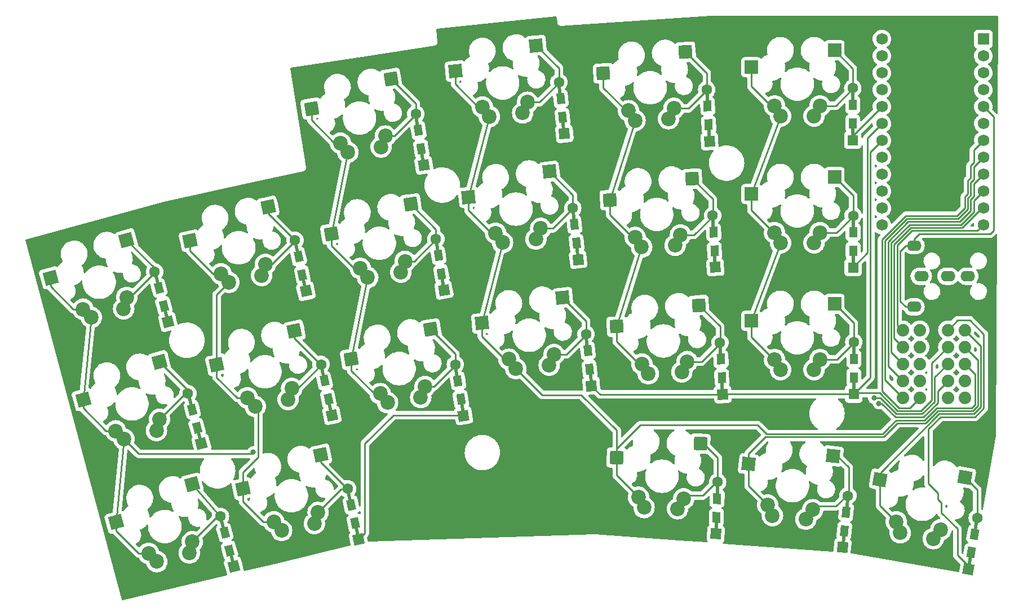
<source format=gbl>
%TF.GenerationSoftware,KiCad,Pcbnew,(6.0.0-0)*%
%TF.CreationDate,2022-02-11T16:55:03+07:00*%
%TF.ProjectId,Shrimp42-mirrored-rev2,53687269-6d70-4343-922d-6d6972726f72,rev?*%
%TF.SameCoordinates,Original*%
%TF.FileFunction,Copper,L2,Bot*%
%TF.FilePolarity,Positive*%
%FSLAX46Y46*%
G04 Gerber Fmt 4.6, Leading zero omitted, Abs format (unit mm)*
G04 Created by KiCad (PCBNEW (6.0.0-0)) date 2022-02-11 16:55:03*
%MOMM*%
%LPD*%
G01*
G04 APERTURE LIST*
G04 Aperture macros list*
%AMRotRect*
0 Rectangle, with rotation*
0 The origin of the aperture is its center*
0 $1 length*
0 $2 width*
0 $3 Rotation angle, in degrees counterclockwise*
0 Add horizontal line*
21,1,$1,$2,0,0,$3*%
G04 Aperture macros list end*
%TA.AperFunction,SMDPad,CuDef*%
%ADD10RotRect,1.600000X1.200000X285.000000*%
%TD*%
%TA.AperFunction,SMDPad,CuDef*%
%ADD11RotRect,2.900000X0.500000X285.000000*%
%TD*%
%TA.AperFunction,ComponentPad*%
%ADD12RotRect,1.600000X1.600000X285.000000*%
%TD*%
%TA.AperFunction,ComponentPad*%
%ADD13C,1.600000*%
%TD*%
%TA.AperFunction,SMDPad,CuDef*%
%ADD14RotRect,2.900000X0.500000X282.000000*%
%TD*%
%TA.AperFunction,SMDPad,CuDef*%
%ADD15RotRect,1.600000X1.200000X282.000000*%
%TD*%
%TA.AperFunction,ComponentPad*%
%ADD16RotRect,1.600000X1.600000X282.000000*%
%TD*%
%TA.AperFunction,SMDPad,CuDef*%
%ADD17RotRect,1.600000X1.200000X279.000000*%
%TD*%
%TA.AperFunction,ComponentPad*%
%ADD18RotRect,1.600000X1.600000X279.000000*%
%TD*%
%TA.AperFunction,SMDPad,CuDef*%
%ADD19RotRect,2.900000X0.500000X279.000000*%
%TD*%
%TA.AperFunction,SMDPad,CuDef*%
%ADD20RotRect,1.600000X1.200000X276.000000*%
%TD*%
%TA.AperFunction,ComponentPad*%
%ADD21RotRect,1.600000X1.600000X276.000000*%
%TD*%
%TA.AperFunction,SMDPad,CuDef*%
%ADD22RotRect,2.900000X0.500000X276.000000*%
%TD*%
%TA.AperFunction,SMDPad,CuDef*%
%ADD23RotRect,2.900000X0.500000X273.000000*%
%TD*%
%TA.AperFunction,ComponentPad*%
%ADD24RotRect,1.600000X1.600000X273.000000*%
%TD*%
%TA.AperFunction,SMDPad,CuDef*%
%ADD25RotRect,1.600000X1.200000X273.000000*%
%TD*%
%TA.AperFunction,SMDPad,CuDef*%
%ADD26R,0.500000X2.900000*%
%TD*%
%TA.AperFunction,SMDPad,CuDef*%
%ADD27R,1.200000X1.600000*%
%TD*%
%TA.AperFunction,ComponentPad*%
%ADD28R,1.600000X1.600000*%
%TD*%
%TA.AperFunction,SMDPad,CuDef*%
%ADD29RotRect,2.900000X0.500000X268.000000*%
%TD*%
%TA.AperFunction,SMDPad,CuDef*%
%ADD30RotRect,1.600000X1.200000X268.000000*%
%TD*%
%TA.AperFunction,ComponentPad*%
%ADD31RotRect,1.600000X1.600000X268.000000*%
%TD*%
%TA.AperFunction,SMDPad,CuDef*%
%ADD32RotRect,1.600000X1.200000X264.000000*%
%TD*%
%TA.AperFunction,SMDPad,CuDef*%
%ADD33RotRect,2.900000X0.500000X264.000000*%
%TD*%
%TA.AperFunction,ComponentPad*%
%ADD34RotRect,1.600000X1.600000X264.000000*%
%TD*%
%TA.AperFunction,SMDPad,CuDef*%
%ADD35RotRect,2.900000X0.500000X260.000000*%
%TD*%
%TA.AperFunction,SMDPad,CuDef*%
%ADD36RotRect,1.600000X1.200000X260.000000*%
%TD*%
%TA.AperFunction,ComponentPad*%
%ADD37RotRect,1.600000X1.600000X260.000000*%
%TD*%
%TA.AperFunction,SMDPad,CuDef*%
%ADD38RotRect,2.000000X2.000000X195.000000*%
%TD*%
%TA.AperFunction,ComponentPad*%
%ADD39C,2.200000*%
%TD*%
%TA.AperFunction,SMDPad,CuDef*%
%ADD40RotRect,2.000000X2.000000X192.000000*%
%TD*%
%TA.AperFunction,SMDPad,CuDef*%
%ADD41RotRect,2.000000X2.000000X189.000000*%
%TD*%
%TA.AperFunction,SMDPad,CuDef*%
%ADD42RotRect,2.000000X2.000000X186.000000*%
%TD*%
%TA.AperFunction,SMDPad,CuDef*%
%ADD43RotRect,2.000000X2.000000X183.000000*%
%TD*%
%TA.AperFunction,SMDPad,CuDef*%
%ADD44R,2.000000X2.000000*%
%TD*%
%TA.AperFunction,SMDPad,CuDef*%
%ADD45RotRect,2.000000X2.000000X178.000000*%
%TD*%
%TA.AperFunction,SMDPad,CuDef*%
%ADD46RotRect,2.000000X2.000000X174.000000*%
%TD*%
%TA.AperFunction,SMDPad,CuDef*%
%ADD47RotRect,2.000000X2.000000X170.000000*%
%TD*%
%TA.AperFunction,ComponentPad*%
%ADD48C,1.879600*%
%TD*%
%TA.AperFunction,ComponentPad*%
%ADD49O,2.200000X1.600000*%
%TD*%
%TA.AperFunction,ComponentPad*%
%ADD50R,1.752600X1.752600*%
%TD*%
%TA.AperFunction,ComponentPad*%
%ADD51C,1.752600*%
%TD*%
%TA.AperFunction,ViaPad*%
%ADD52C,0.800000*%
%TD*%
%TA.AperFunction,Conductor*%
%ADD53C,0.250000*%
%TD*%
G04 APERTURE END LIST*
D10*
%TO.P,D-0-0,1*%
%TO.N,RL0*%
X35606651Y-60143963D03*
D11*
X35891352Y-61206482D03*
D12*
X36253698Y-62558778D03*
D10*
%TO.P,D-0-0,2*%
%TO.N,Net-(D-0-0-Pad2)*%
X34881957Y-57439371D03*
D11*
X34597256Y-56376852D03*
D13*
X34234910Y-55024556D03*
%TD*%
D14*
%TO.P,D-0-1,1*%
%TO.N,RL0*%
X56659777Y-56561746D03*
D15*
X56431074Y-55485784D03*
D16*
X56950854Y-57931153D03*
D13*
%TO.P,D-0-1,2*%
%TO.N,Net-(D-0-1-Pad2)*%
X55329142Y-50301601D03*
D14*
X55620219Y-51671008D03*
D15*
X55848922Y-52746970D03*
%TD*%
D17*
%TO.P,D-0-2,1*%
%TO.N,RL0*%
X74290001Y-36560063D03*
D18*
X74681087Y-39029284D03*
D19*
X74462079Y-37646520D03*
D17*
%TO.P,D-0-2,2*%
%TO.N,Net-(D-0-2-Pad2)*%
X73851985Y-33794535D03*
D19*
X73679907Y-32708078D03*
D13*
X73460899Y-31325314D03*
%TD*%
D20*
%TO.P,D-0-3,1*%
%TO.N,RL0*%
X95514786Y-31813388D03*
D21*
X95776107Y-34299692D03*
D22*
X95629767Y-32907362D03*
D20*
%TO.P,D-0-3,2*%
%TO.N,Net-(D-0-3-Pad2)*%
X95222106Y-29028726D03*
D22*
X95107125Y-27934752D03*
D13*
X94960785Y-26542422D03*
%TD*%
D23*
%TO.P,D-0-4,1*%
%TO.N,RL0*%
X117509999Y-34049346D03*
D24*
X117583269Y-35447427D03*
D25*
X117452429Y-32950853D03*
D13*
%TO.P,D-0-4,2*%
%TO.N,Net-(D-0-4-Pad2)*%
X117175049Y-27658117D03*
D23*
X117248319Y-29056198D03*
D25*
X117305889Y-30154691D03*
%TD*%
D26*
%TO.P,D-0-5,1*%
%TO.N,RL0*%
X139107246Y-33841289D03*
D27*
X139107246Y-32741289D03*
D28*
X139107246Y-35241289D03*
D26*
%TO.P,D-0-5,2*%
%TO.N,Net-(D-0-5-Pad2)*%
X139107246Y-28841289D03*
D27*
X139107246Y-29941289D03*
D13*
X139107246Y-27441289D03*
%TD*%
D12*
%TO.P,D-1-0,1*%
%TO.N,RL1*%
X41259145Y-80847721D03*
D10*
X40612098Y-78432906D03*
D11*
X40896799Y-79495425D03*
%TO.P,D-1-0,2*%
%TO.N,Net-(D-1-0-Pad2)*%
X39602703Y-74665795D03*
D10*
X39887404Y-75728314D03*
D13*
X39240357Y-73313499D03*
%TD*%
D16*
%TO.P,D-1-1,1*%
%TO.N,RL1*%
X60851326Y-76573969D03*
D14*
X60560249Y-75204562D03*
D15*
X60331546Y-74128600D03*
D14*
%TO.P,D-1-1,2*%
%TO.N,Net-(D-1-1-Pad2)*%
X59520691Y-70313824D03*
D15*
X59749394Y-71389786D03*
D13*
X59229614Y-68944417D03*
%TD*%
D19*
%TO.P,D-1-2,1*%
%TO.N,RL1*%
X77479924Y-56403275D03*
D17*
X77307846Y-55316818D03*
D18*
X77698932Y-57786039D03*
D13*
%TO.P,D-1-2,2*%
%TO.N,Net-(D-1-2-Pad2)*%
X76478744Y-50082069D03*
D19*
X76697752Y-51464833D03*
D17*
X76869830Y-52551290D03*
%TD*%
D22*
%TO.P,D-1-3,1*%
%TO.N,RL1*%
X97715227Y-51807125D03*
D20*
X97600246Y-50713151D03*
D21*
X97861567Y-53199455D03*
D22*
%TO.P,D-1-3,2*%
%TO.N,Net-(D-1-3-Pad2)*%
X97192585Y-46834515D03*
D13*
X97046245Y-45442185D03*
D20*
X97307566Y-47928489D03*
%TD*%
D24*
%TO.P,D-1-4,1*%
%TO.N,RL1*%
X118473490Y-54375176D03*
D25*
X118342650Y-51878602D03*
D23*
X118400220Y-52977095D03*
D13*
%TO.P,D-1-4,2*%
%TO.N,Net-(D-1-4-Pad2)*%
X118065270Y-46585866D03*
D25*
X118196110Y-49082440D03*
D23*
X118138540Y-47983947D03*
%TD*%
D28*
%TO.P,D-1-5,1*%
%TO.N,RL1*%
X139158046Y-54392889D03*
D27*
X139158046Y-51892889D03*
D26*
X139158046Y-52992889D03*
%TO.P,D-1-5,2*%
%TO.N,Net-(D-1-5-Pad2)*%
X139158046Y-47992889D03*
D13*
X139158046Y-46592889D03*
D27*
X139158046Y-49092889D03*
%TD*%
D11*
%TO.P,D-2-0,1*%
%TO.N,RL2*%
X45775563Y-97958733D03*
D10*
X45490862Y-96896214D03*
D12*
X46137909Y-99311029D03*
D11*
%TO.P,D-2-0,2*%
%TO.N,Net-(D-2-0-Pad2)*%
X44481467Y-93129103D03*
D13*
X44119121Y-91776807D03*
D10*
X44766168Y-94191622D03*
%TD*%
D15*
%TO.P,D-2-1,1*%
%TO.N,RL2*%
X64338371Y-92811318D03*
D16*
X64858151Y-95256687D03*
D14*
X64567074Y-93887280D03*
%TO.P,D-2-1,2*%
%TO.N,Net-(D-2-1-Pad2)*%
X63527516Y-88996542D03*
D15*
X63756219Y-90072504D03*
D13*
X63236439Y-87627135D03*
%TD*%
D17*
%TO.P,D-2-2,1*%
%TO.N,RL2*%
X80233328Y-74183636D03*
D18*
X80624414Y-76652857D03*
D19*
X80405406Y-75270093D03*
%TO.P,D-2-2,2*%
%TO.N,Net-(D-2-2-Pad2)*%
X79623234Y-70331651D03*
D13*
X79404226Y-68948887D03*
D17*
X79795312Y-71418108D03*
%TD*%
D21*
%TO.P,D-2-3,1*%
%TO.N,RL2*%
X99849221Y-72156983D03*
D22*
X99702881Y-70764653D03*
D20*
X99587900Y-69670679D03*
D22*
%TO.P,D-2-3,2*%
%TO.N,Net-(D-2-3-Pad2)*%
X99180239Y-65792043D03*
D13*
X99033899Y-64399713D03*
D20*
X99295220Y-66886017D03*
%TD*%
D24*
%TO.P,D-2-4,1*%
%TO.N,RL2*%
X119574610Y-73444481D03*
D25*
X119443770Y-70947907D03*
D23*
X119501340Y-72046400D03*
D25*
%TO.P,D-2-4,2*%
%TO.N,Net-(D-2-4-Pad2)*%
X119297230Y-68151745D03*
D13*
X119166390Y-65655171D03*
D23*
X119239660Y-67053252D03*
%TD*%
D27*
%TO.P,D-2-5,1*%
%TO.N,RL2*%
X139259646Y-70892089D03*
D28*
X139259646Y-73392089D03*
D26*
X139259646Y-71992089D03*
D27*
%TO.P,D-2-5,2*%
%TO.N,Net-(D-2-5-Pad2)*%
X139259646Y-68092089D03*
D26*
X139259646Y-66992089D03*
D13*
X139259646Y-65592089D03*
%TD*%
D29*
%TO.P,D-3-3,1*%
%TO.N,RL3*%
X118582410Y-93014221D03*
D30*
X118620800Y-91914891D03*
D31*
X118533551Y-94413368D03*
D13*
%TO.P,D-3-3,2*%
%TO.N,Net-(D-3-3-Pad2)*%
X118805767Y-86618120D03*
D30*
X118718518Y-89116597D03*
D29*
X118756908Y-88017267D03*
%TD*%
D32*
%TO.P,D-3-4,1*%
%TO.N,RL3*%
X137827319Y-93940075D03*
D33*
X137712338Y-95034049D03*
D34*
X137565998Y-96426379D03*
D33*
%TO.P,D-3-4,2*%
%TO.N,Net-(D-3-4-Pad2)*%
X138234980Y-90061439D03*
D13*
X138381320Y-88669109D03*
D32*
X138119999Y-91155413D03*
%TD*%
D35*
%TO.P,D-3-5,1*%
%TO.N,RL3*%
X156703722Y-98299181D03*
D36*
X156894735Y-97215893D03*
D37*
X156460614Y-99677912D03*
D36*
%TO.P,D-3-5,2*%
%TO.N,Net-(D-3-5-Pad2)*%
X157380949Y-94458431D03*
D35*
X157571962Y-93375143D03*
D13*
X157815070Y-91996412D03*
%TD*%
D38*
%TO.P,K-0-0,1*%
%TO.N,CL0*%
X18592584Y-55933676D03*
D39*
X24720483Y-61880285D03*
X23472234Y-60641132D03*
%TO.P,K-0-0,2*%
%TO.N,Net-(D-0-0-Pad2)*%
X29588749Y-60575837D03*
D38*
X30009257Y-50244986D03*
D39*
X30050189Y-58878575D03*
%TD*%
%TO.P,K-0-1,1*%
%TO.N,CL1*%
X44205411Y-55323659D03*
X45387097Y-56626441D03*
D40*
X39578818Y-50367273D03*
D39*
%TO.P,K-0-1,2*%
%TO.N,Net-(D-0-1-Pad2)*%
X50316961Y-55578567D03*
D40*
X51277567Y-45283882D03*
D39*
X50866596Y-53907780D03*
%TD*%
D41*
%TO.P,K-0-2,1*%
%TO.N,CL2*%
X57796066Y-30507896D03*
D39*
X62156921Y-35699627D03*
X63268805Y-37062469D03*
D41*
%TO.P,K-0-2,2*%
%TO.N,Net-(D-0-2-Pad2)*%
X69744827Y-26043737D03*
D39*
X68246755Y-36274039D03*
X68883079Y-34634309D03*
%TD*%
%TO.P,K-0-3,1*%
%TO.N,CL3*%
X83472890Y-30275695D03*
X84511925Y-31694861D03*
D42*
X79389726Y-24862850D03*
D39*
%TO.P,K-0-3,2*%
%TO.N,Net-(D-0-3-Pad2)*%
X90245584Y-29563856D03*
D42*
X91555747Y-21030158D03*
D39*
X89524316Y-31168037D03*
%TD*%
%TO.P,K-0-4,1*%
%TO.N,CL4*%
X106399389Y-32295626D03*
X105436051Y-30824027D03*
D43*
X101641769Y-25204903D03*
%TO.P,K-0-4,2*%
%TO.N,Net-(D-0-4-Pad2)*%
X113991705Y-22014185D03*
D39*
X111432482Y-32031853D03*
X112236718Y-30467619D03*
%TD*%
%TO.P,K-0-5,1*%
%TO.N,CL5*%
X128250357Y-31630828D03*
D44*
X123870357Y-24300828D03*
D39*
X127365357Y-30110828D03*
%TO.P,K-0-5,2*%
%TO.N,Net-(D-0-5-Pad2)*%
X133290357Y-31630828D03*
D44*
X136370357Y-21760828D03*
D39*
X134175357Y-30110828D03*
%TD*%
%TO.P,K-1-0,1*%
%TO.N,CL0*%
X29641279Y-80170239D03*
D38*
X23513380Y-74223630D03*
D39*
X28393030Y-78931086D03*
D38*
%TO.P,K-1-0,2*%
%TO.N,Net-(D-1-0-Pad2)*%
X34930053Y-68534940D03*
D39*
X34970985Y-77168529D03*
X34509545Y-78865791D03*
%TD*%
%TO.P,K-1-1,1*%
%TO.N,CL1*%
X49347811Y-75260153D03*
X48166125Y-73957371D03*
D40*
X43539532Y-69000985D03*
D39*
%TO.P,K-1-1,2*%
%TO.N,Net-(D-1-1-Pad2)*%
X54827310Y-72541492D03*
X54277675Y-74212279D03*
D40*
X55238281Y-63917594D03*
%TD*%
D41*
%TO.P,K-1-2,1*%
%TO.N,CL2*%
X60776140Y-49323358D03*
D39*
X66248879Y-55877931D03*
X65136995Y-54515089D03*
%TO.P,K-1-2,2*%
%TO.N,Net-(D-1-2-Pad2)*%
X71226829Y-55089501D03*
D41*
X72724901Y-44859199D03*
D39*
X71863153Y-53449771D03*
%TD*%
%TO.P,K-1-3,1*%
%TO.N,CL3*%
X86503193Y-50640501D03*
X85464158Y-49221335D03*
D42*
X81380994Y-43808490D03*
D39*
%TO.P,K-1-3,2*%
%TO.N,Net-(D-1-3-Pad2)*%
X91515584Y-50113677D03*
D42*
X93547015Y-39975798D03*
D39*
X92236852Y-48509496D03*
%TD*%
%TO.P,K-1-4,1*%
%TO.N,CL4*%
X107396388Y-51319518D03*
D43*
X102638768Y-44228795D03*
D39*
X106433050Y-49847919D03*
%TO.P,K-1-4,2*%
%TO.N,Net-(D-1-4-Pad2)*%
X112429481Y-51055745D03*
D43*
X114988704Y-41038077D03*
D39*
X113233717Y-49491511D03*
%TD*%
%TO.P,K-1-5,1*%
%TO.N,CL5*%
X128250357Y-50680828D03*
D44*
X123870357Y-43350828D03*
D39*
X127365357Y-49160828D03*
D44*
%TO.P,K-1-5,2*%
%TO.N,Net-(D-1-5-Pad2)*%
X136370357Y-40810828D03*
D39*
X133290357Y-50680828D03*
X134175357Y-49160828D03*
%TD*%
%TO.P,K-2-0,1*%
%TO.N,CL0*%
X33323534Y-97331972D03*
X34571783Y-98571125D03*
D38*
X28443884Y-92624516D03*
D39*
%TO.P,K-2-0,2*%
%TO.N,Net-(D-2-0-Pad2)*%
X39901489Y-95569415D03*
D38*
X39860557Y-86935826D03*
D39*
X39440049Y-97266677D03*
%TD*%
D40*
%TO.P,K-2-1,1*%
%TO.N,CL1*%
X47500253Y-87634696D03*
D39*
X52126846Y-92591082D03*
X53308532Y-93893864D03*
%TO.P,K-2-1,2*%
%TO.N,Net-(D-2-1-Pad2)*%
X58788031Y-91175203D03*
D40*
X59199002Y-82551305D03*
D39*
X58238396Y-92845990D03*
%TD*%
%TO.P,K-2-2,1*%
%TO.N,CL2*%
X68117072Y-73330551D03*
X69228956Y-74693393D03*
D41*
X63756217Y-68138820D03*
D39*
%TO.P,K-2-2,2*%
%TO.N,Net-(D-2-2-Pad2)*%
X74206906Y-73904963D03*
X74843230Y-72265233D03*
D41*
X75704978Y-63674661D03*
%TD*%
D39*
%TO.P,K-2-3,1*%
%TO.N,CL3*%
X87455424Y-68166978D03*
D42*
X83372260Y-62754133D03*
D39*
X88494459Y-69586144D03*
%TO.P,K-2-3,2*%
%TO.N,Net-(D-2-3-Pad2)*%
X93506850Y-69059320D03*
D42*
X95538281Y-58921441D03*
D39*
X94228118Y-67455139D03*
%TD*%
%TO.P,K-2-4,1*%
%TO.N,CL4*%
X107430051Y-68871812D03*
X108393389Y-70343411D03*
D43*
X103635769Y-63252688D03*
%TO.P,K-2-4,2*%
%TO.N,Net-(D-2-4-Pad2)*%
X115985705Y-60061970D03*
D39*
X114230718Y-68515404D03*
X113426482Y-70079638D03*
%TD*%
%TO.P,K-2-5,1*%
%TO.N,CL5*%
X128250357Y-69730828D03*
X127365357Y-68210828D03*
D44*
X123870357Y-62400828D03*
D39*
%TO.P,K-2-5,2*%
%TO.N,Net-(D-2-5-Pad2)*%
X133290357Y-69730828D03*
X134175357Y-68210828D03*
D44*
X136370357Y-59860828D03*
%TD*%
D45*
%TO.P,K-3-3,1*%
%TO.N,CL3*%
X103632907Y-82961285D03*
D39*
X106923012Y-88889719D03*
X107754426Y-90439679D03*
D45*
%TO.P,K-3-3,2*%
%TO.N,Net-(D-3-3-Pad2)*%
X116213937Y-80859076D03*
D39*
X113728863Y-89127385D03*
X112791355Y-90615573D03*
%TD*%
%TO.P,K-3-4,1*%
%TO.N,CL4*%
X126320704Y-90059111D03*
D46*
X123452160Y-83915612D03*
D39*
X127041972Y-91663292D03*
%TO.P,K-3-4,2*%
%TO.N,Net-(D-3-4-Pad2)*%
X133093398Y-90770950D03*
X132054363Y-92190116D03*
D46*
X136149186Y-82696132D03*
%TD*%
D47*
%TO.P,K-3-5,1*%
%TO.N,CL5*%
X143201952Y-86257360D03*
D39*
X146242569Y-94236580D03*
X145634959Y-92585993D03*
%TO.P,K-3-5,2*%
%TO.N,Net-(D-3-5-Pad2)*%
X151206000Y-95111767D03*
D47*
X155953115Y-85926550D03*
D39*
X152341500Y-93768537D03*
%TD*%
D48*
%TO.P,J1,1,Pin_1*%
%TO.N,CL5*%
X146620453Y-63793147D03*
%TO.P,J1,2,Pin_2*%
%TO.N,RC3*%
X149160453Y-63793147D03*
%TO.P,J1,3,Pin_3*%
%TO.N,CL4*%
X146620453Y-66333147D03*
%TO.P,J1,4,Pin_4*%
%TO.N,RC2*%
X149160453Y-66333147D03*
%TO.P,J1,5,Pin_5*%
%TO.N,CL3*%
X146620453Y-68873147D03*
%TO.P,J1,6,Pin_6*%
%TO.N,RC1*%
X149160453Y-68873147D03*
%TO.P,J1,7,Pin_7*%
%TO.N,CL2*%
X146620453Y-71413147D03*
%TO.P,J1,8,Pin_8*%
%TO.N,RC0*%
X149160453Y-71413147D03*
%TO.P,J1,9,Pin_9*%
%TO.N,CL1*%
X146620453Y-73953147D03*
%TO.P,J1,10,Pin_10*%
%TO.N,CL0*%
X149160453Y-73953147D03*
%TD*%
D49*
%TO.P,U2,1,SLEEVE*%
%TO.N,SDA*%
X148296853Y-60293147D03*
X148296853Y-51093147D03*
%TO.P,U2,2,TIP*%
%TO.N,VCC*%
X149396853Y-55693147D03*
%TO.P,U2,3,RING1*%
%TO.N,GND*%
X153396853Y-55693147D03*
%TO.P,U2,4,RING2*%
%TO.N,unconnected-(U2-Pad4)*%
X156396853Y-55693147D03*
%TD*%
D50*
%TO.P,U1,1,TX*%
%TO.N,unconnected-(U1-Pad1)*%
X158710853Y-20059897D03*
D51*
%TO.P,U1,2,RX*%
%TO.N,unconnected-(U1-Pad2)*%
X158710853Y-22599897D03*
%TO.P,U1,3,GND*%
%TO.N,unconnected-(U1-Pad3)*%
X158710853Y-25139897D03*
%TO.P,U1,4,GND*%
%TO.N,unconnected-(U1-Pad4)*%
X158710853Y-27679897D03*
%TO.P,U1,5,SDA*%
%TO.N,SDA*%
X158710853Y-30219897D03*
%TO.P,U1,6,SCL*%
%TO.N,unconnected-(U1-Pad6)*%
X158710853Y-32759897D03*
%TO.P,U1,7,D4*%
%TO.N,CL0*%
X158710853Y-35299897D03*
%TO.P,U1,8,C6*%
%TO.N,CL1*%
X158710853Y-37839897D03*
%TO.P,U1,9,D7*%
%TO.N,CL2*%
X158710853Y-40379897D03*
%TO.P,U1,10,E6*%
%TO.N,CL3*%
X158710853Y-42919897D03*
%TO.P,U1,11,B4*%
%TO.N,CL4*%
X158710853Y-45459897D03*
%TO.P,U1,12,B5*%
%TO.N,CL5*%
X158710853Y-47999897D03*
%TO.P,U1,13,B6*%
%TO.N,RC3*%
X143470853Y-47999897D03*
%TO.P,U1,14,B2*%
%TO.N,RC2*%
X143470853Y-45459897D03*
%TO.P,U1,15,B3*%
%TO.N,RC1*%
X143470853Y-42919897D03*
%TO.P,U1,16,B1*%
%TO.N,RC0*%
X143470853Y-40379897D03*
%TO.P,U1,17,F7*%
%TO.N,RL3*%
X143470853Y-37839897D03*
%TO.P,U1,18,F6*%
%TO.N,RL2*%
X143470853Y-35299897D03*
%TO.P,U1,19,F5*%
%TO.N,RL1*%
X143470853Y-32759897D03*
%TO.P,U1,20,F4*%
%TO.N,RL0*%
X143470853Y-30219897D03*
%TO.P,U1,21,VCC*%
%TO.N,VCC*%
X143470853Y-27679897D03*
%TO.P,U1,22,RST*%
%TO.N,unconnected-(U1-Pad22)*%
X143470853Y-25139897D03*
%TO.P,U1,23,GND*%
%TO.N,GND*%
X143470853Y-22599897D03*
%TO.P,U1,24,RAW*%
%TO.N,unconnected-(U1-Pad24)*%
X143470853Y-20059897D03*
%TD*%
D48*
%TO.P,J2,1,Pin_1*%
%TO.N,CL5*%
X155916853Y-63793147D03*
%TO.P,J2,2,Pin_2*%
%TO.N,RL3*%
X153376853Y-63793147D03*
%TO.P,J2,3,Pin_3*%
%TO.N,CL4*%
X155916853Y-66333147D03*
%TO.P,J2,4,Pin_4*%
%TO.N,RL2*%
X153376853Y-66333147D03*
%TO.P,J2,5,Pin_5*%
%TO.N,CL3*%
X155916853Y-68873147D03*
%TO.P,J2,6,Pin_6*%
%TO.N,RL1*%
X153376853Y-68873147D03*
%TO.P,J2,7,Pin_7*%
%TO.N,CL2*%
X155916853Y-71413147D03*
%TO.P,J2,8,Pin_8*%
%TO.N,RL0*%
X153376853Y-71413147D03*
%TO.P,J2,9,Pin_9*%
%TO.N,CL1*%
X155916853Y-73953147D03*
%TO.P,J2,10,Pin_10*%
%TO.N,CL0*%
X153376853Y-73953147D03*
%TD*%
D52*
%TO.N,RL0*%
X143022980Y-74785280D03*
%TO.N,RL1*%
X142298480Y-73966447D03*
%TO.N,CL0*%
X49035803Y-82138396D03*
%TD*%
D53*
%TO.N,Net-(D-1-0-Pad2)*%
X34970985Y-77168529D02*
X38739081Y-73400433D01*
X34930053Y-68534940D02*
X39263650Y-72868537D01*
%TO.N,Net-(D-1-1-Pad2)*%
X55238281Y-63917594D02*
X55238281Y-65022406D01*
X55238281Y-65022406D02*
X59248326Y-69032451D01*
X59248326Y-69032451D02*
X55739285Y-72541492D01*
%TO.N,Net-(D-1-2-Pad2)*%
X76492823Y-50170961D02*
X73214013Y-53449771D01*
X73214013Y-53449771D02*
X71863153Y-53449771D01*
X72724901Y-44859199D02*
X76492823Y-48627121D01*
X76492823Y-48627121D02*
X76492823Y-50170961D01*
%TO.N,Net-(D-1-3-Pad2)*%
X97055653Y-45531692D02*
X94077849Y-48509496D01*
X97055653Y-43484436D02*
X97055653Y-45531692D01*
X94077849Y-48509496D02*
X92236852Y-48509496D01*
X93547015Y-39975798D02*
X97055653Y-43484436D01*
%TO.N,Net-(D-1-4-Pad2)*%
X118069980Y-46675742D02*
X115254211Y-49491511D01*
X115254211Y-49491511D02*
X113233717Y-49491511D01*
X118069980Y-44119353D02*
X118069980Y-46675742D01*
X114988704Y-41038077D02*
X118069980Y-44119353D01*
%TO.N,Net-(D-1-5-Pad2)*%
X136370357Y-40810828D02*
X139158046Y-43598517D01*
X139158046Y-46682889D02*
X136680107Y-49160828D01*
X136680107Y-49160828D02*
X134175357Y-49160828D01*
X139158046Y-43598517D02*
X139158046Y-46682889D01*
%TO.N,Net-(D-2-0-Pad2)*%
X39901489Y-95569415D02*
X43607163Y-91863741D01*
X39860557Y-86935826D02*
X44142414Y-91863741D01*
%TO.N,Net-(D-2-1-Pad2)*%
X63255151Y-87715169D02*
X59199002Y-83659020D01*
X62248065Y-87715169D02*
X63255151Y-87715169D01*
X59199002Y-83659020D02*
X59199002Y-82551305D01*
X58788031Y-91175203D02*
X62248065Y-87715169D01*
%TO.N,Net-(D-2-2-Pad2)*%
X79418305Y-67387988D02*
X79418305Y-69037779D01*
X79418305Y-69037779D02*
X76190851Y-72265233D01*
X75704978Y-63674661D02*
X79418305Y-67387988D01*
X76190851Y-72265233D02*
X74843230Y-72265233D01*
%TO.N,Net-(D-2-3-Pad2)*%
X99043307Y-64489220D02*
X96077388Y-67455139D01*
X96077388Y-67455139D02*
X94228118Y-67455139D01*
X99043307Y-62426467D02*
X99043307Y-64489220D01*
X95538281Y-58921441D02*
X99043307Y-62426467D01*
%TO.N,Net-(D-2-4-Pad2)*%
X115985705Y-60061970D02*
X119171100Y-63247365D01*
X119171100Y-63247365D02*
X119171100Y-65745047D01*
X119171100Y-65745047D02*
X116400743Y-68515404D01*
X116400743Y-68515404D02*
X114230718Y-68515404D01*
%TO.N,Net-(D-2-5-Pad2)*%
X136370357Y-59860828D02*
X139259646Y-62750117D01*
X139259646Y-62750117D02*
X139259646Y-65682089D01*
X139259646Y-65682089D02*
X136730907Y-68210828D01*
X136730907Y-68210828D02*
X134175357Y-68210828D01*
%TO.N,Net-(D-3-3-Pad2)*%
X118818613Y-82972965D02*
X116225008Y-80379360D01*
X118818613Y-86410810D02*
X118818613Y-82972965D01*
X116581754Y-88647669D02*
X118818613Y-86410810D01*
X113739934Y-88647669D02*
X116581754Y-88647669D01*
%TO.N,Net-(D-3-4-Pad2)*%
X133174579Y-90240434D02*
X136608826Y-90240434D01*
X138489499Y-88359761D02*
X138489499Y-84424748D01*
X138489499Y-84424748D02*
X136230367Y-82165616D01*
X136608826Y-90240434D02*
X138489499Y-88359761D01*
%TO.N,Net-(D-3-5-Pad2)*%
X157815070Y-87788505D02*
X155953115Y-85926550D01*
X157815070Y-91996412D02*
X157815070Y-87788505D01*
%TO.N,RL0*%
X145510762Y-76884168D02*
X149685240Y-76884168D01*
X151852852Y-74716556D02*
X151852854Y-72937146D01*
X143411874Y-74785280D02*
X145510762Y-76884168D01*
X143022980Y-74785280D02*
X143411874Y-74785280D01*
X139107246Y-34583504D02*
X143470853Y-30219897D01*
X149685240Y-76884168D02*
X151852852Y-74716556D01*
X151852854Y-72937146D02*
X153376853Y-71413147D01*
%TO.N,SDA*%
X146274524Y-51845476D02*
X147026853Y-51093147D01*
X147026853Y-51093147D02*
X148296853Y-51093147D01*
X159726853Y-49315147D02*
X160234853Y-48807147D01*
X148296853Y-51093147D02*
X148296853Y-50077147D01*
X147073182Y-60293147D02*
X146255182Y-59475147D01*
X148296853Y-50077147D02*
X149058853Y-49315147D01*
X160234853Y-48807147D02*
X160234853Y-31743897D01*
X149058853Y-49315147D02*
X159726853Y-49315147D01*
X148296853Y-60293147D02*
X147073182Y-60293147D01*
X160234853Y-31743897D02*
X158710853Y-30219897D01*
X146255182Y-51845476D02*
X146274524Y-51845476D01*
X146255182Y-59475147D02*
X146255182Y-51845476D01*
%TO.N,RL1*%
X151403343Y-70846657D02*
X153376853Y-68873147D01*
X141294133Y-34936617D02*
X143470853Y-32759897D01*
X145638466Y-76376168D02*
X149557536Y-76376168D01*
X143228745Y-73966447D02*
X145638466Y-76376168D01*
X139158046Y-54302889D02*
X141294133Y-52166802D01*
X141294133Y-52166802D02*
X141294133Y-34936617D01*
X151403342Y-74530362D02*
X151403343Y-70846657D01*
X149557536Y-76376168D02*
X151403342Y-74530362D01*
X142298480Y-73966447D02*
X143228745Y-73966447D01*
%TO.N,RL2*%
X70095635Y-76563965D02*
X80610335Y-76563965D01*
X139259646Y-73392089D02*
X119627002Y-73392089D01*
X141743653Y-37027097D02*
X143470853Y-35299897D01*
X149371338Y-75926648D02*
X145824664Y-75926648D01*
X153376853Y-66333147D02*
X150953822Y-68756178D01*
X64864913Y-95256687D02*
X65797653Y-94323947D01*
X141743653Y-70908083D02*
X141743653Y-37027097D01*
X139259647Y-73392089D02*
X141743653Y-70908083D01*
X143139963Y-73241947D02*
X139409788Y-73241947D01*
X101136719Y-73444481D02*
X99849221Y-72156983D01*
X145824664Y-75926648D02*
X143139963Y-73241947D01*
X65797653Y-80861947D02*
X70095635Y-76563965D01*
X119574610Y-73444481D02*
X101136719Y-73444481D01*
X65797653Y-94323947D02*
X65797653Y-80861947D01*
X150953822Y-74344164D02*
X149371338Y-75926648D01*
X150953822Y-68756178D02*
X150953822Y-74344164D01*
%TO.N,RL3*%
X156729653Y-62319947D02*
X154850053Y-62319947D01*
X158789385Y-75527727D02*
X158789384Y-64379678D01*
X151874722Y-89176807D02*
X151874722Y-88262407D01*
X158789384Y-64379678D02*
X156729653Y-62319947D01*
X150470459Y-86858144D02*
X150470459Y-78641808D01*
X152400859Y-89702944D02*
X151874722Y-89176807D01*
X154823256Y-93649341D02*
X152400859Y-91226944D01*
X154823256Y-97605959D02*
X154823256Y-93649341D01*
X151874722Y-88262407D02*
X150470459Y-86858144D01*
X150470459Y-78641808D02*
X152286588Y-76825678D01*
X157491434Y-76825678D02*
X158789385Y-75527727D01*
X152400859Y-91226944D02*
X152400859Y-89702944D01*
X154850053Y-62319947D02*
X153376853Y-63793147D01*
X152286588Y-76825678D02*
X157491434Y-76825678D01*
X156516018Y-99298721D02*
X154823256Y-97605959D01*
%TO.N,CL0*%
X28443884Y-93923266D02*
X31852590Y-97331972D01*
X31856987Y-82385947D02*
X48788252Y-82385947D01*
X156788133Y-40925467D02*
X156788133Y-39126899D01*
X143501602Y-72967896D02*
X143501602Y-50171248D01*
X147636453Y-75477147D02*
X146010853Y-75477147D01*
X157291228Y-38623804D02*
X157291228Y-36719522D01*
X29641279Y-80170239D02*
X31856987Y-82385947D01*
X156788133Y-39126899D02*
X157291228Y-38623804D01*
X155942668Y-45453214D02*
X155942668Y-43780928D01*
X31852590Y-97331972D02*
X33323534Y-97331972D01*
X155942668Y-43780928D02*
X156392188Y-43331408D01*
X157291228Y-36719522D02*
X158710853Y-35299897D01*
X146010853Y-75477147D02*
X143501602Y-72967896D01*
X23513380Y-74223630D02*
X23513380Y-75522380D01*
X149160453Y-73953147D02*
X147636453Y-75477147D01*
X147062503Y-46610347D02*
X154785535Y-46610347D01*
X154785535Y-46610347D02*
X155942668Y-45453214D01*
X22001290Y-60641132D02*
X23472234Y-60641132D01*
X18592584Y-55933676D02*
X18592584Y-57232426D01*
X24720483Y-61880285D02*
X23513380Y-74223630D01*
X156392188Y-43331408D02*
X156392188Y-41321412D01*
X48788252Y-82385947D02*
X49035803Y-82138396D01*
X29641279Y-80170239D02*
X28443884Y-92624516D01*
X23513380Y-75522380D02*
X26922086Y-78931086D01*
X26922086Y-78931086D02*
X28393030Y-78931086D01*
X18592584Y-57232426D02*
X22001290Y-60641132D01*
X28443884Y-92624516D02*
X28443884Y-93923266D01*
X156392188Y-41321412D02*
X156788133Y-40925467D01*
X143501602Y-50171248D02*
X147062503Y-46610347D01*
%TO.N,CL1*%
X46610491Y-73957371D02*
X43539532Y-70886412D01*
X48166125Y-73957371D02*
X46610491Y-73957371D01*
X50571212Y-92591082D02*
X47500253Y-89520123D01*
X157291228Y-41163804D02*
X157291228Y-39259522D01*
X156841708Y-41613324D02*
X157291228Y-41163804D01*
X43005698Y-55323659D02*
X44205411Y-55323659D01*
X47500253Y-85189347D02*
X49795653Y-82893947D01*
X154971732Y-47059867D02*
X156392188Y-45639411D01*
X39578818Y-50367273D02*
X39578818Y-51896779D01*
X156392188Y-45639411D02*
X156392188Y-43967127D01*
X147248698Y-47059867D02*
X154971732Y-47059867D01*
X45387097Y-56626441D02*
X43539532Y-58474006D01*
X143951111Y-71283805D02*
X143951111Y-50357454D01*
X156392188Y-43967127D02*
X156841708Y-43517606D01*
X47500253Y-87634696D02*
X47500253Y-85189347D01*
X156841708Y-43517606D02*
X156841708Y-41613324D01*
X43539532Y-70886412D02*
X43539532Y-69000985D01*
X39578818Y-51896779D02*
X43005698Y-55323659D01*
X47500253Y-89520123D02*
X47500253Y-87634696D01*
X143951111Y-50357454D02*
X147248698Y-47059867D01*
X146620453Y-73953147D02*
X143951111Y-71283805D01*
X49795653Y-82893947D02*
X49795653Y-75707995D01*
X157291228Y-39259522D02*
X158710853Y-37839897D01*
X43539532Y-58474006D02*
X43539532Y-69000985D01*
X52126846Y-92591082D02*
X50571212Y-92591082D01*
%TO.N,CL2*%
X57796066Y-32268713D02*
X61226980Y-35699627D01*
X63756217Y-69899637D02*
X67187131Y-73330551D01*
X63268805Y-37062469D02*
X60776140Y-49323358D01*
X66248879Y-55877931D02*
X63756217Y-68138820D01*
X158710853Y-40379897D02*
X157291228Y-41799522D01*
X144400630Y-69193324D02*
X146620453Y-71413147D01*
X156841708Y-45825610D02*
X155157930Y-47509387D01*
X156841708Y-44153324D02*
X156841708Y-45825610D01*
X157291228Y-41799522D02*
X157291228Y-43703804D01*
X147434895Y-47509387D02*
X144457102Y-50487180D01*
X155157930Y-47509387D02*
X147434895Y-47509387D01*
X57796066Y-30507896D02*
X57796066Y-32268713D01*
X144400631Y-50543679D02*
X144400630Y-69193324D01*
X60776140Y-51084175D02*
X64207054Y-54515089D01*
X157291228Y-43703804D02*
X156841708Y-44153324D01*
X144457102Y-50487208D02*
X144400631Y-50543679D01*
X144457102Y-50487180D02*
X144457102Y-50487208D01*
X60776140Y-49323358D02*
X60776140Y-51084175D01*
X63756217Y-68138820D02*
X63756217Y-69899637D01*
%TO.N,CL3*%
X156932853Y-75477147D02*
X151727965Y-75477147D01*
X144850142Y-50729872D02*
X144850142Y-67102836D01*
X103643978Y-85610685D02*
X106923012Y-88889719D01*
X84511925Y-31694861D02*
X81380994Y-43808490D01*
X157440853Y-70397147D02*
X157440853Y-74969147D01*
X144440488Y-78502088D02*
X144440488Y-78528392D01*
X83372260Y-62754133D02*
X83372260Y-64746180D01*
X144906622Y-50673392D02*
X144850142Y-50729872D01*
X149871424Y-77333688D02*
X145608888Y-77333688D01*
X107188001Y-78079601D02*
X103632907Y-81634694D01*
X103632907Y-78841343D02*
X103632907Y-82961285D01*
X147621093Y-47958907D02*
X144906622Y-50673378D01*
X144440488Y-78528392D02*
X143560800Y-79408080D01*
X126144078Y-79408080D02*
X124815599Y-78079601D01*
X92435957Y-73527643D02*
X98341349Y-73527643D01*
X145608888Y-77333688D02*
X144440488Y-78502088D01*
X103643978Y-78830272D02*
X103643978Y-85610685D01*
X83372260Y-64746180D02*
X86793058Y-68166978D01*
X103643978Y-78830272D02*
X103632907Y-78841343D01*
X157291228Y-44339522D02*
X157291228Y-46011808D01*
X144906622Y-50673378D02*
X144906622Y-50673392D01*
X155916853Y-68873147D02*
X157440853Y-70397147D01*
X81380994Y-43808490D02*
X81380994Y-45800537D01*
X144850142Y-67102836D02*
X146620453Y-68873147D01*
X155344128Y-47958907D02*
X147621093Y-47958907D01*
X157291228Y-46011808D02*
X155344128Y-47958907D01*
X103632907Y-81634694D02*
X103632907Y-82961285D01*
X81380994Y-45800537D02*
X84801792Y-49221335D01*
X151727965Y-75477147D02*
X149871424Y-77333688D01*
X79389726Y-24862850D02*
X79389726Y-26854897D01*
X157440853Y-74969147D02*
X156932853Y-75477147D01*
X86503193Y-50640501D02*
X83372260Y-62754133D01*
X88494459Y-69586144D02*
X92435957Y-73527643D01*
X124815599Y-78079601D02*
X107188001Y-78079601D01*
X98341349Y-73527643D02*
X103643978Y-78830272D01*
X143560800Y-79408080D02*
X126144078Y-79408080D01*
X158710853Y-42919897D02*
X157291228Y-44339522D01*
X79389726Y-26854897D02*
X82810524Y-30275695D01*
%TO.N,CL4*%
X101641769Y-25204903D02*
X101641769Y-27427467D01*
X123452160Y-83915612D02*
X123452160Y-82389440D01*
X143764000Y-79857600D02*
X145838392Y-77783208D01*
X151914163Y-75926667D02*
X157119037Y-75926667D01*
X145838392Y-77783208D02*
X150057622Y-77783208D01*
X107396388Y-51319518D02*
X103635769Y-63252688D01*
X145299653Y-65012347D02*
X145299653Y-50916065D01*
X145299653Y-50916065D02*
X147807291Y-48408427D01*
X150057622Y-77783208D02*
X151914163Y-75926667D01*
X103635769Y-63252688D02*
X103635769Y-65475252D01*
X123452160Y-82389440D02*
X125984000Y-79857600D01*
X147807291Y-48408427D02*
X155530326Y-48408427D01*
X125984000Y-79857600D02*
X143764000Y-79857600D01*
X123452160Y-83915612D02*
X123452160Y-87190567D01*
X146620453Y-66333147D02*
X145299653Y-65012347D01*
X106399389Y-32295626D02*
X102638768Y-44228795D01*
X157890363Y-68306657D02*
X155916853Y-66333147D01*
X157119037Y-75926667D02*
X157890364Y-75155340D01*
X102638768Y-46451359D02*
X106035328Y-49847919D01*
X102638768Y-44228795D02*
X102638768Y-46451359D01*
X155530326Y-48408427D02*
X158478857Y-45459897D01*
X101641769Y-27427467D02*
X105038329Y-30824027D01*
X157890364Y-75155340D02*
X157890363Y-68306657D01*
X103635769Y-65475252D02*
X107032329Y-68871812D01*
X123452160Y-87190567D02*
X126320704Y-90059111D01*
%TO.N,CL5*%
X143319539Y-85157009D02*
X143319539Y-86139773D01*
X157305240Y-76376168D02*
X158339874Y-75341534D01*
X147993489Y-48857947D02*
X145805662Y-51045774D01*
X123870357Y-64852563D02*
X127228622Y-68210828D01*
X143319539Y-86139773D02*
X143201952Y-86257360D01*
X123870357Y-27174651D02*
X126806534Y-30110828D01*
X158339874Y-75341534D02*
X158339874Y-66216168D01*
X158710853Y-47999897D02*
X157845123Y-48865627D01*
X143319539Y-85157009D02*
X152100380Y-76376168D01*
X152100380Y-76376168D02*
X157305240Y-76376168D01*
X149109653Y-48857947D02*
X147993489Y-48857947D01*
X157845123Y-48865627D02*
X149117333Y-48865627D01*
X145805662Y-63079956D02*
X146518853Y-63793147D01*
X123870357Y-24300828D02*
X123870357Y-27174651D01*
X143201952Y-90152986D02*
X145634959Y-92585993D01*
X149117333Y-48865627D02*
X149109653Y-48857947D01*
X158339874Y-66216168D02*
X155916853Y-63793147D01*
X123870357Y-43350828D02*
X123870357Y-45802563D01*
X123870357Y-45802563D02*
X127228622Y-49160828D01*
X143201952Y-86257360D02*
X143201952Y-90152986D01*
X128250357Y-31630828D02*
X123870357Y-43350828D01*
X123870357Y-62400828D02*
X123870357Y-64852563D01*
X145805662Y-51045774D02*
X145805662Y-63079956D01*
X128250357Y-50680828D02*
X123870357Y-62400828D01*
%TO.N,Net-(D-0-0-Pad2)*%
X30009257Y-50244986D02*
X34258203Y-54493932D01*
X34258203Y-55111490D02*
X30491118Y-58878575D01*
%TO.N,Net-(D-0-1-Pad2)*%
X55347854Y-50389635D02*
X51829709Y-53907780D01*
X51277567Y-45283882D02*
X51277567Y-46319348D01*
X51277567Y-46319348D02*
X55347854Y-50389635D01*
%TO.N,Net-(D-0-2-Pad2)*%
X69744827Y-26043737D02*
X73474978Y-29773888D01*
X73474978Y-31414206D02*
X70254875Y-34634309D01*
X73474978Y-29773888D02*
X73474978Y-31414206D01*
X70254875Y-34634309D02*
X68883079Y-34634309D01*
%TO.N,Net-(D-0-3-Pad2)*%
X91555747Y-21030158D02*
X94970193Y-24444604D01*
X94970193Y-26631929D02*
X92038266Y-29563856D01*
X92038266Y-29563856D02*
X90245584Y-29563856D01*
X94970193Y-24444604D02*
X94970193Y-26631929D01*
%TO.N,Net-(D-0-4-Pad2)*%
X114460133Y-30467619D02*
X117179759Y-27747993D01*
X112236718Y-30467619D02*
X114460133Y-30467619D01*
X113991705Y-22014185D02*
X117179759Y-25202239D01*
X117179759Y-25202239D02*
X117179759Y-27747993D01*
%TO.N,Net-(D-0-5-Pad2)*%
X136370357Y-21760828D02*
X139107246Y-24497717D01*
X139107246Y-27531289D02*
X136527707Y-30110828D01*
X136527707Y-30110828D02*
X134175357Y-30110828D01*
X139107246Y-24497717D02*
X139107246Y-27531289D01*
%TD*%
%TA.AperFunction,NonConductor*%
G36*
X80251737Y-26309171D02*
G01*
X80303584Y-26357673D01*
X80320978Y-26426506D01*
X80304825Y-26479383D01*
X80306504Y-26480236D01*
X80266433Y-26559051D01*
X80261543Y-26568668D01*
X80212840Y-26620326D01*
X80143940Y-26637452D01*
X80076718Y-26614610D01*
X80032517Y-26559051D01*
X80023226Y-26511563D01*
X80023226Y-26426526D01*
X80043228Y-26358405D01*
X80096884Y-26311912D01*
X80136055Y-26301216D01*
X80150121Y-26299738D01*
X80181899Y-26296398D01*
X80251737Y-26309171D01*
G37*
%TD.AperFunction*%
%TA.AperFunction,NonConductor*%
G36*
X58737403Y-31906359D02*
G01*
X58791717Y-31952082D01*
X58812689Y-32019910D01*
X58799018Y-32078814D01*
X58777599Y-32120941D01*
X58728896Y-32172598D01*
X58659995Y-32189724D01*
X58592774Y-32166881D01*
X58576186Y-32152929D01*
X58560735Y-32137477D01*
X58542748Y-32119490D01*
X58508724Y-32057177D01*
X58513790Y-31986362D01*
X58556338Y-31929527D01*
X58612135Y-31905947D01*
X58666992Y-31897259D01*
X58737403Y-31906359D01*
G37*
%TD.AperFunction*%
%TA.AperFunction,NonConductor*%
G36*
X142004091Y-32686729D02*
G01*
X142060927Y-32729276D01*
X142085849Y-32797530D01*
X142094830Y-32953284D01*
X142132304Y-33119570D01*
X142127768Y-33190420D01*
X142098482Y-33236364D01*
X141482422Y-33852423D01*
X140901880Y-34432965D01*
X140893594Y-34440505D01*
X140887115Y-34444617D01*
X140881690Y-34450394D01*
X140840490Y-34494268D01*
X140837735Y-34497110D01*
X140817998Y-34516847D01*
X140815518Y-34520044D01*
X140807815Y-34529064D01*
X140777547Y-34561296D01*
X140773728Y-34568242D01*
X140773726Y-34568245D01*
X140767785Y-34579051D01*
X140756934Y-34595570D01*
X140744519Y-34611576D01*
X140741374Y-34618845D01*
X140741371Y-34618849D01*
X140726959Y-34652154D01*
X140721742Y-34662804D01*
X140700438Y-34701557D01*
X140698467Y-34709232D01*
X140698467Y-34709233D01*
X140695400Y-34721179D01*
X140688996Y-34739883D01*
X140680952Y-34758472D01*
X140679713Y-34766295D01*
X140679710Y-34766305D01*
X140674034Y-34802141D01*
X140671628Y-34813761D01*
X140663788Y-34844298D01*
X140627474Y-34905305D01*
X140563943Y-34936994D01*
X140493364Y-34929306D01*
X140438146Y-34884680D01*
X140415746Y-34812965D01*
X140415746Y-34393155D01*
X140414001Y-34377093D01*
X140409844Y-34338823D01*
X140409844Y-34338821D01*
X140408991Y-34330973D01*
X140395665Y-34295425D01*
X140390482Y-34224619D01*
X140424552Y-34162102D01*
X141870964Y-32715690D01*
X141933276Y-32681664D01*
X142004091Y-32686729D01*
G37*
%TD.AperFunction*%
%TA.AperFunction,NonConductor*%
G36*
X142583637Y-38903257D02*
G01*
X142673842Y-38978146D01*
X142678293Y-38980747D01*
X142678303Y-38980754D01*
X142711119Y-38999930D01*
X142759842Y-39051569D01*
X142772912Y-39121352D01*
X142746179Y-39187124D01*
X142723202Y-39209475D01*
X142644628Y-39268470D01*
X142578805Y-39317891D01*
X142512321Y-39342796D01*
X142442925Y-39327803D01*
X142392652Y-39277673D01*
X142377153Y-39217130D01*
X142377153Y-39000201D01*
X142397155Y-38932080D01*
X142450811Y-38885587D01*
X142521085Y-38875483D01*
X142583637Y-38903257D01*
G37*
%TD.AperFunction*%
%TA.AperFunction,NonConductor*%
G36*
X142583637Y-41443257D02*
G01*
X142673842Y-41518146D01*
X142678293Y-41520747D01*
X142678303Y-41520754D01*
X142711119Y-41539930D01*
X142759842Y-41591569D01*
X142772912Y-41661352D01*
X142746179Y-41727124D01*
X142723202Y-41749475D01*
X142599953Y-41842013D01*
X142578805Y-41857891D01*
X142512321Y-41882796D01*
X142442925Y-41867803D01*
X142392652Y-41817673D01*
X142377153Y-41757130D01*
X142377153Y-41540201D01*
X142397155Y-41472080D01*
X142450811Y-41425587D01*
X142521085Y-41415483D01*
X142583637Y-41443257D01*
G37*
%TD.AperFunction*%
%TA.AperFunction,NonConductor*%
G36*
X142583637Y-43983257D02*
G01*
X142673842Y-44058146D01*
X142678293Y-44060747D01*
X142678303Y-44060754D01*
X142711119Y-44079930D01*
X142759842Y-44131569D01*
X142772912Y-44201352D01*
X142746179Y-44267124D01*
X142723202Y-44289475D01*
X142600294Y-44381757D01*
X142578805Y-44397891D01*
X142512321Y-44422796D01*
X142442925Y-44407803D01*
X142392652Y-44357673D01*
X142377153Y-44297130D01*
X142377153Y-44080201D01*
X142397155Y-44012080D01*
X142450811Y-43965587D01*
X142521085Y-43955483D01*
X142583637Y-43983257D01*
G37*
%TD.AperFunction*%
%TA.AperFunction,NonConductor*%
G36*
X82243005Y-45254811D02*
G01*
X82294852Y-45303313D01*
X82312246Y-45372146D01*
X82296093Y-45425023D01*
X82297772Y-45425876D01*
X82257701Y-45504691D01*
X82252811Y-45514308D01*
X82204108Y-45565966D01*
X82135208Y-45583092D01*
X82067986Y-45560250D01*
X82023785Y-45504691D01*
X82014494Y-45457203D01*
X82014494Y-45372166D01*
X82034496Y-45304045D01*
X82088152Y-45257552D01*
X82127323Y-45246856D01*
X82154289Y-45244022D01*
X82173167Y-45242038D01*
X82243005Y-45254811D01*
G37*
%TD.AperFunction*%
%TA.AperFunction,NonConductor*%
G36*
X136998884Y-23289330D02*
G01*
X137019858Y-23306233D01*
X138436841Y-24723216D01*
X138470867Y-24785528D01*
X138473746Y-24812311D01*
X138473746Y-26221895D01*
X138453744Y-26290016D01*
X138420017Y-26325108D01*
X138267457Y-26431932D01*
X138267454Y-26431934D01*
X138262946Y-26435091D01*
X138101048Y-26596989D01*
X138097891Y-26601497D01*
X138097889Y-26601500D01*
X138055279Y-26662354D01*
X137969723Y-26784540D01*
X137967400Y-26789522D01*
X137967397Y-26789527D01*
X137876827Y-26983758D01*
X137872962Y-26992046D01*
X137871540Y-26997354D01*
X137871539Y-26997356D01*
X137815881Y-27205072D01*
X137813703Y-27213202D01*
X137793748Y-27441289D01*
X137813703Y-27669376D01*
X137815127Y-27674689D01*
X137815127Y-27674691D01*
X137849725Y-27803812D01*
X137848035Y-27874788D01*
X137817113Y-27925518D01*
X137059418Y-28683212D01*
X136302207Y-29440423D01*
X136239895Y-29474449D01*
X136213112Y-29477328D01*
X135738172Y-29477328D01*
X135670051Y-29457326D01*
X135621764Y-29399548D01*
X135614867Y-29382899D01*
X135612973Y-29378326D01*
X135480685Y-29162452D01*
X135316255Y-28969930D01*
X135306212Y-28961352D01*
X135237881Y-28902992D01*
X135123733Y-28805500D01*
X134907859Y-28673212D01*
X134903289Y-28671319D01*
X134903285Y-28671317D01*
X134678521Y-28578217D01*
X134678519Y-28578216D01*
X134673948Y-28576323D01*
X134577941Y-28553274D01*
X134432573Y-28518374D01*
X134432567Y-28518373D01*
X134427760Y-28517219D01*
X134175357Y-28497354D01*
X133922954Y-28517219D01*
X133918147Y-28518373D01*
X133918141Y-28518374D01*
X133772773Y-28553274D01*
X133676766Y-28576323D01*
X133672195Y-28578216D01*
X133672193Y-28578217D01*
X133447429Y-28671317D01*
X133447425Y-28671319D01*
X133442855Y-28673212D01*
X133226981Y-28805500D01*
X133112833Y-28902992D01*
X133044503Y-28961352D01*
X133034459Y-28969930D01*
X132870029Y-29162452D01*
X132737741Y-29378326D01*
X132710401Y-29444330D01*
X132653898Y-29580742D01*
X132640852Y-29612237D01*
X132622931Y-29686885D01*
X132585252Y-29843830D01*
X132581748Y-29858425D01*
X132561883Y-30110828D01*
X132562271Y-30115758D01*
X132562271Y-30119942D01*
X132542269Y-30188063D01*
X132502106Y-30227375D01*
X132341981Y-30325500D01*
X132149459Y-30489930D01*
X131985029Y-30682452D01*
X131852741Y-30898326D01*
X131850848Y-30902896D01*
X131850846Y-30902900D01*
X131759207Y-31124137D01*
X131755852Y-31132237D01*
X131740479Y-31196270D01*
X131698352Y-31371745D01*
X131696748Y-31378425D01*
X131676883Y-31630828D01*
X131696748Y-31883231D01*
X131697902Y-31888038D01*
X131697903Y-31888044D01*
X131722843Y-31991925D01*
X131755852Y-32129419D01*
X131757745Y-32133990D01*
X131757746Y-32133992D01*
X131847393Y-32350418D01*
X131852741Y-32363330D01*
X131985029Y-32579204D01*
X132101600Y-32715690D01*
X132143164Y-32764355D01*
X132149459Y-32771726D01*
X132153215Y-32774934D01*
X132160461Y-32781123D01*
X132341981Y-32936156D01*
X132557855Y-33068444D01*
X132562425Y-33070337D01*
X132562429Y-33070339D01*
X132787193Y-33163439D01*
X132791766Y-33165333D01*
X132836027Y-33175959D01*
X133033141Y-33223282D01*
X133033147Y-33223283D01*
X133037954Y-33224437D01*
X133290357Y-33244302D01*
X133542760Y-33224437D01*
X133547567Y-33223283D01*
X133547573Y-33223282D01*
X133744687Y-33175959D01*
X133788948Y-33165333D01*
X133793521Y-33163439D01*
X134018285Y-33070339D01*
X134018289Y-33070337D01*
X134022859Y-33068444D01*
X134238733Y-32936156D01*
X134420253Y-32781123D01*
X134427499Y-32774934D01*
X134431255Y-32771726D01*
X134437551Y-32764355D01*
X134479114Y-32715690D01*
X134595685Y-32579204D01*
X134727973Y-32363330D01*
X134733322Y-32350418D01*
X134822968Y-32133992D01*
X134822969Y-32133990D01*
X134824862Y-32129419D01*
X134857871Y-31991925D01*
X134882811Y-31888044D01*
X134882812Y-31888038D01*
X134883966Y-31883231D01*
X134903831Y-31630828D01*
X134903443Y-31625898D01*
X134903443Y-31621714D01*
X134923445Y-31553593D01*
X134963608Y-31514281D01*
X135041984Y-31466252D01*
X135123733Y-31416156D01*
X135316255Y-31251726D01*
X135480685Y-31059204D01*
X135612973Y-30843330D01*
X135616827Y-30834026D01*
X135621764Y-30822108D01*
X135666313Y-30766828D01*
X135738172Y-30744328D01*
X136448940Y-30744328D01*
X136460123Y-30744855D01*
X136467616Y-30746530D01*
X136475542Y-30746281D01*
X136475543Y-30746281D01*
X136535693Y-30744390D01*
X136539652Y-30744328D01*
X136567563Y-30744328D01*
X136571498Y-30743831D01*
X136571563Y-30743823D01*
X136583400Y-30742890D01*
X136615658Y-30741876D01*
X136619677Y-30741750D01*
X136627596Y-30741501D01*
X136647050Y-30735849D01*
X136666407Y-30731841D01*
X136678637Y-30730296D01*
X136678638Y-30730296D01*
X136686504Y-30729302D01*
X136693875Y-30726383D01*
X136693877Y-30726383D01*
X136727619Y-30713024D01*
X136738849Y-30709179D01*
X136773690Y-30699057D01*
X136773691Y-30699057D01*
X136781300Y-30696846D01*
X136788119Y-30692813D01*
X136788124Y-30692811D01*
X136798735Y-30686535D01*
X136816483Y-30677840D01*
X136835324Y-30670380D01*
X136855098Y-30656014D01*
X136871094Y-30644392D01*
X136881014Y-30637876D01*
X136912242Y-30619408D01*
X136912245Y-30619406D01*
X136919069Y-30615370D01*
X136933390Y-30601049D01*
X136948424Y-30588208D01*
X136964814Y-30576300D01*
X136993005Y-30542223D01*
X137000995Y-30533444D01*
X137783651Y-29750788D01*
X137845963Y-29716762D01*
X137916778Y-29721827D01*
X137973614Y-29764374D01*
X137998425Y-29830894D01*
X137998746Y-29839883D01*
X137998746Y-30789423D01*
X138005501Y-30851605D01*
X138056631Y-30987994D01*
X138143985Y-31104550D01*
X138260541Y-31191904D01*
X138268949Y-31195056D01*
X138344308Y-31223307D01*
X138401072Y-31265949D01*
X138425772Y-31332510D01*
X138410565Y-31401859D01*
X138360279Y-31451977D01*
X138344308Y-31459271D01*
X138315187Y-31470188D01*
X138260541Y-31490674D01*
X138143985Y-31578028D01*
X138056631Y-31694584D01*
X138005501Y-31830973D01*
X137998746Y-31893155D01*
X137998746Y-33589423D01*
X138005501Y-33651605D01*
X138056631Y-33787994D01*
X138062016Y-33795179D01*
X138062017Y-33795181D01*
X138079739Y-33818827D01*
X138104587Y-33885334D01*
X138089534Y-33954716D01*
X138054478Y-33995218D01*
X137943985Y-34078028D01*
X137856631Y-34194584D01*
X137805501Y-34330973D01*
X137798746Y-34393155D01*
X137798746Y-36089423D01*
X137805501Y-36151605D01*
X137856631Y-36287994D01*
X137943985Y-36404550D01*
X138060541Y-36491904D01*
X138196930Y-36543034D01*
X138259112Y-36549789D01*
X139955380Y-36549789D01*
X140017562Y-36543034D01*
X140153951Y-36491904D01*
X140270507Y-36404550D01*
X140357861Y-36287994D01*
X140408991Y-36151605D01*
X140409844Y-36143749D01*
X140411671Y-36136067D01*
X140414133Y-36136652D01*
X140436611Y-36082555D01*
X140494974Y-36042128D01*
X140565928Y-36039672D01*
X140626946Y-36075967D01*
X140658656Y-36139489D01*
X140660633Y-36161724D01*
X140660633Y-46187900D01*
X140640631Y-46256021D01*
X140586975Y-46302514D01*
X140516701Y-46312618D01*
X140452121Y-46283124D01*
X140412926Y-46220511D01*
X140393753Y-46148956D01*
X140393752Y-46148954D01*
X140392330Y-46143646D01*
X140384635Y-46127143D01*
X140297895Y-45941127D01*
X140297892Y-45941122D01*
X140295569Y-45936140D01*
X140209010Y-45812521D01*
X140167403Y-45753100D01*
X140167401Y-45753097D01*
X140164244Y-45748589D01*
X140002346Y-45586691D01*
X139997838Y-45583534D01*
X139997835Y-45583532D01*
X139845275Y-45476708D01*
X139800947Y-45421251D01*
X139791546Y-45373495D01*
X139791546Y-43677285D01*
X139792073Y-43666102D01*
X139793748Y-43658609D01*
X139791608Y-43590518D01*
X139791546Y-43586561D01*
X139791546Y-43558661D01*
X139791042Y-43554670D01*
X139790109Y-43542828D01*
X139789987Y-43538927D01*
X139788720Y-43498628D01*
X139786507Y-43491010D01*
X139783067Y-43479169D01*
X139779058Y-43459810D01*
X139778259Y-43453489D01*
X139776520Y-43439720D01*
X139773604Y-43432354D01*
X139773602Y-43432348D01*
X139760246Y-43398615D01*
X139756401Y-43387385D01*
X139746276Y-43352534D01*
X139746276Y-43352533D01*
X139744065Y-43344924D01*
X139738973Y-43336314D01*
X139733751Y-43327483D01*
X139725054Y-43309730D01*
X139720518Y-43298275D01*
X139717598Y-43290900D01*
X139691609Y-43255129D01*
X139685093Y-43245209D01*
X139676936Y-43231416D01*
X139662588Y-43207155D01*
X139648267Y-43192834D01*
X139635426Y-43177800D01*
X139623518Y-43161410D01*
X139589441Y-43133219D01*
X139580662Y-43125229D01*
X137915762Y-41460328D01*
X137881736Y-41398016D01*
X137878857Y-41371233D01*
X137878857Y-39762694D01*
X137872102Y-39700512D01*
X137820972Y-39564123D01*
X137733618Y-39447567D01*
X137617062Y-39360213D01*
X137480673Y-39309083D01*
X137418491Y-39302328D01*
X135322223Y-39302328D01*
X135260041Y-39309083D01*
X135123652Y-39360213D01*
X135007096Y-39447567D01*
X135001715Y-39454747D01*
X135001714Y-39454748D01*
X134998382Y-39459194D01*
X134941523Y-39501709D01*
X134870704Y-39506735D01*
X134803920Y-39467940D01*
X134711923Y-39365768D01*
X134708986Y-39362506D01*
X134493807Y-39181949D01*
X134255593Y-39033097D01*
X133998982Y-38918846D01*
X133782046Y-38856641D01*
X133733194Y-38842633D01*
X133733193Y-38842633D01*
X133728967Y-38841421D01*
X133724617Y-38840810D01*
X133724614Y-38840809D01*
X133621667Y-38826341D01*
X133450805Y-38802328D01*
X133240211Y-38802328D01*
X133238025Y-38802481D01*
X133238021Y-38802481D01*
X133034530Y-38816710D01*
X133034525Y-38816711D01*
X133030145Y-38817017D01*
X132755387Y-38875419D01*
X132751258Y-38876922D01*
X132751254Y-38876923D01*
X132495576Y-38969982D01*
X132495572Y-38969984D01*
X132491431Y-38971491D01*
X132243415Y-39103364D01*
X132239856Y-39105950D01*
X132239854Y-39105951D01*
X132025204Y-39261903D01*
X132016165Y-39268470D01*
X131814105Y-39463597D01*
X131641169Y-39684946D01*
X131638973Y-39688750D01*
X131638968Y-39688757D01*
X131566877Y-39813623D01*
X131500721Y-39928209D01*
X131395495Y-40188652D01*
X131394430Y-40192925D01*
X131394429Y-40192927D01*
X131329207Y-40454519D01*
X131327540Y-40461204D01*
X131327081Y-40465572D01*
X131327080Y-40465577D01*
X131301822Y-40705898D01*
X131298179Y-40740561D01*
X131298332Y-40744949D01*
X131298332Y-40744955D01*
X131307366Y-41003644D01*
X131307982Y-41021286D01*
X131308744Y-41025609D01*
X131308745Y-41025616D01*
X131332521Y-41160452D01*
X131356759Y-41297915D01*
X131443560Y-41565063D01*
X131445488Y-41569016D01*
X131445490Y-41569021D01*
X131494816Y-41670152D01*
X131566697Y-41817530D01*
X131569152Y-41821169D01*
X131569155Y-41821175D01*
X131620341Y-41897061D01*
X131723772Y-42050404D01*
X131726717Y-42053675D01*
X131726718Y-42053676D01*
X131772141Y-42104123D01*
X131911728Y-42259150D01*
X131915090Y-42261971D01*
X131915091Y-42261972D01*
X131979462Y-42315985D01*
X132126907Y-42439707D01*
X132365121Y-42588559D01*
X132529117Y-42661575D01*
X132570336Y-42679927D01*
X132624432Y-42725907D01*
X132645081Y-42793835D01*
X132641344Y-42825516D01*
X132600060Y-42991098D01*
X132597540Y-43001204D01*
X132597081Y-43005572D01*
X132597080Y-43005577D01*
X132571165Y-43252147D01*
X132568179Y-43280561D01*
X132568332Y-43284949D01*
X132568332Y-43284955D01*
X132577741Y-43554374D01*
X132577982Y-43561286D01*
X132578744Y-43565609D01*
X132578745Y-43565616D01*
X132602521Y-43700452D01*
X132626759Y-43837915D01*
X132633089Y-43857396D01*
X132640730Y-43880914D01*
X132642757Y-43951882D01*
X132606095Y-44012680D01*
X132542382Y-44044005D01*
X132471848Y-44035911D01*
X132440581Y-44016935D01*
X132359758Y-43950072D01*
X132247732Y-43857396D01*
X131993537Y-43696079D01*
X131984573Y-43690390D01*
X131984572Y-43690390D01*
X131981226Y-43688266D01*
X131977647Y-43686582D01*
X131977640Y-43686578D01*
X131699213Y-43555561D01*
X131699209Y-43555559D01*
X131695623Y-43553872D01*
X131687837Y-43551342D01*
X131531736Y-43500622D01*
X131395429Y-43456333D01*
X131085377Y-43397187D01*
X130849195Y-43382328D01*
X130691519Y-43382328D01*
X130455337Y-43397187D01*
X130145285Y-43456333D01*
X130008978Y-43500622D01*
X129852878Y-43551342D01*
X129845091Y-43553872D01*
X129841505Y-43555559D01*
X129841501Y-43555561D01*
X129563074Y-43686578D01*
X129563067Y-43686582D01*
X129559488Y-43688266D01*
X129556142Y-43690390D01*
X129556141Y-43690390D01*
X129547177Y-43696079D01*
X129292982Y-43857396D01*
X129289930Y-43859921D01*
X129098258Y-44018486D01*
X129033020Y-44046496D01*
X128962995Y-44034789D01*
X128910415Y-43987082D01*
X128891975Y-43918523D01*
X128895685Y-43890919D01*
X128897012Y-43885599D01*
X128920985Y-43789446D01*
X128942110Y-43704721D01*
X128942111Y-43704716D01*
X128943174Y-43700452D01*
X128943675Y-43695692D01*
X128972076Y-43425464D01*
X128972076Y-43425461D01*
X128972535Y-43421095D01*
X128972237Y-43412556D01*
X128962886Y-43144767D01*
X128962885Y-43144761D01*
X128962732Y-43140370D01*
X128961472Y-43133219D01*
X128923563Y-42918231D01*
X128913955Y-42863741D01*
X128903810Y-42832517D01*
X128901784Y-42761549D01*
X128938448Y-42700752D01*
X128980550Y-42675182D01*
X129045139Y-42651674D01*
X129045148Y-42651670D01*
X129049283Y-42650165D01*
X129297299Y-42518292D01*
X129321701Y-42500563D01*
X129520986Y-42355775D01*
X129520989Y-42355772D01*
X129524549Y-42353186D01*
X129538898Y-42339330D01*
X129674301Y-42208572D01*
X129726609Y-42158059D01*
X129883451Y-41957309D01*
X129896838Y-41940175D01*
X129896839Y-41940174D01*
X129899545Y-41936710D01*
X129901741Y-41932906D01*
X129901746Y-41932899D01*
X130025973Y-41717730D01*
X130039993Y-41693447D01*
X130145219Y-41433004D01*
X130147608Y-41423423D01*
X130212110Y-41164721D01*
X130212111Y-41164716D01*
X130213174Y-41160452D01*
X130214981Y-41143267D01*
X130242076Y-40885464D01*
X130242076Y-40885461D01*
X130242535Y-40881095D01*
X130241553Y-40852974D01*
X130232886Y-40604767D01*
X130232885Y-40604761D01*
X130232732Y-40600370D01*
X130230120Y-40585552D01*
X130193857Y-40379897D01*
X130183955Y-40323741D01*
X130097154Y-40056593D01*
X130075867Y-40012947D01*
X130034122Y-39927358D01*
X129974017Y-39804126D01*
X129971562Y-39800487D01*
X129971559Y-39800481D01*
X129870807Y-39651110D01*
X129816942Y-39571252D01*
X129744468Y-39490761D01*
X129640700Y-39375516D01*
X129628986Y-39362506D01*
X129413807Y-39181949D01*
X129175593Y-39033097D01*
X128918982Y-38918846D01*
X128702046Y-38856641D01*
X128653194Y-38842633D01*
X128653193Y-38842633D01*
X128648967Y-38841421D01*
X128644617Y-38840810D01*
X128644614Y-38840809D01*
X128541667Y-38826341D01*
X128370805Y-38802328D01*
X128160211Y-38802328D01*
X128158025Y-38802481D01*
X128158021Y-38802481D01*
X127954530Y-38816710D01*
X127954525Y-38816711D01*
X127950145Y-38817017D01*
X127675387Y-38875419D01*
X127671258Y-38876922D01*
X127671254Y-38876923D01*
X127415576Y-38969982D01*
X127415572Y-38969984D01*
X127411431Y-38971491D01*
X127163415Y-39103364D01*
X127159856Y-39105950D01*
X127159854Y-39105951D01*
X126945204Y-39261903D01*
X126936165Y-39268470D01*
X126734105Y-39463597D01*
X126561169Y-39684946D01*
X126558973Y-39688750D01*
X126558968Y-39688757D01*
X126486877Y-39813623D01*
X126420721Y-39928209D01*
X126315495Y-40188652D01*
X126314430Y-40192925D01*
X126314429Y-40192927D01*
X126249207Y-40454519D01*
X126247540Y-40461204D01*
X126247081Y-40465572D01*
X126247080Y-40465577D01*
X126221822Y-40705898D01*
X126218179Y-40740561D01*
X126218332Y-40744949D01*
X126218332Y-40744955D01*
X126227366Y-41003644D01*
X126227982Y-41021286D01*
X126228744Y-41025609D01*
X126228745Y-41025616D01*
X126252521Y-41160452D01*
X126276759Y-41297915D01*
X126281903Y-41313747D01*
X126286904Y-41329139D01*
X126288930Y-41400107D01*
X126252266Y-41460904D01*
X126210164Y-41486474D01*
X126145575Y-41509982D01*
X126145566Y-41509986D01*
X126141431Y-41511491D01*
X125893415Y-41643364D01*
X125889856Y-41645950D01*
X125889854Y-41645951D01*
X125725006Y-41765720D01*
X125666165Y-41808470D01*
X125663001Y-41811526D01*
X125662998Y-41811528D01*
X125467267Y-42000543D01*
X125467264Y-42000547D01*
X125464105Y-42003597D01*
X125453965Y-42016575D01*
X125396266Y-42057939D01*
X125325361Y-42061542D01*
X125263764Y-42026239D01*
X125253852Y-42014565D01*
X125239000Y-41994748D01*
X125238999Y-41994747D01*
X125233618Y-41987567D01*
X125170447Y-41940223D01*
X125127934Y-41883364D01*
X125122909Y-41812546D01*
X125127987Y-41795289D01*
X125140236Y-41762515D01*
X126992864Y-36805253D01*
X128297779Y-33313562D01*
X128340362Y-33256754D01*
X128405919Y-33232059D01*
X128440134Y-33229366D01*
X128502760Y-33224437D01*
X128507567Y-33223283D01*
X128507573Y-33223282D01*
X128704687Y-33175959D01*
X128748948Y-33165333D01*
X128753521Y-33163439D01*
X128978285Y-33070339D01*
X128978289Y-33070337D01*
X128982859Y-33068444D01*
X129198733Y-32936156D01*
X129380253Y-32781123D01*
X129387499Y-32774934D01*
X129391255Y-32771726D01*
X129397551Y-32764355D01*
X129439114Y-32715690D01*
X129555685Y-32579204D01*
X129687973Y-32363330D01*
X129693322Y-32350418D01*
X129782968Y-32133992D01*
X129782969Y-32133990D01*
X129784862Y-32129419D01*
X129817871Y-31991925D01*
X129842811Y-31888044D01*
X129842812Y-31888038D01*
X129843966Y-31883231D01*
X129863831Y-31630828D01*
X129843966Y-31378425D01*
X129842363Y-31371745D01*
X129800235Y-31196270D01*
X129784862Y-31132237D01*
X129781507Y-31124137D01*
X129689868Y-30902900D01*
X129689866Y-30902896D01*
X129687973Y-30898326D01*
X129555685Y-30682452D01*
X129391255Y-30489930D01*
X129198733Y-30325500D01*
X129038608Y-30227375D01*
X128990977Y-30174727D01*
X128978443Y-30119942D01*
X128978443Y-30115758D01*
X128978831Y-30110828D01*
X128958966Y-29858425D01*
X128955463Y-29843830D01*
X128917783Y-29686885D01*
X128899862Y-29612237D01*
X128886817Y-29580742D01*
X128830313Y-29444330D01*
X128802973Y-29378326D01*
X128670685Y-29162452D01*
X128506255Y-28969930D01*
X128496212Y-28961352D01*
X128427881Y-28902992D01*
X128313733Y-28805500D01*
X128097859Y-28673212D01*
X128093289Y-28671319D01*
X128093285Y-28671317D01*
X127868521Y-28578217D01*
X127868519Y-28578216D01*
X127863948Y-28576323D01*
X127767941Y-28553274D01*
X127622573Y-28518374D01*
X127622567Y-28518373D01*
X127617760Y-28517219D01*
X127365357Y-28497354D01*
X127112954Y-28517219D01*
X127108147Y-28518373D01*
X127108141Y-28518374D01*
X126962773Y-28553274D01*
X126866766Y-28576323D01*
X126862195Y-28578216D01*
X126862193Y-28578217D01*
X126637429Y-28671317D01*
X126637425Y-28671319D01*
X126632855Y-28673212D01*
X126628635Y-28675798D01*
X126489353Y-28761150D01*
X126420819Y-28779688D01*
X126353143Y-28758232D01*
X126334423Y-28742812D01*
X125961701Y-28370090D01*
X125927675Y-28307778D01*
X125932740Y-28236963D01*
X125975287Y-28180127D01*
X126019141Y-28159036D01*
X126138063Y-28128170D01*
X126138065Y-28128169D01*
X126143229Y-28126829D01*
X126148095Y-28124637D01*
X126148098Y-28124636D01*
X126348559Y-28034335D01*
X126353432Y-28032140D01*
X126544676Y-27903387D01*
X126551850Y-27896544D01*
X126678569Y-27775659D01*
X126711492Y-27744252D01*
X126729047Y-27720658D01*
X126845925Y-27563568D01*
X126849111Y-27559286D01*
X126855457Y-27546806D01*
X126906872Y-27445679D01*
X126953597Y-27353777D01*
X126959910Y-27333448D01*
X127020381Y-27138699D01*
X127021964Y-27133601D01*
X127029517Y-27076617D01*
X127051555Y-26910339D01*
X127051555Y-26910334D01*
X127052255Y-26905054D01*
X127052019Y-26898753D01*
X127044367Y-26694938D01*
X127043606Y-26674670D01*
X127042095Y-26667466D01*
X127026489Y-26593092D01*
X126997555Y-26455190D01*
X127003143Y-26384414D01*
X127046107Y-26327894D01*
X127112080Y-26303624D01*
X127157888Y-26300421D01*
X127240569Y-26294639D01*
X127515327Y-26236237D01*
X127519456Y-26234734D01*
X127519460Y-26234733D01*
X127775138Y-26141674D01*
X127775142Y-26141672D01*
X127779283Y-26140165D01*
X128027299Y-26008292D01*
X128043702Y-25996375D01*
X128139356Y-25926878D01*
X128202474Y-25881021D01*
X128269341Y-25857162D01*
X128338492Y-25873243D01*
X128387973Y-25924157D01*
X128402072Y-25993740D01*
X128393686Y-26029340D01*
X128381369Y-26060450D01*
X128379914Y-26064126D01*
X128301417Y-26369853D01*
X128261857Y-26683007D01*
X128261857Y-26998649D01*
X128301417Y-27311803D01*
X128379914Y-27617530D01*
X128381367Y-27621199D01*
X128381367Y-27621200D01*
X128491636Y-27899706D01*
X128496110Y-27911007D01*
X128498016Y-27914475D01*
X128498017Y-27914476D01*
X128642340Y-28176996D01*
X128648173Y-28187607D01*
X128769016Y-28353934D01*
X128824844Y-28430774D01*
X128833703Y-28442968D01*
X129000957Y-28621075D01*
X129039596Y-28662221D01*
X129049775Y-28673061D01*
X129052826Y-28675585D01*
X129052827Y-28675586D01*
X129162856Y-28766610D01*
X129292982Y-28874260D01*
X129559488Y-29043390D01*
X129563067Y-29045074D01*
X129563074Y-29045078D01*
X129841501Y-29176095D01*
X129841505Y-29176097D01*
X129845091Y-29177784D01*
X129848863Y-29179010D01*
X129848864Y-29179010D01*
X129947138Y-29210941D01*
X130145285Y-29275323D01*
X130455337Y-29334469D01*
X130691519Y-29349328D01*
X130849195Y-29349328D01*
X131085377Y-29334469D01*
X131395429Y-29275323D01*
X131593576Y-29210941D01*
X131691850Y-29179010D01*
X131691851Y-29179010D01*
X131695623Y-29177784D01*
X131699209Y-29176097D01*
X131699213Y-29176095D01*
X131977640Y-29045078D01*
X131977647Y-29045074D01*
X131981226Y-29043390D01*
X132247732Y-28874260D01*
X132377858Y-28766610D01*
X132487887Y-28675586D01*
X132487888Y-28675585D01*
X132490939Y-28673061D01*
X132501119Y-28662221D01*
X132539757Y-28621075D01*
X132707011Y-28442968D01*
X132715871Y-28430774D01*
X132771698Y-28353934D01*
X132892541Y-28187607D01*
X132898375Y-28176996D01*
X133042697Y-27914476D01*
X133042698Y-27914475D01*
X133044604Y-27911007D01*
X133049079Y-27899706D01*
X133159347Y-27621200D01*
X133159347Y-27621199D01*
X133160800Y-27617530D01*
X133239297Y-27311803D01*
X133278857Y-26998649D01*
X133278857Y-26683007D01*
X133239297Y-26369853D01*
X133160800Y-26064126D01*
X133159345Y-26060450D01*
X133159343Y-26060444D01*
X133146945Y-26029129D01*
X133140466Y-25958429D01*
X133173239Y-25895449D01*
X133234859Y-25860186D01*
X133305762Y-25863835D01*
X133345087Y-25886225D01*
X133352463Y-25892414D01*
X133393535Y-25926878D01*
X133393539Y-25926881D01*
X133396907Y-25929707D01*
X133635121Y-26078559D01*
X133776879Y-26141674D01*
X133856618Y-26177176D01*
X133891732Y-26192810D01*
X133993164Y-26221895D01*
X134037497Y-26234607D01*
X134161747Y-26270235D01*
X134166097Y-26270846D01*
X134166100Y-26270847D01*
X134439743Y-26309305D01*
X134504417Y-26338593D01*
X134542990Y-26398197D01*
X134542539Y-26471442D01*
X134518750Y-26548055D01*
X134518049Y-26553344D01*
X134489267Y-26770509D01*
X134488459Y-26776602D01*
X134488659Y-26781931D01*
X134488659Y-26781933D01*
X134491568Y-26859424D01*
X134497108Y-27006986D01*
X134498203Y-27012205D01*
X134506177Y-27050211D01*
X134544450Y-27232619D01*
X134546408Y-27237578D01*
X134546409Y-27237580D01*
X134621707Y-27428244D01*
X134629133Y-27447049D01*
X134631900Y-27451608D01*
X134631901Y-27451611D01*
X134697240Y-27559286D01*
X134748734Y-27644145D01*
X134752231Y-27648175D01*
X134883872Y-27799878D01*
X134899834Y-27818273D01*
X134917667Y-27832895D01*
X135073984Y-27961068D01*
X135073990Y-27961072D01*
X135078112Y-27964452D01*
X135082748Y-27967091D01*
X135082751Y-27967093D01*
X135197023Y-28032140D01*
X135278471Y-28078503D01*
X135495182Y-28157165D01*
X135500431Y-28158114D01*
X135500434Y-28158115D01*
X135717965Y-28197451D01*
X135717972Y-28197452D01*
X135722049Y-28198189D01*
X135739771Y-28199025D01*
X135744713Y-28199258D01*
X135744720Y-28199258D01*
X135746201Y-28199328D01*
X135908247Y-28199328D01*
X135975166Y-28193650D01*
X136074766Y-28185199D01*
X136074770Y-28185198D01*
X136080077Y-28184748D01*
X136085232Y-28183410D01*
X136085238Y-28183409D01*
X136298060Y-28128171D01*
X136298064Y-28128170D01*
X136303229Y-28126829D01*
X136308095Y-28124637D01*
X136308098Y-28124636D01*
X136508559Y-28034335D01*
X136513432Y-28032140D01*
X136704676Y-27903387D01*
X136711850Y-27896544D01*
X136838569Y-27775659D01*
X136871492Y-27744252D01*
X136889047Y-27720658D01*
X137005925Y-27563568D01*
X137009111Y-27559286D01*
X137015457Y-27546806D01*
X137066872Y-27445679D01*
X137113597Y-27353777D01*
X137119910Y-27333448D01*
X137180381Y-27138699D01*
X137181964Y-27133601D01*
X137189517Y-27076617D01*
X137211555Y-26910339D01*
X137211555Y-26910334D01*
X137212255Y-26905054D01*
X137212019Y-26898753D01*
X137204367Y-26694938D01*
X137203606Y-26674670D01*
X137202095Y-26667466D01*
X137157359Y-26454256D01*
X137156264Y-26449037D01*
X137152562Y-26439663D01*
X137073542Y-26239572D01*
X137073541Y-26239570D01*
X137071581Y-26234607D01*
X137053146Y-26204226D01*
X136954747Y-26042071D01*
X136951980Y-26037511D01*
X136944890Y-26029340D01*
X136804380Y-25867416D01*
X136804378Y-25867414D01*
X136800880Y-25863383D01*
X136754688Y-25825508D01*
X136626730Y-25720588D01*
X136626724Y-25720584D01*
X136622602Y-25717204D01*
X136617966Y-25714565D01*
X136617963Y-25714563D01*
X136426886Y-25605796D01*
X136422243Y-25603153D01*
X136336522Y-25572038D01*
X136279314Y-25529994D01*
X136253918Y-25463694D01*
X136270394Y-25390599D01*
X136387792Y-25187259D01*
X136389993Y-25183447D01*
X136495219Y-24923004D01*
X136496285Y-24918729D01*
X136562110Y-24654721D01*
X136562111Y-24654716D01*
X136563174Y-24650452D01*
X136564633Y-24636578D01*
X136592076Y-24375464D01*
X136592076Y-24375461D01*
X136592535Y-24371095D01*
X136592341Y-24365526D01*
X136582886Y-24094767D01*
X136582885Y-24094761D01*
X136582732Y-24090370D01*
X136578616Y-24067023D01*
X136543778Y-23869451D01*
X136533955Y-23813741D01*
X136447154Y-23546593D01*
X136444107Y-23540344D01*
X136400317Y-23450563D01*
X136388433Y-23380568D01*
X136416277Y-23315259D01*
X136475009Y-23275372D01*
X136513565Y-23269328D01*
X136930763Y-23269328D01*
X136998884Y-23289330D01*
G37*
%TD.AperFunction*%
%TA.AperFunction,NonConductor*%
G36*
X142583637Y-46523257D02*
G01*
X142673842Y-46598146D01*
X142678293Y-46600747D01*
X142678303Y-46600754D01*
X142711119Y-46619930D01*
X142759842Y-46671569D01*
X142772912Y-46741352D01*
X142746179Y-46807124D01*
X142723202Y-46829475D01*
X142593586Y-46926793D01*
X142578805Y-46937891D01*
X142512321Y-46962796D01*
X142442925Y-46947803D01*
X142392652Y-46897673D01*
X142377153Y-46837130D01*
X142377153Y-46620201D01*
X142397155Y-46552080D01*
X142450811Y-46505587D01*
X142521085Y-46495483D01*
X142583637Y-46523257D01*
G37*
%TD.AperFunction*%
%TA.AperFunction,NonConductor*%
G36*
X157256759Y-47682067D02*
G01*
X157313594Y-47724614D01*
X157338405Y-47791134D01*
X157338013Y-47813508D01*
X157330698Y-47881958D01*
X157322678Y-47957006D01*
X157321722Y-47965947D01*
X157322019Y-47971099D01*
X157322019Y-47971103D01*
X157329386Y-48098874D01*
X157313338Y-48168034D01*
X157262448Y-48217538D01*
X157203595Y-48232127D01*
X156906721Y-48232127D01*
X156838600Y-48212125D01*
X156792107Y-48158469D01*
X156782003Y-48088195D01*
X156811497Y-48023615D01*
X156817626Y-48017031D01*
X157123631Y-47711027D01*
X157185943Y-47677002D01*
X157256759Y-47682067D01*
G37*
%TD.AperFunction*%
%TA.AperFunction,NonConductor*%
G36*
X61717477Y-50721821D02*
G01*
X61771791Y-50767544D01*
X61792763Y-50835372D01*
X61779092Y-50894276D01*
X61757673Y-50936403D01*
X61708970Y-50988060D01*
X61640069Y-51005186D01*
X61572848Y-50982343D01*
X61556260Y-50968391D01*
X61546220Y-50958350D01*
X61522822Y-50934952D01*
X61488798Y-50872639D01*
X61493864Y-50801824D01*
X61536412Y-50744989D01*
X61592209Y-50721409D01*
X61647066Y-50712721D01*
X61717477Y-50721821D01*
G37*
%TD.AperFunction*%
%TA.AperFunction,NonConductor*%
G36*
X140584233Y-46882051D02*
G01*
X140638980Y-46927254D01*
X140660633Y-46997878D01*
X140660633Y-51852207D01*
X140640631Y-51920328D01*
X140623728Y-51941302D01*
X140481641Y-52083389D01*
X140419329Y-52117415D01*
X140348514Y-52112350D01*
X140291678Y-52069803D01*
X140266867Y-52003283D01*
X140266546Y-51994294D01*
X140266546Y-51044755D01*
X140259791Y-50982573D01*
X140208661Y-50846184D01*
X140121307Y-50729628D01*
X140004751Y-50642274D01*
X139968417Y-50628653D01*
X139920984Y-50610871D01*
X139864220Y-50568229D01*
X139839520Y-50501668D01*
X139854727Y-50432319D01*
X139905013Y-50382201D01*
X139920984Y-50374907D01*
X139996343Y-50346656D01*
X140004751Y-50343504D01*
X140121307Y-50256150D01*
X140208661Y-50139594D01*
X140259791Y-50003205D01*
X140266546Y-49941023D01*
X140266546Y-48244755D01*
X140259791Y-48182573D01*
X140208661Y-48046184D01*
X140121307Y-47929628D01*
X140004751Y-47842274D01*
X139996342Y-47839122D01*
X139988471Y-47834812D01*
X139989772Y-47832435D01*
X139944231Y-47798228D01*
X139919529Y-47731667D01*
X139934733Y-47662318D01*
X139972950Y-47619671D01*
X139997832Y-47602248D01*
X139997834Y-47602246D01*
X140002346Y-47599087D01*
X140164244Y-47437189D01*
X140168654Y-47430892D01*
X140235345Y-47335646D01*
X140295569Y-47249638D01*
X140297892Y-47244656D01*
X140297895Y-47244651D01*
X140390007Y-47047114D01*
X140390007Y-47047113D01*
X140392330Y-47042132D01*
X140412926Y-46965267D01*
X140449878Y-46904644D01*
X140513739Y-46873623D01*
X140584233Y-46882051D01*
G37*
%TD.AperFunction*%
%TA.AperFunction,NonConductor*%
G36*
X84234271Y-64200454D02*
G01*
X84286118Y-64248956D01*
X84303512Y-64317789D01*
X84287359Y-64370666D01*
X84289038Y-64371519D01*
X84247188Y-64453833D01*
X84244077Y-64459951D01*
X84195374Y-64511609D01*
X84126474Y-64528735D01*
X84059252Y-64505893D01*
X84015051Y-64450334D01*
X84005760Y-64402846D01*
X84005760Y-64317809D01*
X84025762Y-64249688D01*
X84079418Y-64203195D01*
X84118589Y-64192499D01*
X84132655Y-64191021D01*
X84164433Y-64187681D01*
X84234271Y-64200454D01*
G37*
%TD.AperFunction*%
%TA.AperFunction,NonConductor*%
G36*
X157504347Y-64006737D02*
G01*
X157549553Y-64035751D01*
X158118979Y-64605177D01*
X158153005Y-64667489D01*
X158155884Y-64694272D01*
X158155884Y-64832083D01*
X158135882Y-64900204D01*
X158082226Y-64946697D01*
X158011952Y-64956801D01*
X157947372Y-64927307D01*
X157940789Y-64921178D01*
X157340058Y-64320447D01*
X157306032Y-64258135D01*
X157308595Y-64194723D01*
X157310397Y-64188794D01*
X157333897Y-64111446D01*
X157335793Y-64105206D01*
X157335794Y-64105202D01*
X157337296Y-64100258D01*
X157337648Y-64097583D01*
X157371254Y-64035859D01*
X157433525Y-64001758D01*
X157504347Y-64006737D01*
G37*
%TD.AperFunction*%
%TA.AperFunction,NonConductor*%
G36*
X147975093Y-64636663D02*
G01*
X147987035Y-64650323D01*
X147987727Y-64651453D01*
X148143657Y-64831464D01*
X148264020Y-64931391D01*
X148308013Y-64967915D01*
X148347648Y-65026818D01*
X148349146Y-65097798D01*
X148312031Y-65158321D01*
X148303181Y-65165619D01*
X148199728Y-65243294D01*
X148195593Y-65246399D01*
X148160371Y-65283257D01*
X148052168Y-65396485D01*
X148031055Y-65418578D01*
X148002351Y-65460657D01*
X147995639Y-65470496D01*
X147940727Y-65515498D01*
X147870202Y-65523669D01*
X147806455Y-65492414D01*
X147785759Y-65467931D01*
X147774670Y-65450789D01*
X147774665Y-65450783D01*
X147771859Y-65446445D01*
X147765361Y-65439303D01*
X147712769Y-65381506D01*
X147611577Y-65270297D01*
X147607526Y-65267098D01*
X147607522Y-65267094D01*
X147506552Y-65187354D01*
X147473800Y-65161488D01*
X147432738Y-65103572D01*
X147429506Y-65032649D01*
X147465131Y-64971238D01*
X147478724Y-64960029D01*
X147554267Y-64906145D01*
X147554274Y-64906139D01*
X147558473Y-64903144D01*
X147727169Y-64735036D01*
X147735413Y-64723564D01*
X147764160Y-64683557D01*
X147785432Y-64653954D01*
X147841425Y-64610307D01*
X147912129Y-64603861D01*
X147975093Y-64636663D01*
G37*
%TD.AperFunction*%
%TA.AperFunction,NonConductor*%
G36*
X154731493Y-64636663D02*
G01*
X154743435Y-64650323D01*
X154744127Y-64651453D01*
X154900057Y-64831464D01*
X155020420Y-64931391D01*
X155064413Y-64967915D01*
X155104048Y-65026818D01*
X155105546Y-65097798D01*
X155068431Y-65158321D01*
X155059581Y-65165619D01*
X154956128Y-65243294D01*
X154951993Y-65246399D01*
X154916771Y-65283257D01*
X154808568Y-65396485D01*
X154787455Y-65418578D01*
X154758751Y-65460657D01*
X154752039Y-65470496D01*
X154697127Y-65515498D01*
X154626602Y-65523669D01*
X154562855Y-65492414D01*
X154542159Y-65467931D01*
X154531070Y-65450789D01*
X154531065Y-65450783D01*
X154528259Y-65446445D01*
X154521761Y-65439303D01*
X154469169Y-65381506D01*
X154367977Y-65270297D01*
X154363926Y-65267098D01*
X154363922Y-65267094D01*
X154262952Y-65187354D01*
X154230200Y-65161488D01*
X154189138Y-65103572D01*
X154185906Y-65032649D01*
X154221531Y-64971238D01*
X154235124Y-64960029D01*
X154310667Y-64906145D01*
X154310674Y-64906139D01*
X154314873Y-64903144D01*
X154483569Y-64735036D01*
X154491813Y-64723564D01*
X154520560Y-64683557D01*
X154541832Y-64653954D01*
X154597825Y-64610307D01*
X154668529Y-64603861D01*
X154731493Y-64636663D01*
G37*
%TD.AperFunction*%
%TA.AperFunction,NonConductor*%
G36*
X157579711Y-66351909D02*
G01*
X157669469Y-66441667D01*
X157703495Y-66503979D01*
X157706374Y-66530762D01*
X157706374Y-66922574D01*
X157686372Y-66990695D01*
X157632716Y-67037188D01*
X157562442Y-67047292D01*
X157497862Y-67017798D01*
X157491279Y-67011669D01*
X157340059Y-66860449D01*
X157306033Y-66798137D01*
X157308595Y-66734726D01*
X157335794Y-66645202D01*
X157335794Y-66645201D01*
X157337296Y-66640258D01*
X157339241Y-66625489D01*
X157365694Y-66424557D01*
X157394417Y-66359630D01*
X157453682Y-66320539D01*
X157524673Y-66319694D01*
X157579711Y-66351909D01*
G37*
%TD.AperFunction*%
%TA.AperFunction,NonConductor*%
G36*
X147975093Y-67176663D02*
G01*
X147987035Y-67190323D01*
X147987727Y-67191453D01*
X148143657Y-67371464D01*
X148249032Y-67458948D01*
X148308013Y-67507915D01*
X148347648Y-67566818D01*
X148349146Y-67637798D01*
X148312031Y-67698321D01*
X148303181Y-67705619D01*
X148199728Y-67783294D01*
X148195593Y-67786399D01*
X148146290Y-67837992D01*
X148035801Y-67953612D01*
X148031055Y-67958578D01*
X147995911Y-68010097D01*
X147995639Y-68010496D01*
X147940727Y-68055498D01*
X147870202Y-68063669D01*
X147806455Y-68032414D01*
X147785759Y-68007931D01*
X147774670Y-67990789D01*
X147774665Y-67990783D01*
X147771859Y-67986445D01*
X147762937Y-67976639D01*
X147707044Y-67915214D01*
X147611577Y-67810297D01*
X147607526Y-67807098D01*
X147607522Y-67807094D01*
X147511060Y-67730914D01*
X147473800Y-67701488D01*
X147432738Y-67643572D01*
X147429506Y-67572649D01*
X147465131Y-67511238D01*
X147478724Y-67500029D01*
X147554267Y-67446145D01*
X147554274Y-67446139D01*
X147558473Y-67443144D01*
X147727169Y-67275036D01*
X147733184Y-67266666D01*
X147754460Y-67237056D01*
X147785432Y-67193954D01*
X147841425Y-67150307D01*
X147912129Y-67143861D01*
X147975093Y-67176663D01*
G37*
%TD.AperFunction*%
%TA.AperFunction,NonConductor*%
G36*
X154731493Y-67176663D02*
G01*
X154743435Y-67190323D01*
X154744127Y-67191453D01*
X154900057Y-67371464D01*
X155005432Y-67458948D01*
X155064413Y-67507915D01*
X155104048Y-67566818D01*
X155105546Y-67637798D01*
X155068431Y-67698321D01*
X155059581Y-67705619D01*
X154956128Y-67783294D01*
X154951993Y-67786399D01*
X154902690Y-67837992D01*
X154792201Y-67953612D01*
X154787455Y-67958578D01*
X154752311Y-68010097D01*
X154752039Y-68010496D01*
X154697127Y-68055498D01*
X154626602Y-68063669D01*
X154562855Y-68032414D01*
X154542159Y-68007931D01*
X154531070Y-67990789D01*
X154531065Y-67990783D01*
X154528259Y-67986445D01*
X154519337Y-67976639D01*
X154463444Y-67915214D01*
X154367977Y-67810297D01*
X154363926Y-67807098D01*
X154363922Y-67807094D01*
X154267460Y-67730914D01*
X154230200Y-67701488D01*
X154189138Y-67643572D01*
X154185906Y-67572649D01*
X154221531Y-67511238D01*
X154235124Y-67500029D01*
X154310667Y-67446145D01*
X154310674Y-67446139D01*
X154314873Y-67443144D01*
X154483569Y-67275036D01*
X154489584Y-67266666D01*
X154510860Y-67237056D01*
X154541832Y-67193954D01*
X154597825Y-67150307D01*
X154668529Y-67143861D01*
X154731493Y-67176663D01*
G37*
%TD.AperFunction*%
%TA.AperFunction,NonConductor*%
G36*
X151849949Y-68860121D02*
G01*
X151906785Y-68902668D01*
X151931708Y-68970924D01*
X151937732Y-69075402D01*
X151938871Y-69080455D01*
X151938871Y-69080457D01*
X151985179Y-69285943D01*
X151980643Y-69356794D01*
X151951357Y-69402738D01*
X151802417Y-69551678D01*
X151740105Y-69585704D01*
X151669290Y-69580639D01*
X151612454Y-69538092D01*
X151587643Y-69471572D01*
X151587322Y-69462583D01*
X151587322Y-69070772D01*
X151607324Y-69002651D01*
X151624227Y-68981677D01*
X151716822Y-68889082D01*
X151779134Y-68855056D01*
X151849949Y-68860121D01*
G37*
%TD.AperFunction*%
%TA.AperFunction,NonConductor*%
G36*
X64697554Y-69537283D02*
G01*
X64751868Y-69583006D01*
X64772840Y-69650834D01*
X64759169Y-69709738D01*
X64737750Y-69751865D01*
X64689047Y-69803522D01*
X64620146Y-69820648D01*
X64552925Y-69797805D01*
X64536337Y-69783853D01*
X64520886Y-69768401D01*
X64502899Y-69750414D01*
X64468875Y-69688101D01*
X64473941Y-69617286D01*
X64516489Y-69560451D01*
X64572286Y-69536871D01*
X64627143Y-69528183D01*
X64697554Y-69537283D01*
G37*
%TD.AperFunction*%
%TA.AperFunction,NonConductor*%
G36*
X150238560Y-69947531D02*
G01*
X150295321Y-69990177D01*
X150320016Y-70056740D01*
X150320322Y-70065510D01*
X150320322Y-70223500D01*
X150300320Y-70291621D01*
X150246664Y-70338114D01*
X150176390Y-70348218D01*
X150116230Y-70322382D01*
X150113662Y-70320354D01*
X150013800Y-70241488D01*
X149972738Y-70183572D01*
X149969506Y-70112649D01*
X150005131Y-70051238D01*
X150018724Y-70040029D01*
X150094267Y-69986145D01*
X150094274Y-69986139D01*
X150098473Y-69983144D01*
X150102130Y-69979500D01*
X150102136Y-69979495D01*
X150105382Y-69976260D01*
X150167753Y-69942343D01*
X150238560Y-69947531D01*
G37*
%TD.AperFunction*%
%TA.AperFunction,NonConductor*%
G36*
X147975093Y-69716663D02*
G01*
X147987035Y-69730323D01*
X147987727Y-69731453D01*
X148143657Y-69911464D01*
X148265911Y-70012961D01*
X148308013Y-70047915D01*
X148347648Y-70106818D01*
X148349146Y-70177798D01*
X148312031Y-70238321D01*
X148303181Y-70245619D01*
X148199728Y-70323294D01*
X148195593Y-70326399D01*
X148174625Y-70348341D01*
X148051759Y-70476913D01*
X148031055Y-70498578D01*
X147997389Y-70547931D01*
X147995639Y-70550496D01*
X147940727Y-70595498D01*
X147870202Y-70603669D01*
X147806455Y-70572414D01*
X147785759Y-70547931D01*
X147774670Y-70530789D01*
X147774665Y-70530783D01*
X147771859Y-70526445D01*
X147767857Y-70522046D01*
X147695423Y-70442443D01*
X147611577Y-70350297D01*
X147607526Y-70347098D01*
X147607522Y-70347094D01*
X147473801Y-70241489D01*
X147432738Y-70183572D01*
X147429506Y-70112649D01*
X147465131Y-70051238D01*
X147478724Y-70040029D01*
X147554267Y-69986145D01*
X147554274Y-69986139D01*
X147558473Y-69983144D01*
X147727169Y-69815036D01*
X147731011Y-69809690D01*
X147742297Y-69793983D01*
X147785432Y-69733954D01*
X147841425Y-69690307D01*
X147912129Y-69683861D01*
X147975093Y-69716663D01*
G37*
%TD.AperFunction*%
%TA.AperFunction,NonConductor*%
G36*
X154731493Y-69716663D02*
G01*
X154743435Y-69730323D01*
X154744127Y-69731453D01*
X154900057Y-69911464D01*
X155022311Y-70012961D01*
X155064413Y-70047915D01*
X155104048Y-70106818D01*
X155105546Y-70177798D01*
X155068431Y-70238321D01*
X155059581Y-70245619D01*
X154956128Y-70323294D01*
X154951993Y-70326399D01*
X154931025Y-70348341D01*
X154808159Y-70476913D01*
X154787455Y-70498578D01*
X154753789Y-70547931D01*
X154752039Y-70550496D01*
X154697127Y-70595498D01*
X154626602Y-70603669D01*
X154562855Y-70572414D01*
X154542159Y-70547931D01*
X154531070Y-70530789D01*
X154531065Y-70530783D01*
X154528259Y-70526445D01*
X154524257Y-70522046D01*
X154451823Y-70442443D01*
X154367977Y-70350297D01*
X154363926Y-70347098D01*
X154363922Y-70347094D01*
X154230201Y-70241489D01*
X154189138Y-70183572D01*
X154185906Y-70112649D01*
X154221531Y-70051238D01*
X154235124Y-70040029D01*
X154310667Y-69986145D01*
X154310674Y-69986139D01*
X154314873Y-69983144D01*
X154483569Y-69815036D01*
X154487411Y-69809690D01*
X154498697Y-69793983D01*
X154541832Y-69733954D01*
X154597825Y-69690307D01*
X154668529Y-69683861D01*
X154731493Y-69716663D01*
G37*
%TD.AperFunction*%
%TA.AperFunction,NonConductor*%
G36*
X44552971Y-70348221D02*
G01*
X44609603Y-70391038D01*
X44634097Y-70457675D01*
X44620694Y-70523171D01*
X44584616Y-70594131D01*
X44583033Y-70599229D01*
X44541895Y-70731713D01*
X44502592Y-70790838D01*
X44437563Y-70819328D01*
X44367453Y-70808138D01*
X44332468Y-70783443D01*
X44209937Y-70660912D01*
X44175911Y-70598600D01*
X44173032Y-70571817D01*
X44173032Y-70510564D01*
X44193034Y-70442443D01*
X44246690Y-70395950D01*
X44272834Y-70387317D01*
X44482181Y-70342819D01*
X44552971Y-70348221D01*
G37*
%TD.AperFunction*%
%TA.AperFunction,NonConductor*%
G36*
X136998884Y-42339330D02*
G01*
X137019858Y-42356233D01*
X138487641Y-43824016D01*
X138521667Y-43886328D01*
X138524546Y-43913111D01*
X138524546Y-45373495D01*
X138504544Y-45441616D01*
X138470817Y-45476708D01*
X138318257Y-45583532D01*
X138318254Y-45583534D01*
X138313746Y-45586691D01*
X138151848Y-45748589D01*
X138148691Y-45753097D01*
X138148689Y-45753100D01*
X138107082Y-45812521D01*
X138020523Y-45936140D01*
X138018200Y-45941122D01*
X138018197Y-45941127D01*
X137931457Y-46127143D01*
X137923762Y-46143646D01*
X137922340Y-46148954D01*
X137922339Y-46148956D01*
X137868942Y-46348236D01*
X137864503Y-46364802D01*
X137844548Y-46592889D01*
X137864503Y-46820976D01*
X137865927Y-46826289D01*
X137865927Y-46826291D01*
X137900525Y-46955412D01*
X137898835Y-47026388D01*
X137867913Y-47077118D01*
X137158725Y-47786305D01*
X136454607Y-48490423D01*
X136392295Y-48524449D01*
X136365512Y-48527328D01*
X135738172Y-48527328D01*
X135670051Y-48507326D01*
X135621764Y-48449548D01*
X135614869Y-48432903D01*
X135614868Y-48432901D01*
X135612973Y-48428326D01*
X135480685Y-48212452D01*
X135316255Y-48019930D01*
X135123733Y-47855500D01*
X134913619Y-47726742D01*
X134912079Y-47725798D01*
X134907859Y-47723212D01*
X134903289Y-47721319D01*
X134903285Y-47721317D01*
X134678521Y-47628217D01*
X134678519Y-47628216D01*
X134673948Y-47626323D01*
X134544269Y-47595190D01*
X134432573Y-47568374D01*
X134432567Y-47568373D01*
X134427760Y-47567219D01*
X134175357Y-47547354D01*
X133922954Y-47567219D01*
X133918147Y-47568373D01*
X133918141Y-47568374D01*
X133806445Y-47595190D01*
X133676766Y-47626323D01*
X133672195Y-47628216D01*
X133672193Y-47628217D01*
X133447429Y-47721317D01*
X133447425Y-47721319D01*
X133442855Y-47723212D01*
X133438635Y-47725798D01*
X133437095Y-47726742D01*
X133226981Y-47855500D01*
X133034459Y-48019930D01*
X132870029Y-48212452D01*
X132737741Y-48428326D01*
X132735848Y-48432896D01*
X132735846Y-48432900D01*
X132648619Y-48643486D01*
X132640852Y-48662237D01*
X132629992Y-48707472D01*
X132584290Y-48897837D01*
X132581748Y-48908425D01*
X132561883Y-49160828D01*
X132562271Y-49165758D01*
X132562271Y-49169942D01*
X132542269Y-49238063D01*
X132502106Y-49277375D01*
X132341981Y-49375500D01*
X132149459Y-49539930D01*
X131985029Y-49732452D01*
X131852741Y-49948326D01*
X131850848Y-49952896D01*
X131850846Y-49952900D01*
X131758679Y-50175412D01*
X131755852Y-50182237D01*
X131739831Y-50248970D01*
X131698994Y-50419071D01*
X131696748Y-50428425D01*
X131676883Y-50680828D01*
X131696748Y-50933231D01*
X131697902Y-50938038D01*
X131697903Y-50938044D01*
X131731562Y-51078242D01*
X131755852Y-51179419D01*
X131757745Y-51183990D01*
X131757746Y-51183992D01*
X131849326Y-51405085D01*
X131852741Y-51413330D01*
X131985029Y-51629204D01*
X132149459Y-51821726D01*
X132341981Y-51986156D01*
X132495140Y-52080012D01*
X132547911Y-52112350D01*
X132557855Y-52118444D01*
X132562425Y-52120337D01*
X132562429Y-52120339D01*
X132787193Y-52213439D01*
X132791766Y-52215333D01*
X132821940Y-52222577D01*
X133033141Y-52273282D01*
X133033147Y-52273283D01*
X133037954Y-52274437D01*
X133290357Y-52294302D01*
X133542760Y-52274437D01*
X133547567Y-52273283D01*
X133547573Y-52273282D01*
X133758774Y-52222577D01*
X133788948Y-52215333D01*
X133793521Y-52213439D01*
X134018285Y-52120339D01*
X134018289Y-52120337D01*
X134022859Y-52118444D01*
X134032804Y-52112350D01*
X134085574Y-52080012D01*
X134238733Y-51986156D01*
X134431255Y-51821726D01*
X134595685Y-51629204D01*
X134727973Y-51413330D01*
X134731389Y-51405085D01*
X134822968Y-51183992D01*
X134822969Y-51183990D01*
X134824862Y-51179419D01*
X134849152Y-51078242D01*
X134882811Y-50938044D01*
X134882812Y-50938038D01*
X134883966Y-50933231D01*
X134903831Y-50680828D01*
X134903443Y-50675898D01*
X134903443Y-50671714D01*
X134923445Y-50603593D01*
X134963608Y-50564281D01*
X135029001Y-50524208D01*
X135123733Y-50466156D01*
X135301523Y-50314308D01*
X135312499Y-50304934D01*
X135316255Y-50301726D01*
X135480685Y-50109204D01*
X135612973Y-49893330D01*
X135614869Y-49888753D01*
X135621764Y-49872108D01*
X135666313Y-49816828D01*
X135738172Y-49794328D01*
X136601340Y-49794328D01*
X136612523Y-49794855D01*
X136620016Y-49796530D01*
X136627942Y-49796281D01*
X136627943Y-49796281D01*
X136688093Y-49794390D01*
X136692052Y-49794328D01*
X136719963Y-49794328D01*
X136723898Y-49793831D01*
X136723963Y-49793823D01*
X136735800Y-49792890D01*
X136769086Y-49791844D01*
X136772077Y-49791750D01*
X136779996Y-49791501D01*
X136799450Y-49785849D01*
X136818807Y-49781841D01*
X136831037Y-49780296D01*
X136831038Y-49780296D01*
X136838904Y-49779302D01*
X136846275Y-49776383D01*
X136846277Y-49776383D01*
X136880019Y-49763024D01*
X136891249Y-49759179D01*
X136926090Y-49749057D01*
X136926091Y-49749057D01*
X136933700Y-49746846D01*
X136940519Y-49742813D01*
X136940524Y-49742811D01*
X136951135Y-49736535D01*
X136968883Y-49727840D01*
X136987724Y-49720380D01*
X137001680Y-49710241D01*
X137023494Y-49694392D01*
X137033414Y-49687876D01*
X137064642Y-49669408D01*
X137064645Y-49669406D01*
X137071469Y-49665370D01*
X137085790Y-49651049D01*
X137100824Y-49638208D01*
X137100923Y-49638136D01*
X137117214Y-49626300D01*
X137145405Y-49592223D01*
X137153395Y-49583444D01*
X137834451Y-48902388D01*
X137896763Y-48868362D01*
X137967578Y-48873427D01*
X138024414Y-48915974D01*
X138049225Y-48982494D01*
X138049546Y-48991483D01*
X138049546Y-49941023D01*
X138056301Y-50003205D01*
X138107431Y-50139594D01*
X138194785Y-50256150D01*
X138311341Y-50343504D01*
X138319749Y-50346656D01*
X138395108Y-50374907D01*
X138451872Y-50417549D01*
X138476572Y-50484110D01*
X138461365Y-50553459D01*
X138411079Y-50603577D01*
X138395108Y-50610871D01*
X138347675Y-50628653D01*
X138311341Y-50642274D01*
X138194785Y-50729628D01*
X138107431Y-50846184D01*
X138056301Y-50982573D01*
X138049546Y-51044755D01*
X138049546Y-52741023D01*
X138049915Y-52744420D01*
X138050231Y-52747329D01*
X138056301Y-52803205D01*
X138107431Y-52939594D01*
X138112816Y-52946779D01*
X138112817Y-52946781D01*
X138130539Y-52970427D01*
X138155387Y-53036934D01*
X138140334Y-53106316D01*
X138105278Y-53146818D01*
X137994785Y-53229628D01*
X137907431Y-53346184D01*
X137856301Y-53482573D01*
X137849546Y-53544755D01*
X137849546Y-55241023D01*
X137856301Y-55303205D01*
X137907431Y-55439594D01*
X137994785Y-55556150D01*
X138111341Y-55643504D01*
X138247730Y-55694634D01*
X138309912Y-55701389D01*
X140006180Y-55701389D01*
X140068362Y-55694634D01*
X140204751Y-55643504D01*
X140321307Y-55556150D01*
X140408661Y-55439594D01*
X140459791Y-55303205D01*
X140466546Y-55241023D01*
X140466546Y-53942483D01*
X140486548Y-53874362D01*
X140503451Y-53853388D01*
X140895058Y-53461781D01*
X140957370Y-53427755D01*
X141028185Y-53432820D01*
X141085021Y-53475367D01*
X141109832Y-53541887D01*
X141110153Y-53550876D01*
X141110153Y-70593489D01*
X141090151Y-70661610D01*
X141073248Y-70682584D01*
X140583241Y-71172591D01*
X140520929Y-71206617D01*
X140450114Y-71201552D01*
X140393278Y-71159005D01*
X140368467Y-71092485D01*
X140368146Y-71083496D01*
X140368146Y-70043955D01*
X140361391Y-69981773D01*
X140310261Y-69845384D01*
X140222907Y-69728828D01*
X140106351Y-69641474D01*
X140024451Y-69610771D01*
X140022584Y-69610071D01*
X139965820Y-69567429D01*
X139941120Y-69500868D01*
X139956327Y-69431519D01*
X140006613Y-69381401D01*
X140022584Y-69374107D01*
X140097943Y-69345856D01*
X140106351Y-69342704D01*
X140222907Y-69255350D01*
X140310261Y-69138794D01*
X140361391Y-69002405D01*
X140368146Y-68940223D01*
X140368146Y-67243955D01*
X140361391Y-67181773D01*
X140310261Y-67045384D01*
X140222907Y-66928828D01*
X140106351Y-66841474D01*
X140097942Y-66838322D01*
X140090071Y-66834012D01*
X140091372Y-66831635D01*
X140045831Y-66797428D01*
X140021129Y-66730867D01*
X140036333Y-66661518D01*
X140074550Y-66618871D01*
X140099432Y-66601448D01*
X140099434Y-66601446D01*
X140103946Y-66598287D01*
X140265844Y-66436389D01*
X140274846Y-66423534D01*
X140339264Y-66331534D01*
X140397169Y-66248838D01*
X140399492Y-66243856D01*
X140399495Y-66243851D01*
X140491607Y-66046314D01*
X140491607Y-66046313D01*
X140493930Y-66041332D01*
X140500818Y-66015628D01*
X140551765Y-65825491D01*
X140551765Y-65825489D01*
X140553189Y-65820176D01*
X140573144Y-65592089D01*
X140553189Y-65364002D01*
X140551765Y-65358687D01*
X140495353Y-65148156D01*
X140495352Y-65148154D01*
X140493930Y-65142846D01*
X140485924Y-65125677D01*
X140399495Y-64940327D01*
X140399492Y-64940322D01*
X140397169Y-64935340D01*
X140312189Y-64813976D01*
X140269003Y-64752300D01*
X140269001Y-64752297D01*
X140265844Y-64747789D01*
X140103946Y-64585891D01*
X140099438Y-64582734D01*
X140099435Y-64582732D01*
X139946875Y-64475908D01*
X139902547Y-64420451D01*
X139893146Y-64372695D01*
X139893146Y-62828885D01*
X139893673Y-62817702D01*
X139895348Y-62810209D01*
X139893709Y-62758043D01*
X139893208Y-62742119D01*
X139893146Y-62738161D01*
X139893146Y-62710261D01*
X139892642Y-62706270D01*
X139891709Y-62694428D01*
X139891535Y-62688871D01*
X139890320Y-62650228D01*
X139888107Y-62642610D01*
X139884667Y-62630769D01*
X139880658Y-62611410D01*
X139879919Y-62605561D01*
X139878120Y-62591320D01*
X139875204Y-62583954D01*
X139875202Y-62583948D01*
X139861846Y-62550215D01*
X139858001Y-62538985D01*
X139847876Y-62504134D01*
X139847876Y-62504133D01*
X139845665Y-62496524D01*
X139835351Y-62479083D01*
X139826654Y-62461330D01*
X139822118Y-62449875D01*
X139819198Y-62442500D01*
X139793209Y-62406729D01*
X139786693Y-62396809D01*
X139783006Y-62390575D01*
X139764188Y-62358755D01*
X139749867Y-62344434D01*
X139737026Y-62329400D01*
X139725118Y-62313010D01*
X139691041Y-62284819D01*
X139682262Y-62276829D01*
X137915762Y-60510328D01*
X137881736Y-60448016D01*
X137878857Y-60421233D01*
X137878857Y-58812694D01*
X137872102Y-58750512D01*
X137820972Y-58614123D01*
X137733618Y-58497567D01*
X137617062Y-58410213D01*
X137480673Y-58359083D01*
X137418491Y-58352328D01*
X135322223Y-58352328D01*
X135260041Y-58359083D01*
X135123652Y-58410213D01*
X135007096Y-58497567D01*
X135001715Y-58504747D01*
X135001714Y-58504748D01*
X134998382Y-58509194D01*
X134941523Y-58551709D01*
X134870704Y-58556735D01*
X134803920Y-58517940D01*
X134720300Y-58425072D01*
X134708986Y-58412506D01*
X134695652Y-58401317D01*
X134536976Y-58268172D01*
X134493807Y-58231949D01*
X134255593Y-58083097D01*
X134020313Y-57978343D01*
X134002996Y-57970633D01*
X134002994Y-57970632D01*
X133998982Y-57968846D01*
X133728967Y-57891421D01*
X133724617Y-57890810D01*
X133724614Y-57890809D01*
X133621667Y-57876341D01*
X133450805Y-57852328D01*
X133240211Y-57852328D01*
X133238025Y-57852481D01*
X133238021Y-57852481D01*
X133034530Y-57866710D01*
X133034525Y-57866711D01*
X133030145Y-57867017D01*
X132755387Y-57925419D01*
X132751258Y-57926922D01*
X132751254Y-57926923D01*
X132495576Y-58019982D01*
X132495572Y-58019984D01*
X132491431Y-58021491D01*
X132243415Y-58153364D01*
X132239856Y-58155950D01*
X132239854Y-58155951D01*
X132036503Y-58303694D01*
X132016165Y-58318470D01*
X132013001Y-58321526D01*
X132012998Y-58321528D01*
X131949569Y-58382781D01*
X131814105Y-58513597D01*
X131691745Y-58670211D01*
X131656731Y-58715028D01*
X131641169Y-58734946D01*
X131638973Y-58738750D01*
X131638968Y-58738757D01*
X131562138Y-58871831D01*
X131500721Y-58978209D01*
X131395495Y-59238652D01*
X131394430Y-59242925D01*
X131394429Y-59242927D01*
X131329339Y-59503990D01*
X131327540Y-59511204D01*
X131327081Y-59515572D01*
X131327080Y-59515577D01*
X131304150Y-59733749D01*
X131298179Y-59790561D01*
X131298332Y-59794949D01*
X131298332Y-59794955D01*
X131307765Y-60065060D01*
X131307982Y-60071286D01*
X131308744Y-60075609D01*
X131308745Y-60075616D01*
X131339141Y-60248000D01*
X131356759Y-60347915D01*
X131443560Y-60615063D01*
X131445488Y-60619016D01*
X131445490Y-60619021D01*
X131464860Y-60658734D01*
X131566697Y-60867530D01*
X131569152Y-60871169D01*
X131569155Y-60871175D01*
X131620341Y-60947061D01*
X131723772Y-61100404D01*
X131726717Y-61103675D01*
X131726718Y-61103676D01*
X131807950Y-61193893D01*
X131911728Y-61309150D01*
X131915090Y-61311971D01*
X131915091Y-61311972D01*
X131963622Y-61352694D01*
X132126907Y-61489707D01*
X132365121Y-61638559D01*
X132483999Y-61691487D01*
X132570336Y-61729927D01*
X132624432Y-61775907D01*
X132645081Y-61843835D01*
X132641344Y-61875516D01*
X132598619Y-62046878D01*
X132597540Y-62051204D01*
X132597081Y-62055572D01*
X132597080Y-62055577D01*
X132568638Y-62326192D01*
X132568179Y-62330561D01*
X132568332Y-62334949D01*
X132568332Y-62334955D01*
X132577578Y-62599705D01*
X132577982Y-62611286D01*
X132578744Y-62615609D01*
X132578745Y-62615616D01*
X132602521Y-62750452D01*
X132626759Y-62887915D01*
X132633909Y-62909921D01*
X132640730Y-62930914D01*
X132642757Y-63001882D01*
X132606095Y-63062680D01*
X132542382Y-63094005D01*
X132471848Y-63085911D01*
X132440581Y-63066935D01*
X132331067Y-62976337D01*
X132247732Y-62907396D01*
X131981226Y-62738266D01*
X131977647Y-62736582D01*
X131977640Y-62736578D01*
X131699213Y-62605561D01*
X131699209Y-62605559D01*
X131695623Y-62603872D01*
X131682799Y-62599705D01*
X131513498Y-62544696D01*
X131395429Y-62506333D01*
X131085377Y-62447187D01*
X130849195Y-62432328D01*
X130691519Y-62432328D01*
X130455337Y-62447187D01*
X130145285Y-62506333D01*
X130027216Y-62544696D01*
X129857916Y-62599705D01*
X129845091Y-62603872D01*
X129841505Y-62605559D01*
X129841501Y-62605561D01*
X129563074Y-62736578D01*
X129563067Y-62736582D01*
X129559488Y-62738266D01*
X129292982Y-62907396D01*
X129231114Y-62958578D01*
X129098258Y-63068486D01*
X129033020Y-63096496D01*
X128962995Y-63084789D01*
X128910415Y-63037082D01*
X128891975Y-62968523D01*
X128895685Y-62940919D01*
X128897299Y-62934448D01*
X128923503Y-62829349D01*
X128942110Y-62754721D01*
X128942111Y-62754716D01*
X128943174Y-62750452D01*
X128944258Y-62740146D01*
X128972076Y-62475464D01*
X128972076Y-62475461D01*
X128972535Y-62471095D01*
X128972002Y-62455826D01*
X128962886Y-62194767D01*
X128962885Y-62194761D01*
X128962732Y-62190370D01*
X128961492Y-62183332D01*
X128922578Y-61962643D01*
X128913955Y-61913741D01*
X128905185Y-61886749D01*
X128903810Y-61882517D01*
X128901784Y-61811549D01*
X128938448Y-61750752D01*
X128980550Y-61725182D01*
X129045139Y-61701674D01*
X129045148Y-61701670D01*
X129049283Y-61700165D01*
X129297299Y-61568292D01*
X129308716Y-61559997D01*
X129520986Y-61405775D01*
X129520989Y-61405772D01*
X129524549Y-61403186D01*
X129538898Y-61389330D01*
X129622766Y-61308339D01*
X129726609Y-61208059D01*
X129899545Y-60986710D01*
X129901741Y-60982906D01*
X129901746Y-60982899D01*
X130037792Y-60747259D01*
X130039993Y-60743447D01*
X130145219Y-60483004D01*
X130158850Y-60428335D01*
X130212110Y-60214721D01*
X130212111Y-60214716D01*
X130213174Y-60210452D01*
X130218872Y-60156245D01*
X130242076Y-59935464D01*
X130242076Y-59935461D01*
X130242535Y-59931095D01*
X130242382Y-59926701D01*
X130232886Y-59654767D01*
X130232885Y-59654761D01*
X130232732Y-59650370D01*
X130230269Y-59636398D01*
X130191830Y-59418403D01*
X130183955Y-59373741D01*
X130182184Y-59368288D01*
X130103474Y-59126044D01*
X130097154Y-59106593D01*
X130093962Y-59100047D01*
X130034537Y-58978209D01*
X129974017Y-58854126D01*
X129971562Y-58850487D01*
X129971559Y-58850481D01*
X129880816Y-58715950D01*
X129816942Y-58621252D01*
X129807003Y-58610213D01*
X129640300Y-58425072D01*
X129628986Y-58412506D01*
X129615652Y-58401317D01*
X129456976Y-58268172D01*
X129413807Y-58231949D01*
X129175593Y-58083097D01*
X128940313Y-57978343D01*
X128922996Y-57970633D01*
X128922994Y-57970632D01*
X128918982Y-57968846D01*
X128648967Y-57891421D01*
X128644617Y-57890810D01*
X128644614Y-57890809D01*
X128541667Y-57876341D01*
X128370805Y-57852328D01*
X128160211Y-57852328D01*
X128158025Y-57852481D01*
X128158021Y-57852481D01*
X127954530Y-57866710D01*
X127954525Y-57866711D01*
X127950145Y-57867017D01*
X127675387Y-57925419D01*
X127671258Y-57926922D01*
X127671254Y-57926923D01*
X127415576Y-58019982D01*
X127415572Y-58019984D01*
X127411431Y-58021491D01*
X127163415Y-58153364D01*
X127159856Y-58155950D01*
X127159854Y-58155951D01*
X126956503Y-58303694D01*
X126936165Y-58318470D01*
X126933001Y-58321526D01*
X126932998Y-58321528D01*
X126869569Y-58382781D01*
X126734105Y-58513597D01*
X126611745Y-58670211D01*
X126576731Y-58715028D01*
X126561169Y-58734946D01*
X126558973Y-58738750D01*
X126558968Y-58738757D01*
X126482138Y-58871831D01*
X126420721Y-58978209D01*
X126315495Y-59238652D01*
X126314430Y-59242925D01*
X126314429Y-59242927D01*
X126249339Y-59503990D01*
X126247540Y-59511204D01*
X126247081Y-59515572D01*
X126247080Y-59515577D01*
X126224150Y-59733749D01*
X126218179Y-59790561D01*
X126218332Y-59794949D01*
X126218332Y-59794955D01*
X126227765Y-60065060D01*
X126227982Y-60071286D01*
X126228744Y-60075609D01*
X126228745Y-60075616D01*
X126259141Y-60248000D01*
X126276759Y-60347915D01*
X126285529Y-60374907D01*
X126286904Y-60379139D01*
X126288930Y-60450107D01*
X126252266Y-60510904D01*
X126210164Y-60536474D01*
X126145575Y-60559982D01*
X126145566Y-60559986D01*
X126141431Y-60561491D01*
X125893415Y-60693364D01*
X125889856Y-60695950D01*
X125889854Y-60695951D01*
X125687787Y-60842761D01*
X125666165Y-60858470D01*
X125663001Y-60861526D01*
X125662998Y-60861528D01*
X125467267Y-61050543D01*
X125467264Y-61050547D01*
X125464105Y-61053597D01*
X125453965Y-61066575D01*
X125396266Y-61107939D01*
X125325361Y-61111542D01*
X125263764Y-61076239D01*
X125253852Y-61064565D01*
X125239000Y-61044748D01*
X125238999Y-61044747D01*
X125233618Y-61037567D01*
X125170447Y-60990223D01*
X125127934Y-60933364D01*
X125122909Y-60862546D01*
X125127987Y-60845289D01*
X125136203Y-60823306D01*
X126771561Y-56447414D01*
X128297779Y-52363562D01*
X128340362Y-52306754D01*
X128405919Y-52282059D01*
X128439287Y-52279433D01*
X128502760Y-52274437D01*
X128507567Y-52273283D01*
X128507573Y-52273282D01*
X128718774Y-52222577D01*
X128748948Y-52215333D01*
X128753521Y-52213439D01*
X128978285Y-52120339D01*
X128978289Y-52120337D01*
X128982859Y-52118444D01*
X128992804Y-52112350D01*
X129045574Y-52080012D01*
X129198733Y-51986156D01*
X129391255Y-51821726D01*
X129555685Y-51629204D01*
X129687973Y-51413330D01*
X129691389Y-51405085D01*
X129782968Y-51183992D01*
X129782969Y-51183990D01*
X129784862Y-51179419D01*
X129809152Y-51078242D01*
X129842811Y-50938044D01*
X129842812Y-50938038D01*
X129843966Y-50933231D01*
X129863831Y-50680828D01*
X129843966Y-50428425D01*
X129841721Y-50419071D01*
X129800883Y-50248970D01*
X129784862Y-50182237D01*
X129782035Y-50175412D01*
X129689868Y-49952900D01*
X129689866Y-49952896D01*
X129687973Y-49948326D01*
X129555685Y-49732452D01*
X129391255Y-49539930D01*
X129198733Y-49375500D01*
X129038608Y-49277375D01*
X128990977Y-49224727D01*
X128978443Y-49169942D01*
X128978443Y-49165758D01*
X128978831Y-49160828D01*
X128958966Y-48908425D01*
X128956425Y-48897837D01*
X128910722Y-48707472D01*
X128899862Y-48662237D01*
X128892095Y-48643486D01*
X128804868Y-48432900D01*
X128804866Y-48432896D01*
X128802973Y-48428326D01*
X128670685Y-48212452D01*
X128506255Y-48019930D01*
X128313733Y-47855500D01*
X128103619Y-47726742D01*
X128102079Y-47725798D01*
X128097859Y-47723212D01*
X128093289Y-47721319D01*
X128093285Y-47721317D01*
X127868521Y-47628217D01*
X127868519Y-47628216D01*
X127863948Y-47626323D01*
X127734269Y-47595190D01*
X127622573Y-47568374D01*
X127622567Y-47568373D01*
X127617760Y-47567219D01*
X127365357Y-47547354D01*
X127112954Y-47567219D01*
X127108147Y-47568373D01*
X127108141Y-47568374D01*
X126996445Y-47595190D01*
X126866766Y-47626323D01*
X126862195Y-47628216D01*
X126862193Y-47628217D01*
X126748859Y-47675162D01*
X126678270Y-47682751D01*
X126611546Y-47647848D01*
X126270397Y-47306699D01*
X126236371Y-47244387D01*
X126241436Y-47173572D01*
X126283983Y-47116736D01*
X126307741Y-47102722D01*
X126348559Y-47084335D01*
X126353432Y-47082140D01*
X126544676Y-46953387D01*
X126572071Y-46927254D01*
X126645671Y-46857042D01*
X126711492Y-46794252D01*
X126728707Y-46771115D01*
X126816244Y-46653461D01*
X126849111Y-46609286D01*
X126852669Y-46602289D01*
X126925345Y-46459345D01*
X126953597Y-46403777D01*
X126957866Y-46390031D01*
X127020381Y-46188699D01*
X127021964Y-46183601D01*
X127027487Y-46141933D01*
X127051555Y-45960339D01*
X127051555Y-45960334D01*
X127052255Y-45955054D01*
X127051011Y-45921902D01*
X127047633Y-45831933D01*
X127043606Y-45724670D01*
X127036984Y-45693107D01*
X127024018Y-45631315D01*
X126997555Y-45505190D01*
X127003143Y-45434414D01*
X127046107Y-45377894D01*
X127112080Y-45353624D01*
X127160584Y-45350232D01*
X127240569Y-45344639D01*
X127515327Y-45286237D01*
X127519456Y-45284734D01*
X127519460Y-45284733D01*
X127775138Y-45191674D01*
X127775142Y-45191672D01*
X127779283Y-45190165D01*
X128027299Y-45058292D01*
X128055956Y-45037472D01*
X128151664Y-44967936D01*
X128202474Y-44931021D01*
X128269341Y-44907162D01*
X128338492Y-44923243D01*
X128387973Y-44974157D01*
X128402072Y-45043740D01*
X128393686Y-45079340D01*
X128381369Y-45110450D01*
X128379914Y-45114126D01*
X128301417Y-45419853D01*
X128261857Y-45733007D01*
X128261857Y-46048649D01*
X128301417Y-46361803D01*
X128379914Y-46667530D01*
X128381367Y-46671199D01*
X128381367Y-46671200D01*
X128493895Y-46955412D01*
X128496110Y-46961007D01*
X128498016Y-46964475D01*
X128498017Y-46964476D01*
X128642938Y-47228084D01*
X128648173Y-47237607D01*
X128833703Y-47492968D01*
X129001709Y-47671876D01*
X129038101Y-47710629D01*
X129049775Y-47723061D01*
X129052826Y-47725585D01*
X129052827Y-47725586D01*
X129120702Y-47781737D01*
X129292982Y-47924260D01*
X129559488Y-48093390D01*
X129563067Y-48095074D01*
X129563074Y-48095078D01*
X129841501Y-48226095D01*
X129841505Y-48226097D01*
X129845091Y-48227784D01*
X129848863Y-48229010D01*
X129848864Y-48229010D01*
X129930284Y-48255465D01*
X130145285Y-48325323D01*
X130455337Y-48384469D01*
X130691519Y-48399328D01*
X130849195Y-48399328D01*
X131085377Y-48384469D01*
X131395429Y-48325323D01*
X131610430Y-48255465D01*
X131691850Y-48229010D01*
X131691851Y-48229010D01*
X131695623Y-48227784D01*
X131699209Y-48226097D01*
X131699213Y-48226095D01*
X131977640Y-48095078D01*
X131977647Y-48095074D01*
X131981226Y-48093390D01*
X132247732Y-47924260D01*
X132420012Y-47781737D01*
X132487887Y-47725586D01*
X132487888Y-47725585D01*
X132490939Y-47723061D01*
X132502614Y-47710629D01*
X132539005Y-47671876D01*
X132707011Y-47492968D01*
X132892541Y-47237607D01*
X132897777Y-47228084D01*
X133042697Y-46964476D01*
X133042698Y-46964475D01*
X133044604Y-46961007D01*
X133046820Y-46955412D01*
X133159347Y-46671200D01*
X133159347Y-46671199D01*
X133160800Y-46667530D01*
X133239297Y-46361803D01*
X133278857Y-46048649D01*
X133278857Y-45733007D01*
X133239297Y-45419853D01*
X133160800Y-45114126D01*
X133159345Y-45110450D01*
X133159343Y-45110444D01*
X133146945Y-45079129D01*
X133140466Y-45008429D01*
X133173239Y-44945449D01*
X133234859Y-44910186D01*
X133305762Y-44913835D01*
X133345087Y-44936225D01*
X133369143Y-44956410D01*
X133393535Y-44976878D01*
X133393539Y-44976881D01*
X133396907Y-44979707D01*
X133635121Y-45128559D01*
X133733522Y-45172370D01*
X133887465Y-45240910D01*
X133891732Y-45242810D01*
X133933585Y-45254811D01*
X134127159Y-45310317D01*
X134161747Y-45320235D01*
X134166097Y-45320846D01*
X134166100Y-45320847D01*
X134439743Y-45359305D01*
X134504417Y-45388593D01*
X134542990Y-45448197D01*
X134542539Y-45521442D01*
X134518750Y-45598055D01*
X134518049Y-45603344D01*
X134490062Y-45814508D01*
X134488459Y-45826602D01*
X134488659Y-45831931D01*
X134488659Y-45831933D01*
X134491378Y-45904344D01*
X134497108Y-46056986D01*
X134498203Y-46062205D01*
X134506855Y-46103442D01*
X134544450Y-46282619D01*
X134546408Y-46287578D01*
X134546409Y-46287580D01*
X134626032Y-46489196D01*
X134629133Y-46497049D01*
X134631900Y-46501608D01*
X134631901Y-46501611D01*
X134692063Y-46600754D01*
X134748734Y-46694145D01*
X134752231Y-46698175D01*
X134896175Y-46864056D01*
X134899834Y-46868273D01*
X134941387Y-46902344D01*
X135073984Y-47011068D01*
X135073990Y-47011072D01*
X135078112Y-47014452D01*
X135082748Y-47017091D01*
X135082751Y-47017093D01*
X135188200Y-47077118D01*
X135278471Y-47128503D01*
X135495182Y-47207165D01*
X135500431Y-47208114D01*
X135500434Y-47208115D01*
X135717965Y-47247451D01*
X135717972Y-47247452D01*
X135722049Y-47248189D01*
X135739771Y-47249025D01*
X135744713Y-47249258D01*
X135744720Y-47249258D01*
X135746201Y-47249328D01*
X135908247Y-47249328D01*
X135987362Y-47242615D01*
X136074766Y-47235199D01*
X136074770Y-47235198D01*
X136080077Y-47234748D01*
X136085232Y-47233410D01*
X136085238Y-47233409D01*
X136298060Y-47178171D01*
X136298064Y-47178170D01*
X136303229Y-47176829D01*
X136308095Y-47174637D01*
X136308098Y-47174636D01*
X136508559Y-47084335D01*
X136513432Y-47082140D01*
X136704676Y-46953387D01*
X136732071Y-46927254D01*
X136805671Y-46857042D01*
X136871492Y-46794252D01*
X136888707Y-46771115D01*
X136976244Y-46653461D01*
X137009111Y-46609286D01*
X137012669Y-46602289D01*
X137085345Y-46459345D01*
X137113597Y-46403777D01*
X137117866Y-46390031D01*
X137180381Y-46188699D01*
X137181964Y-46183601D01*
X137187487Y-46141933D01*
X137211555Y-45960339D01*
X137211555Y-45960334D01*
X137212255Y-45955054D01*
X137211011Y-45921902D01*
X137207633Y-45831933D01*
X137203606Y-45724670D01*
X137196984Y-45693107D01*
X137169306Y-45561195D01*
X137156264Y-45499037D01*
X137142417Y-45463974D01*
X137073542Y-45289572D01*
X137073541Y-45289570D01*
X137071581Y-45284607D01*
X137063571Y-45271406D01*
X136954747Y-45092071D01*
X136951980Y-45087511D01*
X136944890Y-45079340D01*
X136804380Y-44917416D01*
X136804378Y-44917414D01*
X136800880Y-44913383D01*
X136723334Y-44849799D01*
X136626730Y-44770588D01*
X136626724Y-44770584D01*
X136622602Y-44767204D01*
X136617966Y-44764565D01*
X136617963Y-44764563D01*
X136435763Y-44660849D01*
X136422243Y-44653153D01*
X136336522Y-44622038D01*
X136279314Y-44579994D01*
X136253918Y-44513694D01*
X136270394Y-44440599D01*
X136366016Y-44274977D01*
X136389993Y-44233447D01*
X136495219Y-43973004D01*
X136498323Y-43960556D01*
X136562110Y-43704721D01*
X136562111Y-43704716D01*
X136563174Y-43700452D01*
X136563675Y-43695692D01*
X136592076Y-43425464D01*
X136592076Y-43425461D01*
X136592535Y-43421095D01*
X136592237Y-43412556D01*
X136582886Y-43144767D01*
X136582885Y-43144761D01*
X136582732Y-43140370D01*
X136581472Y-43133219D01*
X136543563Y-42918231D01*
X136533955Y-42863741D01*
X136447154Y-42596593D01*
X136444107Y-42590344D01*
X136400317Y-42500563D01*
X136388433Y-42430568D01*
X136416277Y-42365259D01*
X136475009Y-42325372D01*
X136513565Y-42319328D01*
X136930763Y-42319328D01*
X136998884Y-42339330D01*
G37*
%TD.AperFunction*%
%TA.AperFunction,NonConductor*%
G36*
X144793123Y-70482175D02*
G01*
X144799706Y-70488304D01*
X145197270Y-70885868D01*
X145231296Y-70948180D01*
X145229592Y-71008635D01*
X145192930Y-71140832D01*
X145192381Y-71145969D01*
X145173736Y-71320437D01*
X145146608Y-71386047D01*
X145088316Y-71426575D01*
X145017366Y-71429154D01*
X144959354Y-71396143D01*
X144621516Y-71058305D01*
X144587490Y-70995993D01*
X144584611Y-70969210D01*
X144584611Y-70577399D01*
X144604613Y-70509278D01*
X144658269Y-70462785D01*
X144728543Y-70452681D01*
X144793123Y-70482175D01*
G37*
%TD.AperFunction*%
%TA.AperFunction,NonConductor*%
G36*
X142583637Y-49063257D02*
G01*
X142673842Y-49138146D01*
X142678294Y-49140748D01*
X142678299Y-49140751D01*
X142851672Y-49242062D01*
X142870450Y-49253035D01*
X143083182Y-49334269D01*
X143088243Y-49335299D01*
X143088258Y-49335303D01*
X143152112Y-49348294D01*
X143214877Y-49381475D01*
X143249739Y-49443323D01*
X143245630Y-49514201D01*
X143216086Y-49560859D01*
X143109349Y-49667596D01*
X143101063Y-49675136D01*
X143094584Y-49679248D01*
X143089159Y-49685025D01*
X143047959Y-49728899D01*
X143045204Y-49731741D01*
X143025467Y-49751478D01*
X143022987Y-49754675D01*
X143015284Y-49763695D01*
X142985016Y-49795927D01*
X142981197Y-49802873D01*
X142981195Y-49802876D01*
X142975254Y-49813682D01*
X142964403Y-49830201D01*
X142951988Y-49846207D01*
X142948843Y-49853476D01*
X142948840Y-49853480D01*
X142934428Y-49886785D01*
X142929211Y-49897435D01*
X142907907Y-49936188D01*
X142903376Y-49953837D01*
X142902869Y-49955810D01*
X142896465Y-49974514D01*
X142892458Y-49983775D01*
X142888421Y-49993103D01*
X142887182Y-50000926D01*
X142887179Y-50000936D01*
X142881503Y-50036772D01*
X142879097Y-50048392D01*
X142871240Y-50078994D01*
X142868102Y-50091218D01*
X142868102Y-50111472D01*
X142866551Y-50131182D01*
X142863382Y-50151191D01*
X142864128Y-50159083D01*
X142867543Y-50195209D01*
X142868102Y-50207067D01*
X142868102Y-72482447D01*
X142848100Y-72550568D01*
X142794444Y-72597061D01*
X142742102Y-72608447D01*
X141243384Y-72608447D01*
X141175263Y-72588445D01*
X141128770Y-72534789D01*
X141118666Y-72464515D01*
X141148160Y-72399935D01*
X141154289Y-72393352D01*
X142135906Y-71411735D01*
X142144192Y-71404195D01*
X142150671Y-71400083D01*
X142162313Y-71387686D01*
X142197296Y-71350432D01*
X142200051Y-71347590D01*
X142219788Y-71327853D01*
X142222268Y-71324656D01*
X142229973Y-71315634D01*
X142260239Y-71283404D01*
X142264058Y-71276458D01*
X142264060Y-71276455D01*
X142270001Y-71265649D01*
X142280852Y-71249130D01*
X142286987Y-71241220D01*
X142293267Y-71233124D01*
X142296412Y-71225855D01*
X142296415Y-71225851D01*
X142310827Y-71192546D01*
X142316044Y-71181896D01*
X142337348Y-71143143D01*
X142342386Y-71123520D01*
X142348790Y-71104817D01*
X142353686Y-71093503D01*
X142353686Y-71093502D01*
X142356834Y-71086228D01*
X142358073Y-71078405D01*
X142358076Y-71078395D01*
X142363752Y-71042559D01*
X142366158Y-71030939D01*
X142375181Y-70995794D01*
X142375181Y-70995793D01*
X142377153Y-70988113D01*
X142377153Y-70967859D01*
X142378704Y-70948148D01*
X142380633Y-70935969D01*
X142381873Y-70928140D01*
X142377712Y-70884121D01*
X142377153Y-70872264D01*
X142377153Y-49160201D01*
X142397155Y-49092080D01*
X142450811Y-49045587D01*
X142521085Y-49035483D01*
X142583637Y-49063257D01*
G37*
%TD.AperFunction*%
%TA.AperFunction,NonConductor*%
G36*
X150238560Y-72487531D02*
G01*
X150295321Y-72530177D01*
X150320016Y-72596740D01*
X150320322Y-72605510D01*
X150320322Y-72763500D01*
X150300320Y-72831621D01*
X150246664Y-72878114D01*
X150176390Y-72888218D01*
X150116230Y-72862382D01*
X150107734Y-72855672D01*
X150013800Y-72781488D01*
X149972738Y-72723572D01*
X149969506Y-72652649D01*
X150005131Y-72591238D01*
X150018724Y-72580029D01*
X150094267Y-72526145D01*
X150094274Y-72526139D01*
X150098473Y-72523144D01*
X150102130Y-72519500D01*
X150102136Y-72519495D01*
X150105382Y-72516260D01*
X150167753Y-72482343D01*
X150238560Y-72487531D01*
G37*
%TD.AperFunction*%
%TA.AperFunction,NonConductor*%
G36*
X96110203Y-60398251D02*
G01*
X96142630Y-60421694D01*
X98372902Y-62651966D01*
X98406928Y-62714278D01*
X98409807Y-62741061D01*
X98409807Y-63173732D01*
X98389805Y-63241853D01*
X98356079Y-63276944D01*
X98334420Y-63292110D01*
X98194110Y-63390356D01*
X98194107Y-63390358D01*
X98189599Y-63393515D01*
X98027701Y-63555413D01*
X98024544Y-63559921D01*
X98024542Y-63559924D01*
X97979332Y-63624491D01*
X97896376Y-63742964D01*
X97894053Y-63747946D01*
X97894050Y-63747951D01*
X97802031Y-63945288D01*
X97799615Y-63950470D01*
X97798193Y-63955778D01*
X97798192Y-63955780D01*
X97742149Y-64164935D01*
X97740356Y-64171626D01*
X97720401Y-64399713D01*
X97740356Y-64627800D01*
X97741780Y-64633113D01*
X97741780Y-64633115D01*
X97778262Y-64769267D01*
X97776572Y-64840243D01*
X97745650Y-64890973D01*
X95871786Y-66764836D01*
X95809474Y-66798862D01*
X95738658Y-66793797D01*
X95681823Y-66751250D01*
X95670469Y-66731317D01*
X95669875Y-66731620D01*
X95667629Y-66727211D01*
X95665734Y-66722637D01*
X95533446Y-66506763D01*
X95369016Y-66314241D01*
X95360460Y-66306933D01*
X95333002Y-66283482D01*
X95176494Y-66149811D01*
X94960620Y-66017523D01*
X94956050Y-66015630D01*
X94956046Y-66015628D01*
X94731282Y-65922528D01*
X94731280Y-65922527D01*
X94726709Y-65920634D01*
X94620468Y-65895128D01*
X94485334Y-65862685D01*
X94485328Y-65862684D01*
X94480521Y-65861530D01*
X94228118Y-65841665D01*
X93975715Y-65861530D01*
X93970908Y-65862684D01*
X93970902Y-65862685D01*
X93835768Y-65895128D01*
X93729527Y-65920634D01*
X93724956Y-65922527D01*
X93724954Y-65922528D01*
X93500190Y-66015628D01*
X93500186Y-66015630D01*
X93495616Y-66017523D01*
X93279742Y-66149811D01*
X93123234Y-66283482D01*
X93095777Y-66306933D01*
X93087220Y-66314241D01*
X92922790Y-66506763D01*
X92790502Y-66722637D01*
X92788609Y-66727207D01*
X92788607Y-66727211D01*
X92695960Y-66950881D01*
X92693613Y-66956548D01*
X92681836Y-67005604D01*
X92636281Y-67195356D01*
X92634509Y-67202736D01*
X92614644Y-67455139D01*
X92627107Y-67613487D01*
X92628440Y-67630430D01*
X92613844Y-67699910D01*
X92568665Y-67747747D01*
X92558474Y-67753992D01*
X92554713Y-67757205D01*
X92554712Y-67757205D01*
X92373788Y-67911729D01*
X92365952Y-67918422D01*
X92362744Y-67922178D01*
X92353912Y-67932519D01*
X92201522Y-68110944D01*
X92069234Y-68326818D01*
X92067341Y-68331388D01*
X92067339Y-68331392D01*
X91989261Y-68519889D01*
X91972345Y-68560729D01*
X91963748Y-68596538D01*
X91915659Y-68796846D01*
X91913241Y-68806917D01*
X91893376Y-69059320D01*
X91913241Y-69311723D01*
X91914395Y-69316530D01*
X91914396Y-69316536D01*
X91942001Y-69431519D01*
X91972345Y-69557911D01*
X91974238Y-69562482D01*
X91974239Y-69562484D01*
X92059533Y-69768401D01*
X92069234Y-69791822D01*
X92201522Y-70007696D01*
X92365952Y-70200218D01*
X92558474Y-70364648D01*
X92774348Y-70496936D01*
X92778918Y-70498829D01*
X92778922Y-70498831D01*
X92981647Y-70582802D01*
X93008259Y-70593825D01*
X93083914Y-70611988D01*
X93249634Y-70651774D01*
X93249640Y-70651775D01*
X93254447Y-70652929D01*
X93506850Y-70672794D01*
X93759253Y-70652929D01*
X93764060Y-70651775D01*
X93764066Y-70651774D01*
X93929786Y-70611988D01*
X94005441Y-70593825D01*
X94032053Y-70582802D01*
X94234778Y-70498831D01*
X94234782Y-70498829D01*
X94239352Y-70496936D01*
X94455226Y-70364648D01*
X94647748Y-70200218D01*
X94812178Y-70007696D01*
X94944466Y-69791822D01*
X94954168Y-69768401D01*
X95039461Y-69562484D01*
X95039462Y-69562482D01*
X95041355Y-69557911D01*
X95071699Y-69431519D01*
X95099304Y-69316536D01*
X95099305Y-69316530D01*
X95100459Y-69311723D01*
X95120324Y-69059320D01*
X95106528Y-68884029D01*
X95121124Y-68814549D01*
X95166303Y-68766712D01*
X95176494Y-68760467D01*
X95186956Y-68751532D01*
X95365260Y-68599245D01*
X95369016Y-68596037D01*
X95533446Y-68403515D01*
X95665734Y-68187641D01*
X95672249Y-68171913D01*
X95674525Y-68166419D01*
X95719074Y-68111139D01*
X95790933Y-68088639D01*
X95998621Y-68088639D01*
X96009804Y-68089166D01*
X96017297Y-68090841D01*
X96025223Y-68090592D01*
X96025224Y-68090592D01*
X96085374Y-68088701D01*
X96089333Y-68088639D01*
X96117244Y-68088639D01*
X96121179Y-68088142D01*
X96121244Y-68088134D01*
X96133081Y-68087201D01*
X96165339Y-68086187D01*
X96169358Y-68086061D01*
X96177277Y-68085812D01*
X96196731Y-68080160D01*
X96216088Y-68076152D01*
X96228318Y-68074607D01*
X96228319Y-68074607D01*
X96236185Y-68073613D01*
X96243556Y-68070694D01*
X96243558Y-68070694D01*
X96277300Y-68057335D01*
X96288530Y-68053490D01*
X96323371Y-68043368D01*
X96323372Y-68043368D01*
X96330981Y-68041157D01*
X96337800Y-68037124D01*
X96337805Y-68037122D01*
X96348416Y-68030846D01*
X96366164Y-68022151D01*
X96385005Y-68014691D01*
X96394310Y-68007931D01*
X96420775Y-67988703D01*
X96430695Y-67982187D01*
X96461923Y-67963719D01*
X96461926Y-67963717D01*
X96468750Y-67959681D01*
X96483071Y-67945360D01*
X96498105Y-67932519D01*
X96514495Y-67920611D01*
X96542686Y-67886534D01*
X96550676Y-67877755D01*
X97933124Y-66495308D01*
X97995436Y-66461282D01*
X98066252Y-66466347D01*
X98123087Y-66508894D01*
X98147529Y-66571231D01*
X98204887Y-67116959D01*
X98277423Y-67807088D01*
X98281447Y-67845375D01*
X98282166Y-67848700D01*
X98282166Y-67848701D01*
X98289358Y-67881966D01*
X98294664Y-67906510D01*
X98329706Y-67976639D01*
X98346425Y-68010097D01*
X98359771Y-68036807D01*
X98458830Y-68143594D01*
X98466531Y-68148194D01*
X98466535Y-68148197D01*
X98546468Y-68195941D01*
X98583878Y-68218286D01*
X98662950Y-68238809D01*
X98670471Y-68240761D01*
X98731381Y-68277235D01*
X98762904Y-68340850D01*
X98755029Y-68411409D01*
X98710257Y-68466509D01*
X98695136Y-68475432D01*
X98623138Y-68511407D01*
X98623135Y-68511409D01*
X98615108Y-68515420D01*
X98608527Y-68521524D01*
X98608528Y-68521524D01*
X98516055Y-68607306D01*
X98508322Y-68614479D01*
X98503720Y-68622184D01*
X98503719Y-68622185D01*
X98486994Y-68650186D01*
X98433630Y-68739527D01*
X98431376Y-68748212D01*
X98431375Y-68748214D01*
X98422783Y-68781320D01*
X98397037Y-68880514D01*
X98397009Y-68888415D01*
X98397009Y-68888418D01*
X98396856Y-68932197D01*
X98396818Y-68943061D01*
X98397174Y-68946444D01*
X98397174Y-68946452D01*
X98572851Y-70617893D01*
X98574127Y-70630037D01*
X98574846Y-70633362D01*
X98574846Y-70633363D01*
X98585024Y-70680440D01*
X98587344Y-70691172D01*
X98652451Y-70821469D01*
X98658558Y-70828052D01*
X98658559Y-70828054D01*
X98678655Y-70849718D01*
X98710318Y-70913263D01*
X98702599Y-70983839D01*
X98671970Y-71027782D01*
X98570739Y-71121688D01*
X98566140Y-71129388D01*
X98566139Y-71129389D01*
X98501929Y-71236890D01*
X98496047Y-71246737D01*
X98459453Y-71387723D01*
X98459425Y-71395621D01*
X98459425Y-71395625D01*
X98459311Y-71428377D01*
X98459235Y-71450271D01*
X98459591Y-71453655D01*
X98459591Y-71453662D01*
X98536362Y-72184085D01*
X98594643Y-72738587D01*
X98597301Y-72763879D01*
X98584529Y-72833718D01*
X98536027Y-72885564D01*
X98467194Y-72902959D01*
X98440661Y-72899093D01*
X98429060Y-72896115D01*
X98429059Y-72896115D01*
X98421379Y-72894143D01*
X98401125Y-72894143D01*
X98381414Y-72892592D01*
X98379527Y-72892293D01*
X98361406Y-72889423D01*
X98353514Y-72890169D01*
X98317388Y-72893584D01*
X98305530Y-72894143D01*
X92750551Y-72894143D01*
X92682430Y-72874141D01*
X92661456Y-72857238D01*
X90047488Y-70243269D01*
X90013462Y-70180957D01*
X90020174Y-70105956D01*
X90027070Y-70089308D01*
X90027071Y-70089306D01*
X90028964Y-70084735D01*
X90053826Y-69981178D01*
X90086913Y-69843360D01*
X90086914Y-69843354D01*
X90088068Y-69838547D01*
X90107933Y-69586144D01*
X90088068Y-69333741D01*
X90083938Y-69316536D01*
X90042043Y-69142031D01*
X90028964Y-69087553D01*
X90025385Y-69078912D01*
X89933970Y-68858216D01*
X89933968Y-68858212D01*
X89932075Y-68853642D01*
X89799787Y-68637768D01*
X89635357Y-68445246D01*
X89612238Y-68425500D01*
X89586046Y-68403130D01*
X89442835Y-68280816D01*
X89226961Y-68148528D01*
X89222391Y-68146635D01*
X89222387Y-68146633D01*
X89133406Y-68109776D01*
X89078125Y-68065227D01*
X89056012Y-68003253D01*
X89053484Y-67971133D01*
X89049033Y-67914575D01*
X89045916Y-67901588D01*
X89006836Y-67738809D01*
X88989929Y-67668387D01*
X88988035Y-67663814D01*
X88894935Y-67439050D01*
X88894933Y-67439046D01*
X88893040Y-67434476D01*
X88760752Y-67218602D01*
X88603675Y-67034689D01*
X88599530Y-67029836D01*
X88596322Y-67026080D01*
X88403800Y-66861650D01*
X88204212Y-66739342D01*
X88192146Y-66731948D01*
X88187926Y-66729362D01*
X88183356Y-66727469D01*
X88183352Y-66727467D01*
X87958588Y-66634367D01*
X87958586Y-66634366D01*
X87954015Y-66632473D01*
X87835016Y-66603904D01*
X87712640Y-66574524D01*
X87712634Y-66574523D01*
X87707827Y-66573369D01*
X87455424Y-66553504D01*
X87203021Y-66573369D01*
X87198214Y-66574523D01*
X87198208Y-66574524D01*
X87075832Y-66603904D01*
X86956833Y-66632473D01*
X86952262Y-66634366D01*
X86952260Y-66634367D01*
X86727496Y-66727467D01*
X86727492Y-66727469D01*
X86722922Y-66729362D01*
X86718702Y-66731948D01*
X86706636Y-66739342D01*
X86519981Y-66853725D01*
X86515219Y-66856643D01*
X86446685Y-66875181D01*
X86379009Y-66853725D01*
X86360289Y-66838305D01*
X86027832Y-66505848D01*
X85993806Y-66443536D01*
X85998871Y-66372721D01*
X86041418Y-66315885D01*
X86065176Y-66301871D01*
X86110867Y-66281289D01*
X86302111Y-66152536D01*
X86323492Y-66132140D01*
X86384522Y-66073920D01*
X86468927Y-65993401D01*
X86606546Y-65808435D01*
X86612538Y-65796651D01*
X86665942Y-65691612D01*
X86711032Y-65602926D01*
X86714514Y-65591714D01*
X86777816Y-65387848D01*
X86779399Y-65382750D01*
X86790111Y-65301931D01*
X86808990Y-65159488D01*
X86808990Y-65159483D01*
X86809690Y-65154203D01*
X86809208Y-65141350D01*
X86802439Y-64961050D01*
X86801041Y-64923819D01*
X86798466Y-64911544D01*
X86774733Y-64798434D01*
X86753699Y-64698186D01*
X86746230Y-64679273D01*
X86706688Y-64579145D01*
X86700270Y-64508439D01*
X86733098Y-64445488D01*
X86797682Y-64409617D01*
X87000302Y-64366549D01*
X87004431Y-64365046D01*
X87004435Y-64365045D01*
X87260113Y-64271986D01*
X87260117Y-64271984D01*
X87264258Y-64270477D01*
X87512274Y-64138604D01*
X87519031Y-64133695D01*
X87735961Y-63976087D01*
X87735964Y-63976084D01*
X87739524Y-63973498D01*
X87744108Y-63969072D01*
X87794611Y-63920301D01*
X87845915Y-63870758D01*
X87908810Y-63837826D01*
X87979527Y-63844126D01*
X88035612Y-63887658D01*
X88059258Y-63954601D01*
X88055483Y-63992729D01*
X88032008Y-64084158D01*
X88032006Y-64084168D01*
X88031023Y-64087997D01*
X87991463Y-64401151D01*
X87991463Y-64716793D01*
X88031023Y-65029947D01*
X88109520Y-65335674D01*
X88110973Y-65339343D01*
X88110973Y-65339344D01*
X88220240Y-65615319D01*
X88225716Y-65629151D01*
X88227622Y-65632619D01*
X88227623Y-65632620D01*
X88362401Y-65877778D01*
X88377779Y-65905751D01*
X88496622Y-66069325D01*
X88550162Y-66143016D01*
X88563309Y-66161112D01*
X88712228Y-66319694D01*
X88757767Y-66368188D01*
X88779381Y-66391205D01*
X88782432Y-66393729D01*
X88782433Y-66393730D01*
X88845357Y-66445785D01*
X89022588Y-66592404D01*
X89289094Y-66761534D01*
X89292673Y-66763218D01*
X89292680Y-66763222D01*
X89571107Y-66894239D01*
X89571111Y-66894241D01*
X89574697Y-66895928D01*
X89578469Y-66897154D01*
X89578470Y-66897154D01*
X89645447Y-66918916D01*
X89874891Y-66993467D01*
X90184943Y-67052613D01*
X90421125Y-67067472D01*
X90578801Y-67067472D01*
X90814983Y-67052613D01*
X91125035Y-66993467D01*
X91354479Y-66918916D01*
X91421456Y-66897154D01*
X91421457Y-66897154D01*
X91425229Y-66895928D01*
X91428815Y-66894241D01*
X91428819Y-66894239D01*
X91707246Y-66763222D01*
X91707253Y-66763218D01*
X91710832Y-66761534D01*
X91977338Y-66592404D01*
X92154569Y-66445785D01*
X92217493Y-66393730D01*
X92217494Y-66393729D01*
X92220545Y-66391205D01*
X92242160Y-66368188D01*
X92287698Y-66319694D01*
X92436617Y-66161112D01*
X92449765Y-66143016D01*
X92503304Y-66069325D01*
X92622147Y-65905751D01*
X92637526Y-65877778D01*
X92772303Y-65632620D01*
X92772304Y-65632619D01*
X92774210Y-65629151D01*
X92779687Y-65615319D01*
X92888953Y-65339344D01*
X92888953Y-65339343D01*
X92890406Y-65335674D01*
X92968903Y-65029947D01*
X93008463Y-64716793D01*
X93008463Y-64401151D01*
X92968903Y-64087997D01*
X92890406Y-63782270D01*
X92885809Y-63770658D01*
X92834790Y-63641800D01*
X92775097Y-63491033D01*
X92768618Y-63420334D01*
X92801390Y-63357354D01*
X92863010Y-63322090D01*
X92933913Y-63325738D01*
X92959018Y-63337795D01*
X93078353Y-63412364D01*
X93207603Y-63469910D01*
X93300216Y-63511144D01*
X93334964Y-63526615D01*
X93604979Y-63604040D01*
X93609329Y-63604651D01*
X93609332Y-63604652D01*
X93712279Y-63619120D01*
X93883141Y-63643133D01*
X94088927Y-63643133D01*
X94157048Y-63663135D01*
X94203541Y-63716791D01*
X94213835Y-63785687D01*
X94205856Y-63845885D01*
X94191500Y-63954206D01*
X94190236Y-63963741D01*
X94190436Y-63969070D01*
X94190436Y-63969072D01*
X94191614Y-64000454D01*
X94198885Y-64194125D01*
X94199980Y-64199344D01*
X94216262Y-64276942D01*
X94246227Y-64419758D01*
X94248185Y-64424717D01*
X94248186Y-64424719D01*
X94327618Y-64625851D01*
X94330910Y-64634188D01*
X94333677Y-64638747D01*
X94333678Y-64638750D01*
X94385145Y-64723564D01*
X94450511Y-64831284D01*
X94454008Y-64835314D01*
X94596718Y-64999773D01*
X94601611Y-65005412D01*
X94628296Y-65027292D01*
X94775761Y-65148207D01*
X94775767Y-65148211D01*
X94779889Y-65151591D01*
X94784525Y-65154230D01*
X94784528Y-65154232D01*
X94920678Y-65231733D01*
X94980248Y-65265642D01*
X95196959Y-65344304D01*
X95202208Y-65345253D01*
X95202211Y-65345254D01*
X95419742Y-65384590D01*
X95419749Y-65384591D01*
X95423826Y-65385328D01*
X95441548Y-65386164D01*
X95446490Y-65386397D01*
X95446497Y-65386397D01*
X95447978Y-65386467D01*
X95610024Y-65386467D01*
X95676943Y-65380789D01*
X95776543Y-65372338D01*
X95776547Y-65372337D01*
X95781854Y-65371887D01*
X95787009Y-65370549D01*
X95787015Y-65370548D01*
X95999837Y-65315310D01*
X95999841Y-65315309D01*
X96005006Y-65313968D01*
X96009872Y-65311776D01*
X96009875Y-65311775D01*
X96210336Y-65221474D01*
X96215209Y-65219279D01*
X96406453Y-65090526D01*
X96411109Y-65086085D01*
X96501639Y-64999723D01*
X96573269Y-64931391D01*
X96590981Y-64907586D01*
X96660771Y-64813785D01*
X96710888Y-64746425D01*
X96716679Y-64735036D01*
X96770494Y-64629189D01*
X96815374Y-64540916D01*
X96819157Y-64528735D01*
X96882158Y-64325838D01*
X96883741Y-64320740D01*
X96890861Y-64267019D01*
X96913332Y-64097478D01*
X96913332Y-64097473D01*
X96914032Y-64092193D01*
X96913624Y-64081310D01*
X96908165Y-63935902D01*
X96905383Y-63861809D01*
X96858041Y-63636176D01*
X96855600Y-63629994D01*
X96775319Y-63426711D01*
X96775318Y-63426709D01*
X96773358Y-63421746D01*
X96758457Y-63397189D01*
X96656524Y-63229210D01*
X96653757Y-63224650D01*
X96625144Y-63191676D01*
X96506157Y-63054555D01*
X96506155Y-63054553D01*
X96502657Y-63050522D01*
X96456443Y-63012629D01*
X96328507Y-62907727D01*
X96328501Y-62907723D01*
X96324379Y-62904343D01*
X96319743Y-62901704D01*
X96319740Y-62901702D01*
X96128663Y-62792935D01*
X96124020Y-62790292D01*
X95907309Y-62711630D01*
X95903704Y-62710978D01*
X95843573Y-62674184D01*
X95812662Y-62610270D01*
X95821212Y-62539790D01*
X95827832Y-62526593D01*
X95831025Y-62521063D01*
X95831027Y-62521060D01*
X95833225Y-62517252D01*
X95938451Y-62256809D01*
X95939517Y-62252534D01*
X96005342Y-61988526D01*
X96005343Y-61988521D01*
X96006406Y-61984257D01*
X96007895Y-61970097D01*
X96035308Y-61709269D01*
X96035308Y-61709266D01*
X96035767Y-61704900D01*
X96035559Y-61698933D01*
X96026118Y-61428572D01*
X96026117Y-61428566D01*
X96025964Y-61424175D01*
X96022801Y-61406233D01*
X95988198Y-61209992D01*
X95977187Y-61147546D01*
X95890386Y-60880398D01*
X95886539Y-60872509D01*
X95825882Y-60748146D01*
X95767249Y-60627931D01*
X95749882Y-60602183D01*
X95728372Y-60534523D01*
X95746857Y-60465975D01*
X95799467Y-60418302D01*
X95841168Y-60406416D01*
X96040364Y-60385479D01*
X96110203Y-60398251D01*
G37*
%TD.AperFunction*%
%TA.AperFunction,NonConductor*%
G36*
X154731493Y-72256663D02*
G01*
X154743435Y-72270323D01*
X154744127Y-72271453D01*
X154900057Y-72451464D01*
X155019520Y-72550644D01*
X155064413Y-72587915D01*
X155104048Y-72646818D01*
X155105546Y-72717798D01*
X155068431Y-72778321D01*
X155059581Y-72785619D01*
X154960085Y-72860323D01*
X154951993Y-72866399D01*
X154913561Y-72906616D01*
X154830748Y-72993275D01*
X154787455Y-73038578D01*
X154759133Y-73080097D01*
X154752039Y-73090496D01*
X154697127Y-73135498D01*
X154626602Y-73143669D01*
X154562855Y-73112414D01*
X154542159Y-73087931D01*
X154531070Y-73070789D01*
X154531065Y-73070783D01*
X154528259Y-73066445D01*
X154524113Y-73061888D01*
X154465738Y-72997735D01*
X154367977Y-72890297D01*
X154363926Y-72887098D01*
X154363922Y-72887094D01*
X154279121Y-72820123D01*
X154230200Y-72781488D01*
X154189138Y-72723572D01*
X154185906Y-72652649D01*
X154221531Y-72591238D01*
X154235124Y-72580029D01*
X154310667Y-72526145D01*
X154310674Y-72526139D01*
X154314873Y-72523144D01*
X154483569Y-72355036D01*
X154541832Y-72273954D01*
X154597825Y-72230307D01*
X154668529Y-72223861D01*
X154731493Y-72256663D01*
G37*
%TD.AperFunction*%
%TA.AperFunction,NonConductor*%
G36*
X147975093Y-72256663D02*
G01*
X147987035Y-72270323D01*
X147987727Y-72271453D01*
X148143657Y-72451464D01*
X148263120Y-72550644D01*
X148308013Y-72587915D01*
X148347648Y-72646818D01*
X148349146Y-72717798D01*
X148312031Y-72778321D01*
X148303181Y-72785619D01*
X148203685Y-72860323D01*
X148195593Y-72866399D01*
X148157161Y-72906616D01*
X148074348Y-72993275D01*
X148031055Y-73038578D01*
X148002733Y-73080097D01*
X147995639Y-73090496D01*
X147940727Y-73135498D01*
X147870202Y-73143669D01*
X147806455Y-73112414D01*
X147785759Y-73087931D01*
X147774670Y-73070789D01*
X147774665Y-73070783D01*
X147771859Y-73066445D01*
X147767713Y-73061888D01*
X147709338Y-72997735D01*
X147611577Y-72890297D01*
X147607526Y-72887098D01*
X147607522Y-72887094D01*
X147522721Y-72820123D01*
X147473800Y-72781488D01*
X147432738Y-72723572D01*
X147429506Y-72652649D01*
X147465131Y-72591238D01*
X147478724Y-72580029D01*
X147554267Y-72526145D01*
X147554274Y-72526139D01*
X147558473Y-72523144D01*
X147727169Y-72355036D01*
X147785432Y-72273954D01*
X147841425Y-72230307D01*
X147912129Y-72223861D01*
X147975093Y-72256663D01*
G37*
%TD.AperFunction*%
%TA.AperFunction,NonConductor*%
G36*
X35808823Y-70309614D02*
G01*
X38057343Y-72558134D01*
X38091369Y-72620446D01*
X38086304Y-72691261D01*
X38082443Y-72700478D01*
X38077312Y-72711483D01*
X38009346Y-72857238D01*
X38006073Y-72864256D01*
X38004651Y-72869564D01*
X38004650Y-72869566D01*
X37950446Y-73071857D01*
X37946814Y-73085412D01*
X37937075Y-73196729D01*
X37930544Y-73271378D01*
X37904680Y-73337496D01*
X37894118Y-73349491D01*
X37291150Y-73952459D01*
X37228838Y-73986485D01*
X37158023Y-73981420D01*
X37101187Y-73938873D01*
X37076376Y-73872353D01*
X37077147Y-73846809D01*
X37103770Y-73645940D01*
X37103770Y-73645935D01*
X37104470Y-73640655D01*
X37095821Y-73410271D01*
X37091836Y-73391276D01*
X37049574Y-73189857D01*
X37048479Y-73184638D01*
X37046520Y-73179677D01*
X36965757Y-72975173D01*
X36965756Y-72975171D01*
X36963796Y-72970208D01*
X36959598Y-72963289D01*
X36868560Y-72813265D01*
X36844195Y-72773112D01*
X36817799Y-72742693D01*
X36696595Y-72603017D01*
X36696593Y-72603015D01*
X36693095Y-72598984D01*
X36644974Y-72559527D01*
X36518945Y-72456189D01*
X36518939Y-72456185D01*
X36514817Y-72452805D01*
X36510181Y-72450166D01*
X36510178Y-72450164D01*
X36319101Y-72341397D01*
X36314458Y-72338754D01*
X36097747Y-72260092D01*
X36092498Y-72259143D01*
X36092495Y-72259142D01*
X35875255Y-72219859D01*
X35811781Y-72188055D01*
X35775578Y-72126982D01*
X35775419Y-72065388D01*
X35840199Y-71805571D01*
X35840200Y-71805566D01*
X35841263Y-71801302D01*
X35841816Y-71796046D01*
X35870165Y-71526314D01*
X35870165Y-71526311D01*
X35870624Y-71521945D01*
X35870471Y-71517551D01*
X35860975Y-71245617D01*
X35860974Y-71245611D01*
X35860821Y-71241220D01*
X35859930Y-71236164D01*
X35822715Y-71025112D01*
X35812044Y-70964591D01*
X35725243Y-70697443D01*
X35722185Y-70691172D01*
X35606480Y-70453944D01*
X35594595Y-70383949D01*
X35622440Y-70318640D01*
X35681172Y-70278753D01*
X35752146Y-70276951D01*
X35808823Y-70309614D01*
G37*
%TD.AperFunction*%
%TA.AperFunction,NonConductor*%
G36*
X76257048Y-65134776D02*
G01*
X76295444Y-65161031D01*
X78747900Y-67613487D01*
X78781926Y-67675799D01*
X78784805Y-67702582D01*
X78784805Y-67719635D01*
X78764803Y-67787756D01*
X78731076Y-67822848D01*
X78564437Y-67939530D01*
X78564434Y-67939532D01*
X78559926Y-67942689D01*
X78398028Y-68104587D01*
X78394871Y-68109095D01*
X78394869Y-68109098D01*
X78354733Y-68166419D01*
X78266703Y-68292138D01*
X78264380Y-68297120D01*
X78264377Y-68297125D01*
X78172336Y-68494510D01*
X78169942Y-68499644D01*
X78168520Y-68504952D01*
X78168519Y-68504954D01*
X78112316Y-68714704D01*
X78110683Y-68720800D01*
X78090728Y-68948887D01*
X78110683Y-69176974D01*
X78112107Y-69182287D01*
X78112107Y-69182289D01*
X78149446Y-69321639D01*
X78147756Y-69392615D01*
X78116834Y-69443345D01*
X76288594Y-71271585D01*
X76226282Y-71305611D01*
X76155467Y-71300546D01*
X76103688Y-71264321D01*
X75987336Y-71128091D01*
X75984128Y-71124335D01*
X75963202Y-71106462D01*
X75952772Y-71097554D01*
X75791606Y-70959905D01*
X75575732Y-70827617D01*
X75571162Y-70825724D01*
X75571158Y-70825722D01*
X75346394Y-70732622D01*
X75346392Y-70732621D01*
X75341821Y-70730728D01*
X75245485Y-70707600D01*
X75100446Y-70672779D01*
X75100440Y-70672778D01*
X75095633Y-70671624D01*
X74843230Y-70651759D01*
X74590827Y-70671624D01*
X74586020Y-70672778D01*
X74586014Y-70672779D01*
X74440975Y-70707600D01*
X74344639Y-70730728D01*
X74340068Y-70732621D01*
X74340066Y-70732622D01*
X74115302Y-70825722D01*
X74115298Y-70825724D01*
X74110728Y-70827617D01*
X73894854Y-70959905D01*
X73733688Y-71097554D01*
X73723259Y-71106462D01*
X73702332Y-71124335D01*
X73699124Y-71128091D01*
X73688242Y-71140832D01*
X73537902Y-71316857D01*
X73405614Y-71532731D01*
X73403721Y-71537301D01*
X73403719Y-71537305D01*
X73310619Y-71762069D01*
X73308725Y-71766642D01*
X73288838Y-71849477D01*
X73251535Y-72004858D01*
X73249621Y-72012830D01*
X73229756Y-72265233D01*
X73249621Y-72517636D01*
X73250776Y-72522446D01*
X73251430Y-72526577D01*
X73242330Y-72596988D01*
X73208812Y-72642098D01*
X73069764Y-72760857D01*
X73066008Y-72764065D01*
X72901578Y-72956587D01*
X72769290Y-73172461D01*
X72767397Y-73177031D01*
X72767395Y-73177035D01*
X72698377Y-73343660D01*
X72672401Y-73406372D01*
X72658664Y-73463592D01*
X72615444Y-73643619D01*
X72613297Y-73652560D01*
X72593432Y-73904963D01*
X72613297Y-74157366D01*
X72614451Y-74162173D01*
X72614452Y-74162179D01*
X72646231Y-74294549D01*
X72672401Y-74403554D01*
X72674294Y-74408125D01*
X72674295Y-74408127D01*
X72767378Y-74632848D01*
X72769290Y-74637465D01*
X72901578Y-74853339D01*
X73066008Y-75045861D01*
X73258530Y-75210291D01*
X73474404Y-75342579D01*
X73478974Y-75344472D01*
X73478978Y-75344474D01*
X73701258Y-75436545D01*
X73708315Y-75439468D01*
X73790651Y-75459235D01*
X73949690Y-75497417D01*
X73949696Y-75497418D01*
X73954503Y-75498572D01*
X74206906Y-75518437D01*
X74459309Y-75498572D01*
X74464116Y-75497418D01*
X74464122Y-75497417D01*
X74623161Y-75459235D01*
X74705497Y-75439468D01*
X74712554Y-75436545D01*
X74934834Y-75344474D01*
X74934838Y-75344472D01*
X74939408Y-75342579D01*
X75155282Y-75210291D01*
X75347804Y-75045861D01*
X75512234Y-74853339D01*
X75644522Y-74637465D01*
X75646435Y-74632848D01*
X75739517Y-74408127D01*
X75739518Y-74408125D01*
X75741411Y-74403554D01*
X75767581Y-74294549D01*
X75799360Y-74162179D01*
X75799361Y-74162173D01*
X75800515Y-74157366D01*
X75820380Y-73904963D01*
X75800515Y-73652560D01*
X75799360Y-73647747D01*
X75798706Y-73643619D01*
X75807806Y-73573208D01*
X75841324Y-73528098D01*
X75980372Y-73409339D01*
X75984128Y-73406131D01*
X76148558Y-73213609D01*
X76280846Y-72997735D01*
X76282744Y-72993154D01*
X76303430Y-72943215D01*
X76347978Y-72887934D01*
X76373453Y-72874283D01*
X76390761Y-72867430D01*
X76401993Y-72863584D01*
X76436834Y-72853462D01*
X76436835Y-72853462D01*
X76444444Y-72851251D01*
X76451263Y-72847218D01*
X76451268Y-72847216D01*
X76461879Y-72840940D01*
X76479627Y-72832245D01*
X76498468Y-72824785D01*
X76508325Y-72817624D01*
X76534238Y-72798797D01*
X76544158Y-72792281D01*
X76575386Y-72773813D01*
X76575389Y-72773811D01*
X76582213Y-72769775D01*
X76596534Y-72755454D01*
X76611568Y-72742613D01*
X76621545Y-72735364D01*
X76627958Y-72730705D01*
X76656149Y-72696628D01*
X76664139Y-72687849D01*
X78397076Y-70954912D01*
X78459388Y-70920886D01*
X78530203Y-70925951D01*
X78587039Y-70968498D01*
X78610620Y-71024296D01*
X78832604Y-72425845D01*
X78833137Y-72429208D01*
X78834031Y-72432497D01*
X78845228Y-72473710D01*
X78849536Y-72489567D01*
X78853430Y-72496436D01*
X78853431Y-72496438D01*
X78916933Y-72608447D01*
X78921373Y-72616279D01*
X79025884Y-72717735D01*
X79154671Y-72785780D01*
X79163462Y-72787577D01*
X79163469Y-72787579D01*
X79242319Y-72803693D01*
X79305055Y-72836929D01*
X79339863Y-72898807D01*
X79335692Y-72969681D01*
X79293865Y-73027049D01*
X79279231Y-73036752D01*
X79209216Y-73076445D01*
X79209214Y-73076447D01*
X79201408Y-73080872D01*
X79195156Y-73087312D01*
X79195155Y-73087313D01*
X79171018Y-73112177D01*
X79099952Y-73185384D01*
X79031907Y-73314170D01*
X79030110Y-73322963D01*
X79016150Y-73391276D01*
X79002743Y-73456878D01*
X79003863Y-73479777D01*
X79005268Y-73508507D01*
X79005798Y-73519352D01*
X79101801Y-74125490D01*
X79266057Y-75162559D01*
X79271153Y-75194736D01*
X79274507Y-75207080D01*
X79283609Y-75240581D01*
X79287552Y-75255095D01*
X79291446Y-75261964D01*
X79291447Y-75261966D01*
X79353187Y-75370867D01*
X79359389Y-75381807D01*
X79387036Y-75408646D01*
X79421981Y-75470444D01*
X79417968Y-75541327D01*
X79389680Y-75586815D01*
X79293501Y-75685892D01*
X79289308Y-75693827D01*
X79289307Y-75693829D01*
X79229648Y-75806741D01*
X79229647Y-75806745D01*
X79225455Y-75814678D01*
X79223658Y-75823471D01*
X79223657Y-75823474D01*
X79222387Y-75829689D01*
X79189153Y-75892427D01*
X79127276Y-75927237D01*
X79098938Y-75930465D01*
X70561029Y-75930465D01*
X70492908Y-75910463D01*
X70446415Y-75856807D01*
X70436311Y-75786533D01*
X70465218Y-75722634D01*
X70479535Y-75705872D01*
X70523529Y-75654362D01*
X70531074Y-75645528D01*
X70531077Y-75645524D01*
X70534284Y-75641769D01*
X70666572Y-75425895D01*
X70668847Y-75420404D01*
X70761567Y-75196557D01*
X70761568Y-75196555D01*
X70763461Y-75191984D01*
X70788624Y-75087170D01*
X70821410Y-74950609D01*
X70821411Y-74950603D01*
X70822565Y-74945796D01*
X70842430Y-74693393D01*
X70822565Y-74440990D01*
X70821351Y-74435930D01*
X70775181Y-74243620D01*
X70763461Y-74194802D01*
X70760317Y-74187212D01*
X70668467Y-73965465D01*
X70668465Y-73965461D01*
X70666572Y-73960891D01*
X70661273Y-73952243D01*
X70594313Y-73842976D01*
X70534284Y-73745017D01*
X70369854Y-73552495D01*
X70177332Y-73388065D01*
X69961458Y-73255777D01*
X69956888Y-73253884D01*
X69956884Y-73253882D01*
X69876651Y-73220649D01*
X69787952Y-73183909D01*
X69732673Y-73139362D01*
X69711723Y-73087209D01*
X69711069Y-73083079D01*
X69710681Y-73078148D01*
X69709528Y-73073345D01*
X69709527Y-73073339D01*
X69666133Y-72892592D01*
X69651577Y-72831960D01*
X69644951Y-72815964D01*
X69556583Y-72602623D01*
X69556581Y-72602619D01*
X69554688Y-72598049D01*
X69422400Y-72382175D01*
X69262693Y-72195183D01*
X69261178Y-72193409D01*
X69257970Y-72189653D01*
X69065448Y-72025223D01*
X68849574Y-71892935D01*
X68845004Y-71891042D01*
X68845000Y-71891040D01*
X68620236Y-71797940D01*
X68620234Y-71797939D01*
X68615663Y-71796046D01*
X68510143Y-71770713D01*
X68374288Y-71738097D01*
X68374282Y-71738096D01*
X68369475Y-71736942D01*
X68117072Y-71717077D01*
X67864669Y-71736942D01*
X67859862Y-71738096D01*
X67859856Y-71738097D01*
X67724001Y-71770713D01*
X67618481Y-71796046D01*
X67613910Y-71797939D01*
X67613908Y-71797940D01*
X67389144Y-71891040D01*
X67389140Y-71891042D01*
X67384570Y-71892935D01*
X67168696Y-72025223D01*
X67164941Y-72028430D01*
X67164937Y-72028433D01*
X67133766Y-72055056D01*
X67074686Y-72105516D01*
X67046383Y-72129689D01*
X66981593Y-72158720D01*
X66911393Y-72148115D01*
X66875457Y-72122973D01*
X66531193Y-71778709D01*
X66497167Y-71716397D01*
X66502232Y-71645582D01*
X66544779Y-71588746D01*
X66568537Y-71574732D01*
X66614228Y-71554150D01*
X66805472Y-71425397D01*
X66819794Y-71411735D01*
X66885552Y-71349004D01*
X66972288Y-71266262D01*
X66979205Y-71256966D01*
X67045067Y-71168444D01*
X67109907Y-71081296D01*
X67114970Y-71071339D01*
X67171625Y-70959905D01*
X67214393Y-70875787D01*
X67216821Y-70867970D01*
X67281177Y-70660709D01*
X67282760Y-70655611D01*
X67289888Y-70601831D01*
X67312351Y-70432349D01*
X67312351Y-70432344D01*
X67313051Y-70427064D01*
X67312258Y-70405927D01*
X67308154Y-70296610D01*
X67304402Y-70196680D01*
X67292848Y-70141611D01*
X67272357Y-70043955D01*
X67257060Y-69971047D01*
X67254584Y-69964776D01*
X67201105Y-69829360D01*
X67181473Y-69779649D01*
X67175055Y-69708944D01*
X67207882Y-69645992D01*
X67272468Y-69610121D01*
X67321306Y-69599740D01*
X67363144Y-69590847D01*
X67367273Y-69589344D01*
X67367277Y-69589343D01*
X67622955Y-69496284D01*
X67622959Y-69496282D01*
X67627100Y-69494775D01*
X67875116Y-69362902D01*
X67883523Y-69356794D01*
X68098803Y-69200385D01*
X68098806Y-69200382D01*
X68102366Y-69197796D01*
X68109836Y-69190583D01*
X68192101Y-69111140D01*
X68283020Y-69023340D01*
X68345915Y-68990409D01*
X68416632Y-68996709D01*
X68472717Y-69040241D01*
X68496363Y-69107184D01*
X68495553Y-69129764D01*
X68460110Y-69410330D01*
X68460110Y-69725972D01*
X68499670Y-70039126D01*
X68578167Y-70344853D01*
X68579620Y-70348522D01*
X68579620Y-70348523D01*
X68691080Y-70630037D01*
X68694363Y-70638330D01*
X68696269Y-70641798D01*
X68696270Y-70641799D01*
X68831765Y-70888261D01*
X68846426Y-70914930D01*
X68979110Y-71097554D01*
X69009348Y-71139173D01*
X69031956Y-71170291D01*
X69198451Y-71347590D01*
X69242563Y-71394564D01*
X69248028Y-71400384D01*
X69251079Y-71402908D01*
X69251080Y-71402909D01*
X69282805Y-71429154D01*
X69491235Y-71601583D01*
X69757741Y-71770713D01*
X69761320Y-71772397D01*
X69761327Y-71772401D01*
X70039754Y-71903418D01*
X70039758Y-71903420D01*
X70043344Y-71905107D01*
X70343538Y-72002646D01*
X70653590Y-72061792D01*
X70889772Y-72076651D01*
X71047448Y-72076651D01*
X71283630Y-72061792D01*
X71593682Y-72002646D01*
X71893876Y-71905107D01*
X71897462Y-71903420D01*
X71897466Y-71903418D01*
X72175893Y-71772401D01*
X72175900Y-71772397D01*
X72179479Y-71770713D01*
X72445985Y-71601583D01*
X72654415Y-71429154D01*
X72686140Y-71402909D01*
X72686141Y-71402908D01*
X72689192Y-71400384D01*
X72694658Y-71394564D01*
X72738769Y-71347590D01*
X72905264Y-71170291D01*
X72927873Y-71139173D01*
X72958110Y-71097554D01*
X73090794Y-70914930D01*
X73105456Y-70888261D01*
X73240950Y-70641799D01*
X73240951Y-70641798D01*
X73242857Y-70638330D01*
X73246141Y-70630037D01*
X73357600Y-70348523D01*
X73357600Y-70348522D01*
X73359053Y-70344853D01*
X73437550Y-70039126D01*
X73477110Y-69725972D01*
X73477110Y-69410330D01*
X73437550Y-69097176D01*
X73359053Y-68791449D01*
X73345514Y-68757254D01*
X73244312Y-68501646D01*
X73244310Y-68501641D01*
X73242857Y-68497972D01*
X73184269Y-68391402D01*
X73168980Y-68322074D01*
X73193600Y-68255483D01*
X73250314Y-68212774D01*
X73321115Y-68207506D01*
X73361452Y-68223848D01*
X73385395Y-68238809D01*
X73385400Y-68238812D01*
X73389123Y-68241138D01*
X73568983Y-68321217D01*
X73607599Y-68338410D01*
X73645734Y-68355389D01*
X73649962Y-68356601D01*
X73649961Y-68356601D01*
X73847005Y-68413102D01*
X73915749Y-68432814D01*
X73920099Y-68433425D01*
X73920102Y-68433426D01*
X74008598Y-68445863D01*
X74193911Y-68471907D01*
X74404505Y-68471907D01*
X74406691Y-68471754D01*
X74406695Y-68471754D01*
X74503996Y-68464950D01*
X74573346Y-68480151D01*
X74623468Y-68530433D01*
X74638450Y-68599831D01*
X74637693Y-68607198D01*
X74627504Y-68684078D01*
X74624169Y-68709238D01*
X74624369Y-68714567D01*
X74624369Y-68714569D01*
X74624641Y-68721810D01*
X74632818Y-68939622D01*
X74633913Y-68944841D01*
X74641642Y-68981677D01*
X74680160Y-69165255D01*
X74682118Y-69170214D01*
X74682119Y-69170216D01*
X74758580Y-69363825D01*
X74764843Y-69379685D01*
X74767610Y-69384244D01*
X74767611Y-69384247D01*
X74801417Y-69439957D01*
X74884444Y-69576781D01*
X74887941Y-69580811D01*
X75028958Y-69743319D01*
X75035544Y-69750909D01*
X75049569Y-69762409D01*
X75209694Y-69893704D01*
X75209700Y-69893708D01*
X75213822Y-69897088D01*
X75218458Y-69899727D01*
X75218461Y-69899729D01*
X75336589Y-69966971D01*
X75414181Y-70011139D01*
X75630892Y-70089801D01*
X75636141Y-70090750D01*
X75636144Y-70090751D01*
X75853675Y-70130087D01*
X75853682Y-70130088D01*
X75857759Y-70130825D01*
X75875481Y-70131661D01*
X75880423Y-70131894D01*
X75880430Y-70131894D01*
X75881911Y-70131964D01*
X76043957Y-70131964D01*
X76129177Y-70124733D01*
X76210476Y-70117835D01*
X76210480Y-70117834D01*
X76215787Y-70117384D01*
X76220942Y-70116046D01*
X76220948Y-70116045D01*
X76433770Y-70060807D01*
X76433774Y-70060806D01*
X76438939Y-70059465D01*
X76443805Y-70057273D01*
X76443808Y-70057272D01*
X76644269Y-69966971D01*
X76649142Y-69964776D01*
X76840386Y-69836023D01*
X76845757Y-69830900D01*
X76933836Y-69746876D01*
X77007202Y-69676888D01*
X77022519Y-69656302D01*
X77071050Y-69591074D01*
X77144821Y-69491922D01*
X77148636Y-69484420D01*
X77213453Y-69356933D01*
X77249307Y-69286413D01*
X77253104Y-69274187D01*
X77316091Y-69071335D01*
X77317674Y-69066237D01*
X77319963Y-69048968D01*
X77347265Y-68842975D01*
X77347265Y-68842970D01*
X77347965Y-68837690D01*
X77347746Y-68831841D01*
X77340875Y-68648829D01*
X77339316Y-68607306D01*
X77336164Y-68592281D01*
X77293069Y-68386892D01*
X77291974Y-68381673D01*
X77280888Y-68353602D01*
X77209252Y-68172208D01*
X77209251Y-68172206D01*
X77207291Y-68167243D01*
X77200056Y-68155319D01*
X77090457Y-67974707D01*
X77087690Y-67970147D01*
X77073342Y-67953612D01*
X76940090Y-67800052D01*
X76940088Y-67800050D01*
X76936590Y-67796019D01*
X76877719Y-67747748D01*
X76762440Y-67653224D01*
X76762434Y-67653220D01*
X76758312Y-67649840D01*
X76753676Y-67647201D01*
X76753673Y-67647199D01*
X76569769Y-67542515D01*
X76557953Y-67535789D01*
X76341242Y-67457127D01*
X76291206Y-67448079D01*
X76268025Y-67443887D01*
X76204551Y-67412082D01*
X76168348Y-67351010D01*
X76170911Y-67280059D01*
X76173622Y-67272698D01*
X76247570Y-67089671D01*
X76247573Y-67089663D01*
X76249221Y-67085583D01*
X76251165Y-67077788D01*
X76316112Y-66817300D01*
X76316113Y-66817295D01*
X76317176Y-66813031D01*
X76317764Y-66807444D01*
X76346078Y-66538043D01*
X76346078Y-66538040D01*
X76346537Y-66533674D01*
X76346303Y-66526972D01*
X76336888Y-66257346D01*
X76336887Y-66257340D01*
X76336734Y-66252949D01*
X76333791Y-66236254D01*
X76301980Y-66055849D01*
X76287957Y-65976320D01*
X76201156Y-65709172D01*
X76197792Y-65702273D01*
X76126718Y-65556553D01*
X76078019Y-65456705D01*
X75997371Y-65337139D01*
X75975861Y-65269479D01*
X75994345Y-65200931D01*
X76046955Y-65153258D01*
X76082118Y-65142232D01*
X76145922Y-65132126D01*
X76186638Y-65125677D01*
X76257048Y-65134776D01*
G37*
%TD.AperFunction*%
%TA.AperFunction,NonConductor*%
G36*
X141330081Y-73895449D02*
G01*
X141376574Y-73949105D01*
X141387270Y-73988276D01*
X141404128Y-74148670D01*
X141404938Y-74156375D01*
X141463953Y-74338003D01*
X141467256Y-74343725D01*
X141467257Y-74343726D01*
X141474268Y-74355869D01*
X141559440Y-74503391D01*
X141563858Y-74508298D01*
X141563859Y-74508299D01*
X141680028Y-74637318D01*
X141687227Y-74645313D01*
X141766205Y-74702694D01*
X141826525Y-74746519D01*
X141841728Y-74757565D01*
X141847756Y-74760249D01*
X141847758Y-74760250D01*
X142010161Y-74832556D01*
X142016192Y-74835241D01*
X142022653Y-74836614D01*
X142022655Y-74836615D01*
X142027437Y-74837632D01*
X142089910Y-74871361D01*
X142124230Y-74933511D01*
X142126548Y-74947706D01*
X142129438Y-74975208D01*
X142188453Y-75156836D01*
X142191756Y-75162558D01*
X142191757Y-75162559D01*
X142212950Y-75199266D01*
X142283940Y-75322224D01*
X142288358Y-75327131D01*
X142288359Y-75327132D01*
X142373167Y-75421321D01*
X142411727Y-75464146D01*
X142485918Y-75518049D01*
X142540537Y-75557732D01*
X142566228Y-75576398D01*
X142572256Y-75579082D01*
X142572258Y-75579083D01*
X142732851Y-75650583D01*
X142740692Y-75654074D01*
X142834093Y-75673927D01*
X142921036Y-75692408D01*
X142921041Y-75692408D01*
X142927493Y-75693780D01*
X143118467Y-75693780D01*
X143124919Y-75692408D01*
X143124924Y-75692408D01*
X143267024Y-75662203D01*
X143303913Y-75654362D01*
X143374703Y-75659764D01*
X143419204Y-75688514D01*
X144799585Y-77068896D01*
X144833611Y-77131208D01*
X144828546Y-77202024D01*
X144799585Y-77247086D01*
X144048235Y-77998436D01*
X144039949Y-78005976D01*
X144033470Y-78010088D01*
X144028045Y-78015865D01*
X143986845Y-78059739D01*
X143984090Y-78062581D01*
X143964353Y-78082318D01*
X143961873Y-78085515D01*
X143954170Y-78094535D01*
X143923902Y-78126767D01*
X143920083Y-78133713D01*
X143920081Y-78133716D01*
X143914140Y-78144522D01*
X143903289Y-78161041D01*
X143890874Y-78177047D01*
X143890384Y-78178179D01*
X143875127Y-78197849D01*
X143335299Y-78737676D01*
X143272987Y-78771701D01*
X143246204Y-78774580D01*
X136729040Y-78774580D01*
X136660919Y-78754578D01*
X136614426Y-78700922D01*
X136604322Y-78630648D01*
X136633816Y-78566068D01*
X136663205Y-78541147D01*
X136754073Y-78485463D01*
X136754076Y-78485461D01*
X136757351Y-78483454D01*
X136760355Y-78481064D01*
X136760360Y-78481061D01*
X136916345Y-78356984D01*
X137011864Y-78281005D01*
X137014558Y-78278264D01*
X137014562Y-78278260D01*
X137237113Y-78051790D01*
X137237117Y-78051785D01*
X137239808Y-78049047D01*
X137437785Y-77791039D01*
X137568904Y-77568442D01*
X137600889Y-77514143D01*
X137600891Y-77514140D01*
X137602842Y-77510827D01*
X137732520Y-77212588D01*
X137748693Y-77157991D01*
X137816590Y-76928771D01*
X137824885Y-76900769D01*
X137878561Y-76580017D01*
X137892746Y-76255115D01*
X137874843Y-76027631D01*
X137867532Y-75934740D01*
X137867532Y-75934737D01*
X137867230Y-75930905D01*
X137802394Y-75612222D01*
X137699202Y-75303816D01*
X137677081Y-75257437D01*
X137602692Y-75101477D01*
X137559195Y-75010284D01*
X137554515Y-75002937D01*
X137457929Y-74851328D01*
X137384459Y-74736003D01*
X137379080Y-74729478D01*
X137180042Y-74488025D01*
X137180038Y-74488020D01*
X137177599Y-74485062D01*
X136941698Y-74261201D01*
X136938598Y-74258907D01*
X136930447Y-74252875D01*
X136887585Y-74196277D01*
X136882127Y-74125490D01*
X136915805Y-74062990D01*
X136977927Y-74028619D01*
X137005394Y-74025589D01*
X137825146Y-74025589D01*
X137893267Y-74045591D01*
X137939760Y-74099247D01*
X137951146Y-74151589D01*
X137951146Y-74240223D01*
X137957901Y-74302405D01*
X138009031Y-74438794D01*
X138096385Y-74555350D01*
X138212941Y-74642704D01*
X138349330Y-74693834D01*
X138411512Y-74700589D01*
X140107780Y-74700589D01*
X140169962Y-74693834D01*
X140306351Y-74642704D01*
X140422907Y-74555350D01*
X140510261Y-74438794D01*
X140561391Y-74302405D01*
X140568146Y-74240223D01*
X140568146Y-74001447D01*
X140588148Y-73933326D01*
X140641804Y-73886833D01*
X140694146Y-73875447D01*
X141261960Y-73875447D01*
X141330081Y-73895449D01*
G37*
%TD.AperFunction*%
%TA.AperFunction,NonConductor*%
G36*
X100239168Y-73451818D02*
G01*
X100271595Y-73475261D01*
X100633062Y-73836728D01*
X100640606Y-73845018D01*
X100644719Y-73851499D01*
X100650496Y-73856924D01*
X100694386Y-73898139D01*
X100697228Y-73900894D01*
X100716949Y-73920615D01*
X100720073Y-73923038D01*
X100720077Y-73923042D01*
X100720142Y-73923092D01*
X100729162Y-73930797D01*
X100761398Y-73961067D01*
X100779150Y-73970826D01*
X100795672Y-73981679D01*
X100811678Y-73994095D01*
X100818956Y-73997245D01*
X100818957Y-73997245D01*
X100852256Y-74011655D01*
X100862906Y-74016872D01*
X100901659Y-74038176D01*
X100909334Y-74040147D01*
X100909335Y-74040147D01*
X100921281Y-74043214D01*
X100939985Y-74049618D01*
X100950091Y-74053991D01*
X100958574Y-74057662D01*
X100966397Y-74058901D01*
X100966407Y-74058904D01*
X101002243Y-74064580D01*
X101013863Y-74066986D01*
X101034955Y-74072401D01*
X101056689Y-74077981D01*
X101076943Y-74077981D01*
X101096653Y-74079532D01*
X101116662Y-74082701D01*
X101124554Y-74081955D01*
X101160680Y-74078540D01*
X101172538Y-74077981D01*
X118177945Y-74077981D01*
X118246066Y-74097983D01*
X118292559Y-74151639D01*
X118303772Y-74197386D01*
X118312291Y-74359934D01*
X118312837Y-74363306D01*
X118312838Y-74363314D01*
X118313891Y-74369814D01*
X118322291Y-74421678D01*
X118325447Y-74428920D01*
X118325448Y-74428922D01*
X118342347Y-74467693D01*
X118380489Y-74555204D01*
X118433742Y-74619006D01*
X118456153Y-74645856D01*
X118473824Y-74667028D01*
X118594792Y-74748162D01*
X118733670Y-74792084D01*
X118796120Y-74795576D01*
X120490063Y-74706800D01*
X120493439Y-74706253D01*
X120493441Y-74706253D01*
X120515767Y-74702637D01*
X120551807Y-74696800D01*
X120559049Y-74693644D01*
X120559051Y-74693643D01*
X120641043Y-74657906D01*
X120685333Y-74638602D01*
X120782853Y-74557206D01*
X120790266Y-74551019D01*
X120790267Y-74551018D01*
X120797157Y-74545267D01*
X120878291Y-74424299D01*
X120922213Y-74285421D01*
X120925705Y-74222971D01*
X120922465Y-74161143D01*
X120922310Y-74158183D01*
X120938720Y-74089108D01*
X120989869Y-74039871D01*
X121048137Y-74025589D01*
X133459412Y-74025589D01*
X133527533Y-74045591D01*
X133574026Y-74099247D01*
X133584130Y-74169521D01*
X133554636Y-74234101D01*
X133537851Y-74250196D01*
X133447336Y-74322195D01*
X133444642Y-74324936D01*
X133444638Y-74324940D01*
X133222087Y-74551410D01*
X133222083Y-74551415D01*
X133219392Y-74554153D01*
X133106226Y-74701633D01*
X133032458Y-74797770D01*
X133021415Y-74812161D01*
X132939863Y-74950609D01*
X132874816Y-75061038D01*
X132856358Y-75092373D01*
X132726680Y-75390612D01*
X132725586Y-75394306D01*
X132725584Y-75394311D01*
X132688298Y-75520189D01*
X132634315Y-75702431D01*
X132580639Y-76023183D01*
X132566454Y-76348085D01*
X132566756Y-76351920D01*
X132591425Y-76665365D01*
X132591970Y-76672295D01*
X132656806Y-76990978D01*
X132759998Y-77299384D01*
X132761652Y-77302853D01*
X132761653Y-77302854D01*
X132800418Y-77384127D01*
X132900005Y-77592916D01*
X132902067Y-77596153D01*
X132902070Y-77596158D01*
X132944535Y-77662814D01*
X133074741Y-77867197D01*
X133077184Y-77870160D01*
X133077185Y-77870162D01*
X133277111Y-78112691D01*
X133281601Y-78118138D01*
X133517502Y-78341999D01*
X133778926Y-78535443D01*
X133785061Y-78538914D01*
X133834502Y-78589866D01*
X133848547Y-78659460D01*
X133822738Y-78725599D01*
X133765268Y-78767285D01*
X133723018Y-78774580D01*
X126458672Y-78774580D01*
X126390551Y-78754578D01*
X126369577Y-78737675D01*
X125319251Y-77687348D01*
X125311711Y-77679062D01*
X125307599Y-77672583D01*
X125301782Y-77667120D01*
X125257948Y-77625958D01*
X125255106Y-77623203D01*
X125235369Y-77603466D01*
X125232172Y-77600986D01*
X125223150Y-77593281D01*
X125190920Y-77563015D01*
X125183974Y-77559196D01*
X125183971Y-77559194D01*
X125173165Y-77553253D01*
X125156646Y-77542402D01*
X125156182Y-77542042D01*
X125140640Y-77529987D01*
X125133371Y-77526842D01*
X125133367Y-77526839D01*
X125100062Y-77512427D01*
X125089412Y-77507210D01*
X125050659Y-77485906D01*
X125031036Y-77480868D01*
X125012333Y-77474464D01*
X125001019Y-77469568D01*
X125001018Y-77469568D01*
X124993744Y-77466420D01*
X124985921Y-77465181D01*
X124985911Y-77465178D01*
X124950075Y-77459502D01*
X124938455Y-77457096D01*
X124903310Y-77448073D01*
X124903309Y-77448073D01*
X124895629Y-77446101D01*
X124875375Y-77446101D01*
X124855664Y-77444550D01*
X124853133Y-77444149D01*
X124835656Y-77441381D01*
X124827764Y-77442127D01*
X124791638Y-77445542D01*
X124779780Y-77446101D01*
X107266764Y-77446101D01*
X107255580Y-77445574D01*
X107248092Y-77443900D01*
X107240169Y-77444149D01*
X107180034Y-77446039D01*
X107176076Y-77446101D01*
X107148145Y-77446101D01*
X107144230Y-77446596D01*
X107144226Y-77446596D01*
X107144168Y-77446604D01*
X107144139Y-77446607D01*
X107132297Y-77447540D01*
X107088111Y-77448928D01*
X107070745Y-77453973D01*
X107068659Y-77454579D01*
X107049307Y-77458587D01*
X107044630Y-77459178D01*
X107029204Y-77461127D01*
X107021835Y-77464044D01*
X107021833Y-77464045D01*
X106988098Y-77477401D01*
X106976870Y-77481246D01*
X106934408Y-77493583D01*
X106927586Y-77497617D01*
X106927580Y-77497620D01*
X106916969Y-77503895D01*
X106899219Y-77512591D01*
X106887757Y-77517129D01*
X106887752Y-77517132D01*
X106880384Y-77520049D01*
X106862971Y-77532700D01*
X106844626Y-77546028D01*
X106834708Y-77552544D01*
X106817003Y-77563015D01*
X106796638Y-77575059D01*
X106782314Y-77589383D01*
X106767282Y-77602222D01*
X106750894Y-77614129D01*
X106722713Y-77648194D01*
X106714723Y-77656974D01*
X104492573Y-79879123D01*
X104430261Y-79913149D01*
X104359445Y-79908084D01*
X104302610Y-79865537D01*
X104277799Y-79799017D01*
X104277478Y-79790028D01*
X104277478Y-78909039D01*
X104278005Y-78897856D01*
X104279680Y-78890363D01*
X104279421Y-78882129D01*
X104280911Y-78858458D01*
X104280958Y-78858162D01*
X104280958Y-78858157D01*
X104282198Y-78850329D01*
X104278037Y-78806310D01*
X104277478Y-78794453D01*
X104277478Y-78790416D01*
X104276974Y-78786425D01*
X104276041Y-78774583D01*
X104275951Y-78771701D01*
X104274652Y-78730383D01*
X104272354Y-78722474D01*
X104267910Y-78699176D01*
X104267881Y-78698868D01*
X104267881Y-78698866D01*
X104267135Y-78690980D01*
X104264536Y-78683761D01*
X104264433Y-78683168D01*
X104263591Y-78679665D01*
X104263414Y-78679090D01*
X104262452Y-78671475D01*
X104255287Y-78653377D01*
X104246176Y-78630364D01*
X104242332Y-78619137D01*
X104232208Y-78584294D01*
X104229996Y-78576679D01*
X104225960Y-78569855D01*
X104225958Y-78569850D01*
X104225801Y-78569584D01*
X104215711Y-78548140D01*
X104215605Y-78547846D01*
X104215601Y-78547837D01*
X104212917Y-78540383D01*
X104208605Y-78534037D01*
X104208362Y-78533500D01*
X104206663Y-78530290D01*
X104206353Y-78529784D01*
X104203530Y-78522655D01*
X104177542Y-78486885D01*
X104171026Y-78476965D01*
X104152558Y-78445737D01*
X104152556Y-78445734D01*
X104148520Y-78438910D01*
X104142700Y-78433090D01*
X104127584Y-78414819D01*
X104127406Y-78414557D01*
X104127404Y-78414555D01*
X104122950Y-78408001D01*
X104117196Y-78402928D01*
X104116825Y-78402465D01*
X104114376Y-78399775D01*
X104113959Y-78399371D01*
X104109450Y-78393165D01*
X104075373Y-78364974D01*
X104066594Y-78356984D01*
X99432523Y-73722912D01*
X99398497Y-73660600D01*
X99403562Y-73589785D01*
X99446109Y-73532949D01*
X99508447Y-73508507D01*
X99999669Y-73456878D01*
X100169330Y-73439046D01*
X100239168Y-73451818D01*
G37*
%TD.AperFunction*%
%TA.AperFunction,NonConductor*%
G36*
X105996159Y-80271512D02*
G01*
X106052995Y-80314059D01*
X106077806Y-80380579D01*
X106077437Y-80402738D01*
X106067848Y-80493979D01*
X106066718Y-80504727D01*
X106066871Y-80509115D01*
X106066871Y-80509121D01*
X106075906Y-80767831D01*
X106076521Y-80785452D01*
X106077283Y-80789775D01*
X106077284Y-80789782D01*
X106121266Y-81039215D01*
X106113397Y-81109775D01*
X106068629Y-81164878D01*
X106040277Y-81179494D01*
X105998731Y-81194616D01*
X105906244Y-81228278D01*
X105906240Y-81228280D01*
X105902099Y-81229787D01*
X105654083Y-81361660D01*
X105650524Y-81364246D01*
X105650522Y-81364247D01*
X105448729Y-81510858D01*
X105426833Y-81526766D01*
X105423669Y-81529822D01*
X105423666Y-81529824D01*
X105304237Y-81645156D01*
X105295289Y-81653797D01*
X105253856Y-81693808D01*
X105190959Y-81726740D01*
X105120243Y-81720440D01*
X105062927Y-81675171D01*
X105048044Y-81653797D01*
X105048042Y-81653794D01*
X105042915Y-81646432D01*
X105033948Y-81639209D01*
X104985492Y-81600180D01*
X104929478Y-81555063D01*
X104876623Y-81533115D01*
X104821383Y-81488519D01*
X104799021Y-81421136D01*
X104816640Y-81352361D01*
X104835850Y-81327655D01*
X105863032Y-80300473D01*
X105925344Y-80266447D01*
X105996159Y-80271512D01*
G37*
%TD.AperFunction*%
%TA.AperFunction,NonConductor*%
G36*
X33070450Y-73299417D02*
G01*
X33165800Y-73341870D01*
X33165803Y-73341871D01*
X33169821Y-73343660D01*
X33174049Y-73344872D01*
X33174048Y-73344872D01*
X33398873Y-73409339D01*
X33439836Y-73421085D01*
X33444186Y-73421696D01*
X33444189Y-73421697D01*
X33547136Y-73436165D01*
X33717998Y-73460178D01*
X33928592Y-73460178D01*
X33930778Y-73460025D01*
X33930782Y-73460025D01*
X34134273Y-73445796D01*
X34134278Y-73445795D01*
X34138658Y-73445489D01*
X34142960Y-73444575D01*
X34142964Y-73444574D01*
X34229783Y-73426120D01*
X34300574Y-73431521D01*
X34357207Y-73474337D01*
X34381892Y-73544638D01*
X34389323Y-73742587D01*
X34436665Y-73968220D01*
X34438623Y-73973179D01*
X34438624Y-73973181D01*
X34513264Y-74162179D01*
X34521348Y-74182650D01*
X34524115Y-74187209D01*
X34524116Y-74187212D01*
X34567622Y-74258907D01*
X34640949Y-74379746D01*
X34644446Y-74383776D01*
X34768646Y-74526904D01*
X34792049Y-74553874D01*
X34813904Y-74571794D01*
X34966199Y-74696669D01*
X34966205Y-74696673D01*
X34970327Y-74700053D01*
X34974963Y-74702692D01*
X34974966Y-74702694D01*
X35132002Y-74792084D01*
X35170686Y-74814104D01*
X35387397Y-74892766D01*
X35392646Y-74893715D01*
X35392649Y-74893716D01*
X35610180Y-74933052D01*
X35610187Y-74933053D01*
X35614264Y-74933790D01*
X35631986Y-74934626D01*
X35636928Y-74934859D01*
X35636935Y-74934859D01*
X35638416Y-74934929D01*
X35800462Y-74934929D01*
X35867381Y-74929251D01*
X35966981Y-74920800D01*
X35966985Y-74920799D01*
X35972292Y-74920349D01*
X35998175Y-74913631D01*
X36069135Y-74915878D01*
X36127617Y-74956132D01*
X36155051Y-75021614D01*
X36142729Y-75091533D01*
X36118924Y-75124685D01*
X35628110Y-75615499D01*
X35565798Y-75649525D01*
X35490800Y-75642814D01*
X35474148Y-75635917D01*
X35474139Y-75635914D01*
X35469576Y-75634024D01*
X35394471Y-75615993D01*
X35228201Y-75576075D01*
X35228195Y-75576074D01*
X35223388Y-75574920D01*
X34970985Y-75555055D01*
X34718582Y-75574920D01*
X34713775Y-75576074D01*
X34713769Y-75576075D01*
X34584204Y-75607181D01*
X34472394Y-75634024D01*
X34467823Y-75635917D01*
X34467821Y-75635918D01*
X34243057Y-75729018D01*
X34243053Y-75729020D01*
X34238483Y-75730913D01*
X34022609Y-75863201D01*
X33867696Y-75995510D01*
X33835053Y-76023390D01*
X33830087Y-76027631D01*
X33665657Y-76220153D01*
X33533369Y-76436027D01*
X33531476Y-76440597D01*
X33531474Y-76440601D01*
X33461436Y-76609688D01*
X33436480Y-76669938D01*
X33426836Y-76710109D01*
X33381063Y-76900769D01*
X33377376Y-76916126D01*
X33357511Y-77168529D01*
X33377376Y-77420932D01*
X33378530Y-77425739D01*
X33378531Y-77425745D01*
X33418423Y-77591906D01*
X33414876Y-77662814D01*
X33377735Y-77717131D01*
X33368647Y-77724893D01*
X33365439Y-77728649D01*
X33359981Y-77735040D01*
X33204217Y-77917415D01*
X33071929Y-78133289D01*
X33070036Y-78137859D01*
X33070034Y-78137863D01*
X32977527Y-78361195D01*
X32975040Y-78367200D01*
X32967429Y-78398902D01*
X32920574Y-78594070D01*
X32915936Y-78613388D01*
X32896071Y-78865791D01*
X32915936Y-79118194D01*
X32917090Y-79123001D01*
X32917091Y-79123007D01*
X32954724Y-79279759D01*
X32975040Y-79364382D01*
X32976933Y-79368953D01*
X32976934Y-79368955D01*
X33069170Y-79591631D01*
X33071929Y-79598293D01*
X33204217Y-79814167D01*
X33288756Y-79913149D01*
X33365232Y-80002690D01*
X33368647Y-80006689D01*
X33561169Y-80171119D01*
X33777043Y-80303407D01*
X33781613Y-80305300D01*
X33781617Y-80305302D01*
X34006381Y-80398402D01*
X34010954Y-80400296D01*
X34081165Y-80417152D01*
X34252329Y-80458245D01*
X34252335Y-80458246D01*
X34257142Y-80459400D01*
X34509545Y-80479265D01*
X34761948Y-80459400D01*
X34766755Y-80458246D01*
X34766761Y-80458245D01*
X34937925Y-80417152D01*
X35008136Y-80400296D01*
X35012709Y-80398402D01*
X35237473Y-80305302D01*
X35237477Y-80305300D01*
X35242047Y-80303407D01*
X35457921Y-80171119D01*
X35650443Y-80006689D01*
X35653859Y-80002690D01*
X35730334Y-79913149D01*
X35814873Y-79814167D01*
X35947161Y-79598293D01*
X35949921Y-79591631D01*
X36042156Y-79368955D01*
X36042157Y-79368953D01*
X36044050Y-79364382D01*
X36064366Y-79279759D01*
X36101999Y-79123007D01*
X36102000Y-79123001D01*
X36103154Y-79118194D01*
X36123019Y-78865791D01*
X36103154Y-78613388D01*
X36098517Y-78594070D01*
X36062107Y-78442414D01*
X36065654Y-78371506D01*
X36102795Y-78317189D01*
X36108127Y-78312635D01*
X36111883Y-78309427D01*
X36276313Y-78116905D01*
X36408601Y-77901031D01*
X36416354Y-77882315D01*
X36503596Y-77671693D01*
X36503597Y-77671691D01*
X36505490Y-77667120D01*
X36530483Y-77563015D01*
X36563439Y-77425745D01*
X36563440Y-77425739D01*
X36564594Y-77420932D01*
X36584459Y-77168529D01*
X36564594Y-76916126D01*
X36560908Y-76900769D01*
X36515134Y-76710109D01*
X36505490Y-76669938D01*
X36496700Y-76648717D01*
X36489111Y-76578127D01*
X36524014Y-76511404D01*
X38521760Y-74513658D01*
X38584072Y-74479632D01*
X38654887Y-74484697D01*
X38664101Y-74488557D01*
X38730425Y-74519484D01*
X38783710Y-74566400D01*
X38803171Y-74634677D01*
X38782630Y-74702637D01*
X38758962Y-74727306D01*
X38759660Y-74728036D01*
X38753174Y-74734234D01*
X38745867Y-74739456D01*
X38655891Y-74854000D01*
X38652550Y-74862332D01*
X38605021Y-74980863D01*
X38605020Y-74980867D01*
X38601681Y-74989194D01*
X38587593Y-75134169D01*
X38597162Y-75195980D01*
X38883585Y-76264926D01*
X39033517Y-76824479D01*
X39036188Y-76834449D01*
X39043679Y-76853762D01*
X39054613Y-76881950D01*
X39058807Y-76892764D01*
X39143495Y-77011273D01*
X39258039Y-77101248D01*
X39393233Y-77155459D01*
X39439730Y-77159977D01*
X39482274Y-77164111D01*
X39548141Y-77190607D01*
X39589227Y-77248508D01*
X39592487Y-77319429D01*
X39556886Y-77380855D01*
X39543346Y-77392034D01*
X39477871Y-77438824D01*
X39470561Y-77444048D01*
X39380585Y-77558592D01*
X39377244Y-77566924D01*
X39329715Y-77685455D01*
X39329714Y-77685459D01*
X39326375Y-77693786D01*
X39312287Y-77838761D01*
X39321856Y-77900572D01*
X39609628Y-78974552D01*
X39759072Y-79532285D01*
X39760882Y-79539041D01*
X39783501Y-79597356D01*
X39868189Y-79715865D01*
X39898490Y-79739667D01*
X39939704Y-79797474D01*
X39943122Y-79868388D01*
X39919743Y-79916585D01*
X39834447Y-80025171D01*
X39780236Y-80160365D01*
X39766149Y-80305340D01*
X39775718Y-80367151D01*
X39969013Y-81088539D01*
X40104407Y-81593836D01*
X40102717Y-81664812D01*
X40062923Y-81723608D01*
X39997659Y-81751556D01*
X39982700Y-81752447D01*
X32171582Y-81752447D01*
X32103461Y-81732445D01*
X32082487Y-81715542D01*
X31194309Y-80827364D01*
X31160283Y-80765052D01*
X31166994Y-80690054D01*
X31173891Y-80673402D01*
X31173894Y-80673393D01*
X31175784Y-80668830D01*
X31188472Y-80615982D01*
X31233733Y-80427455D01*
X31233734Y-80427449D01*
X31234888Y-80422642D01*
X31254753Y-80170239D01*
X31234888Y-79917836D01*
X31233158Y-79910627D01*
X31184646Y-79708563D01*
X31175784Y-79671648D01*
X31173890Y-79667075D01*
X31080790Y-79442311D01*
X31080788Y-79442307D01*
X31078895Y-79437737D01*
X30946607Y-79221863D01*
X30782177Y-79029341D01*
X30589655Y-78864911D01*
X30373781Y-78732623D01*
X30369211Y-78730730D01*
X30369207Y-78730728D01*
X30144443Y-78637628D01*
X30144441Y-78637627D01*
X30139870Y-78635734D01*
X30041405Y-78612095D01*
X29979836Y-78576743D01*
X29948300Y-78518989D01*
X29928691Y-78437310D01*
X29927535Y-78432495D01*
X29924292Y-78424665D01*
X29832541Y-78203158D01*
X29832539Y-78203154D01*
X29830646Y-78198584D01*
X29698358Y-77982710D01*
X29533928Y-77790188D01*
X29341406Y-77625758D01*
X29125532Y-77493470D01*
X29120962Y-77491577D01*
X29120958Y-77491575D01*
X28896194Y-77398475D01*
X28896192Y-77398474D01*
X28891621Y-77396581D01*
X28806998Y-77376265D01*
X28650246Y-77338632D01*
X28650240Y-77338631D01*
X28645433Y-77337477D01*
X28393030Y-77317612D01*
X28140627Y-77337477D01*
X28135820Y-77338631D01*
X28135814Y-77338632D01*
X27979062Y-77376265D01*
X27894439Y-77396581D01*
X27889868Y-77398474D01*
X27889866Y-77398475D01*
X27665102Y-77491575D01*
X27665098Y-77491577D01*
X27660528Y-77493470D01*
X27444654Y-77625758D01*
X27252132Y-77790188D01*
X27087702Y-77982710D01*
X27085115Y-77986932D01*
X27082922Y-77989950D01*
X27026699Y-78033305D01*
X26955963Y-78039381D01*
X26891890Y-78004985D01*
X26508807Y-77621902D01*
X26474781Y-77559590D01*
X26479846Y-77488775D01*
X26522393Y-77431939D01*
X26546150Y-77417926D01*
X26586966Y-77399539D01*
X26591841Y-77397343D01*
X26783085Y-77268590D01*
X26799947Y-77252505D01*
X26882808Y-77173459D01*
X26949901Y-77109455D01*
X27087520Y-76924489D01*
X27100384Y-76899189D01*
X27189588Y-76723735D01*
X27192006Y-76718980D01*
X27198593Y-76697769D01*
X27258790Y-76503902D01*
X27260373Y-76498804D01*
X27280859Y-76344238D01*
X27289964Y-76275542D01*
X27289964Y-76275537D01*
X27290664Y-76270257D01*
X27290430Y-76264010D01*
X27282215Y-76045204D01*
X27282015Y-76039873D01*
X27280235Y-76031387D01*
X27235768Y-75819459D01*
X27234673Y-75814240D01*
X27232544Y-75808849D01*
X27151951Y-75604775D01*
X27151950Y-75604773D01*
X27149990Y-75599810D01*
X27142105Y-75586815D01*
X27101675Y-75520189D01*
X27092554Y-75505158D01*
X27074315Y-75436545D01*
X27096066Y-75368963D01*
X27157179Y-75321392D01*
X27259331Y-75284212D01*
X27312872Y-75264725D01*
X27312876Y-75264723D01*
X27317017Y-75263216D01*
X27565033Y-75131343D01*
X27574197Y-75124685D01*
X27788720Y-74968826D01*
X27788723Y-74968823D01*
X27792283Y-74966237D01*
X27808467Y-74950609D01*
X27915819Y-74846940D01*
X27994343Y-74771110D01*
X28104056Y-74630683D01*
X28161756Y-74589318D01*
X28232661Y-74585715D01*
X28294259Y-74621018D01*
X28326992Y-74684018D01*
X28328352Y-74724043D01*
X28327169Y-74733409D01*
X28327169Y-75049051D01*
X28366729Y-75362205D01*
X28445226Y-75667932D01*
X28446679Y-75671601D01*
X28446679Y-75671602D01*
X28556254Y-75948355D01*
X28561422Y-75961409D01*
X28563328Y-75964877D01*
X28563329Y-75964878D01*
X28703669Y-76220153D01*
X28713485Y-76238009D01*
X28899015Y-76493370D01*
X29115087Y-76723463D01*
X29358294Y-76924662D01*
X29624800Y-77093792D01*
X29628379Y-77095476D01*
X29628386Y-77095480D01*
X29906813Y-77226497D01*
X29906817Y-77226499D01*
X29910403Y-77228186D01*
X30210597Y-77325725D01*
X30520649Y-77384871D01*
X30756831Y-77399730D01*
X30914507Y-77399730D01*
X31150689Y-77384871D01*
X31460741Y-77325725D01*
X31760935Y-77228186D01*
X31764521Y-77226499D01*
X31764525Y-77226497D01*
X32042952Y-77095480D01*
X32042959Y-77095476D01*
X32046538Y-77093792D01*
X32313044Y-76924662D01*
X32556251Y-76723463D01*
X32772323Y-76493370D01*
X32957853Y-76238009D01*
X32967670Y-76220153D01*
X33108009Y-75964878D01*
X33108010Y-75964877D01*
X33109916Y-75961409D01*
X33115085Y-75948355D01*
X33224659Y-75671602D01*
X33224659Y-75671601D01*
X33226112Y-75667932D01*
X33304609Y-75362205D01*
X33344169Y-75049051D01*
X33344169Y-74733409D01*
X33304609Y-74420255D01*
X33226112Y-74114528D01*
X33216154Y-74089378D01*
X33111371Y-73824725D01*
X33111369Y-73824720D01*
X33109916Y-73821051D01*
X33073799Y-73755355D01*
X32959762Y-73547923D01*
X32959760Y-73547920D01*
X32957853Y-73544451D01*
X32931738Y-73508507D01*
X32917263Y-73488583D01*
X32893405Y-73421715D01*
X32909487Y-73352564D01*
X32960401Y-73303084D01*
X33029984Y-73288985D01*
X33070450Y-73299417D01*
G37*
%TD.AperFunction*%
%TA.AperFunction,NonConductor*%
G36*
X126372730Y-80511102D02*
G01*
X126419223Y-80564758D01*
X126429327Y-80635032D01*
X126403899Y-80694672D01*
X126387303Y-80715915D01*
X126384590Y-80719388D01*
X126382394Y-80723192D01*
X126382389Y-80723199D01*
X126286095Y-80889986D01*
X126244142Y-80962651D01*
X126138916Y-81223094D01*
X126137851Y-81227367D01*
X126137850Y-81227369D01*
X126072233Y-81490545D01*
X126070961Y-81495646D01*
X126070502Y-81500014D01*
X126070501Y-81500019D01*
X126042059Y-81770634D01*
X126041600Y-81775003D01*
X126041753Y-81779391D01*
X126041753Y-81779397D01*
X126051147Y-82048393D01*
X126051403Y-82055728D01*
X126052166Y-82060052D01*
X126052166Y-82060057D01*
X126069402Y-82157803D01*
X126061533Y-82228362D01*
X126016766Y-82283466D01*
X125978479Y-82299939D01*
X125978802Y-82301066D01*
X125974558Y-82302283D01*
X125970263Y-82303196D01*
X125966134Y-82304699D01*
X125966130Y-82304700D01*
X125710452Y-82397759D01*
X125710448Y-82397761D01*
X125706307Y-82399268D01*
X125458291Y-82531141D01*
X125454732Y-82533727D01*
X125454730Y-82533728D01*
X125247646Y-82684183D01*
X125231041Y-82696247D01*
X125227877Y-82699303D01*
X125227874Y-82699305D01*
X125165046Y-82759977D01*
X125102149Y-82792909D01*
X125031432Y-82786609D01*
X124975348Y-82743077D01*
X124969355Y-82733966D01*
X124950452Y-82702319D01*
X124941116Y-82693658D01*
X124850246Y-82609364D01*
X124850247Y-82609364D01*
X124843666Y-82603260D01*
X124713369Y-82538153D01*
X124705649Y-82536484D01*
X124705646Y-82536483D01*
X124655559Y-82525655D01*
X124655558Y-82525655D01*
X124652233Y-82524936D01*
X124648858Y-82524581D01*
X124648850Y-82524580D01*
X124556252Y-82514848D01*
X124517099Y-82510733D01*
X124451444Y-82483720D01*
X124410814Y-82425498D01*
X124408111Y-82354553D01*
X124441176Y-82296328D01*
X126209499Y-80528005D01*
X126271811Y-80493979D01*
X126298594Y-80491100D01*
X126304609Y-80491100D01*
X126372730Y-80511102D01*
G37*
%TD.AperFunction*%
%TA.AperFunction,NonConductor*%
G36*
X149754991Y-79721627D02*
G01*
X149811827Y-79764174D01*
X149836638Y-79830694D01*
X149836959Y-79839683D01*
X149836959Y-83326273D01*
X149816957Y-83394394D01*
X149763301Y-83440887D01*
X149693027Y-83450991D01*
X149628447Y-83421497D01*
X149606500Y-83396731D01*
X149594557Y-83379025D01*
X149523365Y-83273478D01*
X149489052Y-83235369D01*
X149394636Y-83130510D01*
X149335409Y-83064732D01*
X149319912Y-83051728D01*
X149265470Y-83006046D01*
X149120230Y-82884175D01*
X148882016Y-82735323D01*
X148644537Y-82629590D01*
X148629419Y-82622859D01*
X148629417Y-82622858D01*
X148625405Y-82621072D01*
X148408964Y-82559009D01*
X148359617Y-82544859D01*
X148359616Y-82544859D01*
X148355390Y-82543647D01*
X148351040Y-82543036D01*
X148351037Y-82543035D01*
X148222254Y-82524936D01*
X148077228Y-82504554D01*
X147866634Y-82504554D01*
X147864448Y-82504707D01*
X147864444Y-82504707D01*
X147660953Y-82518936D01*
X147660948Y-82518937D01*
X147656568Y-82519243D01*
X147381810Y-82577645D01*
X147377681Y-82579148D01*
X147377677Y-82579149D01*
X147121999Y-82672208D01*
X147121995Y-82672210D01*
X147117854Y-82673717D01*
X146987408Y-82743077D01*
X146967254Y-82753793D01*
X146897716Y-82768113D01*
X146831476Y-82742566D01*
X146789563Y-82685261D01*
X146785284Y-82614393D01*
X146819005Y-82553447D01*
X149621864Y-79750588D01*
X149684176Y-79716562D01*
X149754991Y-79721627D01*
G37*
%TD.AperFunction*%
%TA.AperFunction,NonConductor*%
G36*
X112275492Y-78733103D02*
G01*
X112321985Y-78786759D01*
X112332089Y-78857033D01*
X112302595Y-78921613D01*
X112266525Y-78950352D01*
X112088859Y-79044819D01*
X112085300Y-79047405D01*
X112085298Y-79047406D01*
X111902302Y-79180360D01*
X111861609Y-79209925D01*
X111659549Y-79405052D01*
X111486613Y-79626401D01*
X111484417Y-79630205D01*
X111484412Y-79630212D01*
X111392688Y-79789083D01*
X111346165Y-79869664D01*
X111240939Y-80130107D01*
X111239874Y-80134380D01*
X111239873Y-80134382D01*
X111177475Y-80384648D01*
X111172984Y-80402659D01*
X111172525Y-80407027D01*
X111172524Y-80407032D01*
X111145389Y-80665213D01*
X111143623Y-80682016D01*
X111143776Y-80686404D01*
X111143776Y-80686410D01*
X111153124Y-80954090D01*
X111153426Y-80962741D01*
X111154188Y-80967064D01*
X111154189Y-80967071D01*
X111181710Y-81123147D01*
X111202203Y-81239370D01*
X111289004Y-81506518D01*
X111290932Y-81510471D01*
X111290934Y-81510476D01*
X111342684Y-81616577D01*
X111412141Y-81758985D01*
X111414596Y-81762624D01*
X111414599Y-81762630D01*
X111478766Y-81857761D01*
X111569216Y-81991859D01*
X111572161Y-81995130D01*
X111572162Y-81995131D01*
X111622765Y-82051331D01*
X111757172Y-82200605D01*
X111760534Y-82203426D01*
X111760535Y-82203427D01*
X111787423Y-82225989D01*
X111972351Y-82381162D01*
X112210565Y-82530014D01*
X112315794Y-82576865D01*
X112344896Y-82589822D01*
X112398992Y-82635802D01*
X112419641Y-82703729D01*
X112415904Y-82735410D01*
X112401568Y-82792909D01*
X112357241Y-82970696D01*
X112353566Y-82985434D01*
X112353107Y-82989802D01*
X112353106Y-82989807D01*
X112324664Y-83260422D01*
X112324205Y-83264791D01*
X112324358Y-83269179D01*
X112324358Y-83269185D01*
X112333745Y-83537982D01*
X112334008Y-83545516D01*
X112334772Y-83549848D01*
X112379451Y-83803240D01*
X112371582Y-83873799D01*
X112326814Y-83928902D01*
X112259362Y-83951056D01*
X112190641Y-83933225D01*
X112166418Y-83913709D01*
X112166234Y-83913905D01*
X112163651Y-83911479D01*
X112163508Y-83911364D01*
X112163501Y-83911356D01*
X112160641Y-83908311D01*
X112102598Y-83860293D01*
X111988989Y-83766308D01*
X111917434Y-83707112D01*
X111669626Y-83549848D01*
X111654275Y-83540106D01*
X111654274Y-83540106D01*
X111650928Y-83537982D01*
X111647349Y-83536298D01*
X111647342Y-83536294D01*
X111368915Y-83405277D01*
X111368911Y-83405275D01*
X111365325Y-83403588D01*
X111357573Y-83401069D01*
X111123850Y-83325128D01*
X111065131Y-83306049D01*
X110755079Y-83246903D01*
X110518897Y-83232044D01*
X110361221Y-83232044D01*
X110125039Y-83246903D01*
X109814987Y-83306049D01*
X109756268Y-83325128D01*
X109522546Y-83401069D01*
X109514793Y-83403588D01*
X109511207Y-83405275D01*
X109511203Y-83405277D01*
X109232776Y-83536294D01*
X109232769Y-83536298D01*
X109229190Y-83537982D01*
X109225844Y-83540106D01*
X109225843Y-83540106D01*
X109210492Y-83549848D01*
X108962684Y-83707112D01*
X108891129Y-83766308D01*
X108841283Y-83807544D01*
X108776045Y-83835554D01*
X108706020Y-83823847D01*
X108653441Y-83776141D01*
X108635000Y-83707581D01*
X108638710Y-83679977D01*
X108640051Y-83674601D01*
X108660347Y-83593195D01*
X108702778Y-83423017D01*
X108702779Y-83423012D01*
X108703842Y-83418748D01*
X108704810Y-83409546D01*
X108732744Y-83143760D01*
X108732744Y-83143757D01*
X108733203Y-83139391D01*
X108733050Y-83134997D01*
X108723554Y-82863063D01*
X108723553Y-82863057D01*
X108723400Y-82858666D01*
X108722277Y-82852294D01*
X108678655Y-82604903D01*
X108686524Y-82534343D01*
X108731292Y-82479240D01*
X108759644Y-82464624D01*
X108867141Y-82425498D01*
X108893677Y-82415840D01*
X108893681Y-82415838D01*
X108897822Y-82414331D01*
X109145838Y-82282458D01*
X109151428Y-82278397D01*
X109369525Y-82119941D01*
X109369528Y-82119938D01*
X109373088Y-82117352D01*
X109426842Y-82065443D01*
X109485973Y-82008340D01*
X109575148Y-81922225D01*
X109736626Y-81715542D01*
X109745377Y-81704341D01*
X109745378Y-81704340D01*
X109748084Y-81700876D01*
X109750280Y-81697072D01*
X109750285Y-81697065D01*
X109867723Y-81493656D01*
X109888532Y-81457613D01*
X109993758Y-81197170D01*
X109994824Y-81192895D01*
X110060649Y-80928887D01*
X110060650Y-80928882D01*
X110061713Y-80924618D01*
X110064013Y-80902741D01*
X110090615Y-80649630D01*
X110090615Y-80649627D01*
X110091074Y-80645261D01*
X110090717Y-80635032D01*
X110081425Y-80368933D01*
X110081424Y-80368927D01*
X110081271Y-80364536D01*
X110076060Y-80334980D01*
X110033256Y-80092230D01*
X110032494Y-80087907D01*
X109945693Y-79820759D01*
X109940311Y-79809723D01*
X109885772Y-79697904D01*
X109822556Y-79568292D01*
X109820101Y-79564653D01*
X109820098Y-79564647D01*
X109731649Y-79433517D01*
X109665481Y-79335418D01*
X109477525Y-79126672D01*
X109262346Y-78946115D01*
X109258613Y-78943783D01*
X109255056Y-78941198D01*
X109256316Y-78939464D01*
X109214915Y-78892883D01*
X109203926Y-78822742D01*
X109232604Y-78757795D01*
X109291841Y-78718662D01*
X109328860Y-78713101D01*
X112207371Y-78713101D01*
X112275492Y-78733103D01*
G37*
%TD.AperFunction*%
%TA.AperFunction,NonConductor*%
G36*
X146109619Y-83366999D02*
G01*
X146166455Y-83409546D01*
X146191266Y-83476066D01*
X146174706Y-83548055D01*
X146152944Y-83585748D01*
X146127144Y-83630435D01*
X146021918Y-83890878D01*
X146020853Y-83895151D01*
X146020852Y-83895153D01*
X145955665Y-84156605D01*
X145953963Y-84163430D01*
X145953504Y-84167798D01*
X145953503Y-84167803D01*
X145925693Y-84432406D01*
X145924602Y-84442787D01*
X145924755Y-84447175D01*
X145924755Y-84447181D01*
X145926725Y-84503588D01*
X145933492Y-84697347D01*
X145933595Y-84700308D01*
X145915983Y-84769085D01*
X145863982Y-84817422D01*
X145833872Y-84827951D01*
X145690038Y-84858524D01*
X145685909Y-84860027D01*
X145685905Y-84860028D01*
X145430227Y-84953087D01*
X145430223Y-84953089D01*
X145426082Y-84954596D01*
X145178066Y-85086469D01*
X145174507Y-85089055D01*
X145174505Y-85089056D01*
X145135705Y-85117246D01*
X144983524Y-85227811D01*
X144916657Y-85251670D01*
X144847506Y-85235589D01*
X144797048Y-85182784D01*
X144785285Y-85159548D01*
X144781230Y-85151538D01*
X144769935Y-85139489D01*
X144687750Y-85051817D01*
X144687747Y-85051815D01*
X144681613Y-85045271D01*
X144598745Y-84996360D01*
X144550248Y-84944509D01*
X144537482Y-84874669D01*
X144564501Y-84809015D01*
X144573696Y-84798756D01*
X145976492Y-83395960D01*
X146038804Y-83361934D01*
X146109619Y-83366999D01*
G37*
%TD.AperFunction*%
%TA.AperFunction,NonConductor*%
G36*
X131963938Y-80511102D02*
G01*
X132010431Y-80564758D01*
X132020535Y-80635032D01*
X131991041Y-80699612D01*
X131969878Y-80719036D01*
X131964148Y-80723199D01*
X131828322Y-80821882D01*
X131811757Y-80833917D01*
X131808593Y-80836973D01*
X131808590Y-80836975D01*
X131750339Y-80893228D01*
X131609697Y-81029044D01*
X131497995Y-81172017D01*
X131448751Y-81235047D01*
X131436761Y-81250393D01*
X131434565Y-81254197D01*
X131434560Y-81254204D01*
X131340354Y-81417375D01*
X131296313Y-81493656D01*
X131191087Y-81754099D01*
X131190022Y-81758372D01*
X131190021Y-81758374D01*
X131126257Y-82014119D01*
X131123132Y-82026651D01*
X131122673Y-82031019D01*
X131122672Y-82031024D01*
X131094230Y-82301639D01*
X131093771Y-82306008D01*
X131093924Y-82310396D01*
X131093924Y-82310402D01*
X131103395Y-82581602D01*
X131103574Y-82586733D01*
X131104336Y-82591056D01*
X131104337Y-82591063D01*
X131129136Y-82731701D01*
X131152351Y-82863362D01*
X131239152Y-83130510D01*
X131241080Y-83134463D01*
X131241082Y-83134468D01*
X131285527Y-83225593D01*
X131362289Y-83382977D01*
X131364744Y-83386616D01*
X131364747Y-83386622D01*
X131408165Y-83450991D01*
X131519364Y-83615851D01*
X131522309Y-83619122D01*
X131522310Y-83619123D01*
X131571706Y-83673983D01*
X131707320Y-83824597D01*
X131710682Y-83827418D01*
X131710683Y-83827419D01*
X131765957Y-83873799D01*
X131922499Y-84005154D01*
X132160713Y-84154006D01*
X132164723Y-84155791D01*
X132168619Y-84157863D01*
X132167747Y-84159503D01*
X132215996Y-84200538D01*
X132236626Y-84268471D01*
X132227456Y-84316833D01*
X132188628Y-84412936D01*
X132187564Y-84417205D01*
X132187563Y-84417207D01*
X132122520Y-84678082D01*
X132120673Y-84685488D01*
X132120214Y-84689856D01*
X132120213Y-84689861D01*
X132091781Y-84960382D01*
X132091312Y-84964845D01*
X132091465Y-84969233D01*
X132091465Y-84969239D01*
X132100495Y-85227811D01*
X132101115Y-85245570D01*
X132101878Y-85249895D01*
X132101878Y-85249899D01*
X132108030Y-85284785D01*
X132122880Y-85369005D01*
X132115011Y-85439562D01*
X132070244Y-85494666D01*
X132002792Y-85516820D01*
X131934071Y-85498989D01*
X131906944Y-85477136D01*
X131772156Y-85333602D01*
X131772155Y-85333601D01*
X131769441Y-85330711D01*
X131746355Y-85311612D01*
X131621308Y-85208164D01*
X131526234Y-85129512D01*
X131269461Y-84966559D01*
X131263075Y-84962506D01*
X131263074Y-84962506D01*
X131259728Y-84960382D01*
X131256149Y-84958698D01*
X131256142Y-84958694D01*
X130977715Y-84827677D01*
X130977711Y-84827675D01*
X130974125Y-84825988D01*
X130970020Y-84824654D01*
X130824793Y-84777467D01*
X130673931Y-84728449D01*
X130363879Y-84669303D01*
X130127697Y-84654444D01*
X129970021Y-84654444D01*
X129733839Y-84669303D01*
X129423787Y-84728449D01*
X129272925Y-84777467D01*
X129127699Y-84824654D01*
X129123593Y-84825988D01*
X129120007Y-84827675D01*
X129120003Y-84827677D01*
X128841576Y-84958694D01*
X128841569Y-84958698D01*
X128837990Y-84960382D01*
X128834644Y-84962506D01*
X128834643Y-84962506D01*
X128820890Y-84971234D01*
X128581355Y-85123248D01*
X128580129Y-85124026D01*
X128511895Y-85143639D01*
X128443890Y-85123248D01*
X128397704Y-85069328D01*
X128388002Y-84998997D01*
X128395790Y-84970441D01*
X128438444Y-84864869D01*
X128438447Y-84864861D01*
X128440095Y-84860781D01*
X128448006Y-84829051D01*
X128506986Y-84592498D01*
X128506987Y-84592493D01*
X128508050Y-84588229D01*
X128508915Y-84580005D01*
X128536952Y-84313241D01*
X128536952Y-84313238D01*
X128537411Y-84308872D01*
X128537258Y-84304478D01*
X128527762Y-84032544D01*
X128527761Y-84032538D01*
X128527608Y-84028147D01*
X128525910Y-84018514D01*
X128512778Y-83944043D01*
X128509609Y-83926071D01*
X128517478Y-83855513D01*
X128562245Y-83800409D01*
X128600532Y-83783936D01*
X128600209Y-83782809D01*
X128604453Y-83781592D01*
X128608748Y-83780679D01*
X128612877Y-83779176D01*
X128612881Y-83779175D01*
X128868559Y-83686116D01*
X128868563Y-83686114D01*
X128872704Y-83684607D01*
X129120720Y-83552734D01*
X129124281Y-83550147D01*
X129344407Y-83390217D01*
X129344410Y-83390214D01*
X129347970Y-83387628D01*
X129352787Y-83382977D01*
X129439913Y-83298839D01*
X129550030Y-83192501D01*
X129712398Y-82984679D01*
X129720259Y-82974617D01*
X129720260Y-82974616D01*
X129722966Y-82971152D01*
X129725162Y-82967348D01*
X129725167Y-82967341D01*
X129859122Y-82735323D01*
X129863414Y-82727889D01*
X129968640Y-82467446D01*
X129984366Y-82404372D01*
X130035531Y-82199163D01*
X130035532Y-82199158D01*
X130036595Y-82194894D01*
X130037782Y-82183606D01*
X130065497Y-81919906D01*
X130065497Y-81919903D01*
X130065956Y-81915537D01*
X130065762Y-81909977D01*
X130056307Y-81639209D01*
X130056306Y-81639203D01*
X130056153Y-81634812D01*
X130051517Y-81608515D01*
X130019191Y-81425190D01*
X130007376Y-81358183D01*
X129920575Y-81091035D01*
X129918390Y-81086554D01*
X129859948Y-80966731D01*
X129797438Y-80838568D01*
X129698331Y-80691635D01*
X129695581Y-80687558D01*
X129674071Y-80619898D01*
X129692555Y-80551350D01*
X129745165Y-80503677D01*
X129800040Y-80491100D01*
X131895817Y-80491100D01*
X131963938Y-80511102D01*
G37*
%TD.AperFunction*%
%TA.AperFunction,NonConductor*%
G36*
X49181019Y-84508653D02*
G01*
X49237854Y-84551200D01*
X49261072Y-84604829D01*
X49269081Y-84650249D01*
X49283283Y-84730793D01*
X49370084Y-84997941D01*
X49372012Y-85001894D01*
X49372014Y-85001899D01*
X49449459Y-85160683D01*
X49461344Y-85230678D01*
X49433499Y-85295986D01*
X49410271Y-85317854D01*
X49232106Y-85447297D01*
X49232097Y-85447304D01*
X49228537Y-85449891D01*
X49225373Y-85452947D01*
X49225370Y-85452949D01*
X49142498Y-85532978D01*
X49026477Y-85645018D01*
X48853541Y-85866367D01*
X48851345Y-85870171D01*
X48851340Y-85870178D01*
X48770369Y-86010425D01*
X48718986Y-86059418D01*
X48649273Y-86072854D01*
X48578339Y-86042302D01*
X48557048Y-86023696D01*
X48557042Y-86023692D01*
X48550286Y-86017788D01*
X48418115Y-85956576D01*
X48409238Y-85955241D01*
X48409237Y-85955241D01*
X48281888Y-85936094D01*
X48281884Y-85936094D01*
X48274076Y-85934920D01*
X48266217Y-85935718D01*
X48258321Y-85935529D01*
X48258395Y-85932447D01*
X48202727Y-85922084D01*
X48151035Y-85873417D01*
X48133753Y-85809727D01*
X48133753Y-85503941D01*
X48153755Y-85435820D01*
X48170654Y-85414850D01*
X49047893Y-84537612D01*
X49110203Y-84503588D01*
X49181019Y-84508653D01*
G37*
%TD.AperFunction*%
%TA.AperFunction,NonConductor*%
G36*
X48538180Y-83039449D02*
G01*
X48584673Y-83093105D01*
X48594777Y-83163379D01*
X48565283Y-83227959D01*
X48559156Y-83234540D01*
X47832378Y-83961317D01*
X47108000Y-84685695D01*
X47099714Y-84693235D01*
X47093235Y-84697347D01*
X47087810Y-84703124D01*
X47062876Y-84729676D01*
X47053798Y-84739344D01*
X47046610Y-84746998D01*
X47043855Y-84749840D01*
X47024118Y-84769577D01*
X47021638Y-84772774D01*
X47013935Y-84781794D01*
X46983667Y-84814026D01*
X46979848Y-84820972D01*
X46979846Y-84820975D01*
X46973905Y-84831781D01*
X46963054Y-84848300D01*
X46950639Y-84864306D01*
X46947494Y-84871575D01*
X46947491Y-84871579D01*
X46933079Y-84904884D01*
X46927862Y-84915534D01*
X46906558Y-84954287D01*
X46904587Y-84961962D01*
X46904587Y-84961963D01*
X46901520Y-84973909D01*
X46895116Y-84992613D01*
X46892354Y-84998997D01*
X46887072Y-85011202D01*
X46885833Y-85019025D01*
X46885830Y-85019035D01*
X46880154Y-85054871D01*
X46877748Y-85066491D01*
X46872710Y-85086114D01*
X46866753Y-85109317D01*
X46866753Y-85129571D01*
X46865202Y-85149281D01*
X46862033Y-85169290D01*
X46865349Y-85204364D01*
X46866194Y-85213308D01*
X46866753Y-85225166D01*
X46866753Y-86125117D01*
X46846751Y-86193238D01*
X46793095Y-86239731D01*
X46766952Y-86248363D01*
X46177440Y-86373668D01*
X46106650Y-86368266D01*
X46050018Y-86325449D01*
X46025524Y-86258811D01*
X46042679Y-86186472D01*
X46070938Y-86138497D01*
X46070941Y-86138492D01*
X46072895Y-86135174D01*
X46202573Y-85836935D01*
X46208726Y-85816165D01*
X46250467Y-85675246D01*
X46294938Y-85525116D01*
X46348614Y-85204364D01*
X46362799Y-84879462D01*
X46346318Y-84670047D01*
X46337585Y-84559087D01*
X46337585Y-84559084D01*
X46337283Y-84555252D01*
X46272447Y-84236569D01*
X46169255Y-83928163D01*
X46029248Y-83634631D01*
X46024147Y-83626623D01*
X45946659Y-83504992D01*
X45854512Y-83360350D01*
X45809750Y-83306049D01*
X45743427Y-83225593D01*
X45715531Y-83160306D01*
X45727360Y-83090302D01*
X45775158Y-83037806D01*
X45840652Y-83019447D01*
X48470059Y-83019447D01*
X48538180Y-83039449D01*
G37*
%TD.AperFunction*%
%TA.AperFunction,NonConductor*%
G36*
X60187921Y-85543844D02*
G01*
X61766609Y-87122531D01*
X61800634Y-87184843D01*
X61795570Y-87255658D01*
X61766609Y-87300721D01*
X61322262Y-87745068D01*
X61259950Y-87779094D01*
X61189135Y-87774029D01*
X61132299Y-87731482D01*
X61107256Y-87660700D01*
X61099806Y-87462251D01*
X61096936Y-87448570D01*
X61067311Y-87307377D01*
X61052464Y-87236618D01*
X61050505Y-87231657D01*
X60969742Y-87027153D01*
X60969741Y-87027151D01*
X60967781Y-87022188D01*
X60946432Y-86987005D01*
X60850947Y-86829652D01*
X60848180Y-86825092D01*
X60839100Y-86814628D01*
X60700580Y-86654997D01*
X60700578Y-86654995D01*
X60697080Y-86650964D01*
X60616220Y-86584663D01*
X60522930Y-86508169D01*
X60522924Y-86508165D01*
X60518802Y-86504785D01*
X60514166Y-86502146D01*
X60514163Y-86502144D01*
X60328774Y-86396615D01*
X60318443Y-86390734D01*
X60101732Y-86312072D01*
X60096480Y-86311122D01*
X60096479Y-86311122D01*
X60050061Y-86302728D01*
X59951698Y-86284942D01*
X59888224Y-86253138D01*
X59852021Y-86192066D01*
X59854583Y-86121115D01*
X59857294Y-86113753D01*
X59889425Y-86034226D01*
X59889428Y-86034218D01*
X59891076Y-86030138D01*
X59892682Y-86023696D01*
X59957967Y-85761855D01*
X59957968Y-85761850D01*
X59959031Y-85757586D01*
X59959653Y-85751675D01*
X59973516Y-85619769D01*
X60000529Y-85554112D01*
X60058751Y-85513482D01*
X60129696Y-85510779D01*
X60187921Y-85543844D01*
G37*
%TD.AperFunction*%
%TA.AperFunction,NonConductor*%
G36*
X149795561Y-85614683D02*
G01*
X149832612Y-85675246D01*
X149836959Y-85708056D01*
X149836959Y-86779377D01*
X149836432Y-86790560D01*
X149834757Y-86798053D01*
X149835006Y-86805979D01*
X149835006Y-86805980D01*
X149836897Y-86866130D01*
X149836959Y-86870089D01*
X149836959Y-86898000D01*
X149837456Y-86901934D01*
X149837456Y-86901935D01*
X149837464Y-86902000D01*
X149838397Y-86913837D01*
X149839786Y-86958033D01*
X149845437Y-86977483D01*
X149849446Y-86996844D01*
X149850263Y-87003307D01*
X149851985Y-87016941D01*
X149854904Y-87024312D01*
X149854904Y-87024314D01*
X149868263Y-87058056D01*
X149872108Y-87069286D01*
X149881482Y-87101553D01*
X149884441Y-87111737D01*
X149888474Y-87118556D01*
X149888476Y-87118561D01*
X149894752Y-87129172D01*
X149903447Y-87146920D01*
X149910907Y-87165761D01*
X149915569Y-87172177D01*
X149915569Y-87172178D01*
X149936895Y-87201531D01*
X149943411Y-87211451D01*
X149961382Y-87241837D01*
X149965917Y-87249506D01*
X149971523Y-87255112D01*
X149975414Y-87260128D01*
X150001361Y-87326213D01*
X149987462Y-87395835D01*
X149938128Y-87446891D01*
X149867944Y-87463106D01*
X149634897Y-87448444D01*
X149477221Y-87448444D01*
X149241039Y-87463303D01*
X148930987Y-87522449D01*
X148784991Y-87569886D01*
X148717778Y-87591725D01*
X148630793Y-87619988D01*
X148627207Y-87621675D01*
X148627203Y-87621677D01*
X148348776Y-87752694D01*
X148348769Y-87752698D01*
X148345190Y-87754382D01*
X148341844Y-87756506D01*
X148341843Y-87756506D01*
X148243523Y-87818902D01*
X148175289Y-87838515D01*
X148107284Y-87818124D01*
X148061098Y-87764204D01*
X148051396Y-87693873D01*
X148059184Y-87665317D01*
X148158219Y-87420197D01*
X148158222Y-87420189D01*
X148159870Y-87416109D01*
X148162275Y-87406465D01*
X148226761Y-87147826D01*
X148226762Y-87147821D01*
X148227825Y-87143557D01*
X148229917Y-87123660D01*
X148256727Y-86868569D01*
X148256727Y-86868566D01*
X148257186Y-86864200D01*
X148256744Y-86851522D01*
X148250096Y-86661163D01*
X148248193Y-86606678D01*
X148265805Y-86537902D01*
X148317806Y-86489565D01*
X148347916Y-86479036D01*
X148491750Y-86448463D01*
X148495879Y-86446960D01*
X148495883Y-86446959D01*
X148751561Y-86353900D01*
X148751565Y-86353898D01*
X148755706Y-86352391D01*
X149003722Y-86220518D01*
X149021526Y-86207583D01*
X149227409Y-86058001D01*
X149227412Y-86057998D01*
X149230972Y-86055412D01*
X149246112Y-86040792D01*
X149332010Y-85957841D01*
X149433032Y-85860285D01*
X149605968Y-85638936D01*
X149606958Y-85637221D01*
X149661170Y-85592311D01*
X149731650Y-85583767D01*
X149795561Y-85614683D01*
G37*
%TD.AperFunction*%
%TA.AperFunction,NonConductor*%
G36*
X48513692Y-88981932D02*
G01*
X48570324Y-89024749D01*
X48594818Y-89091386D01*
X48581415Y-89156882D01*
X48545337Y-89227842D01*
X48543754Y-89232940D01*
X48502616Y-89365424D01*
X48463313Y-89424549D01*
X48398284Y-89453039D01*
X48328174Y-89441849D01*
X48293189Y-89417154D01*
X48170658Y-89294623D01*
X48136632Y-89232311D01*
X48133753Y-89205528D01*
X48133753Y-89144275D01*
X48153755Y-89076154D01*
X48207411Y-89029661D01*
X48233555Y-89021028D01*
X48442902Y-88976530D01*
X48513692Y-88981932D01*
G37*
%TD.AperFunction*%
%TA.AperFunction,NonConductor*%
G36*
X153195088Y-90047673D02*
G01*
X153259608Y-90066173D01*
X153319577Y-90104176D01*
X153349480Y-90168568D01*
X153337196Y-90244397D01*
X153295642Y-90326128D01*
X153294058Y-90331228D01*
X153294058Y-90331229D01*
X153280691Y-90374277D01*
X153241388Y-90433403D01*
X153176359Y-90461893D01*
X153106250Y-90450703D01*
X153053320Y-90403386D01*
X153034359Y-90336913D01*
X153034359Y-90168792D01*
X153054361Y-90100671D01*
X153108017Y-90054178D01*
X153178291Y-90044074D01*
X153195088Y-90047673D01*
G37*
%TD.AperFunction*%
%TA.AperFunction,NonConductor*%
G36*
X160709311Y-49332759D02*
G01*
X160766147Y-49375306D01*
X160790958Y-49441826D01*
X160791278Y-49451418D01*
X160646710Y-79646448D01*
X160644791Y-79667755D01*
X158698650Y-90688939D01*
X158667107Y-90752544D01*
X158606185Y-90788998D01*
X158535224Y-90786728D01*
X158476756Y-90746454D01*
X158449343Y-90680964D01*
X158448570Y-90667029D01*
X158448570Y-87867272D01*
X158449097Y-87856089D01*
X158450772Y-87848596D01*
X158449882Y-87820266D01*
X158448632Y-87780519D01*
X158448570Y-87776560D01*
X158448570Y-87748649D01*
X158448065Y-87744649D01*
X158447132Y-87732806D01*
X158447091Y-87731482D01*
X158445743Y-87688616D01*
X158440091Y-87669162D01*
X158436083Y-87649805D01*
X158434538Y-87637575D01*
X158434538Y-87637574D01*
X158433544Y-87629708D01*
X158429696Y-87619988D01*
X158417266Y-87588593D01*
X158413421Y-87577363D01*
X158403299Y-87542522D01*
X158403299Y-87542521D01*
X158401088Y-87534912D01*
X158397055Y-87528093D01*
X158397053Y-87528088D01*
X158390777Y-87517477D01*
X158382082Y-87499729D01*
X158374622Y-87480888D01*
X158362387Y-87464047D01*
X158348634Y-87445118D01*
X158342118Y-87435198D01*
X158323650Y-87403970D01*
X158323648Y-87403967D01*
X158319612Y-87397143D01*
X158305291Y-87382822D01*
X158292450Y-87367788D01*
X158289701Y-87364004D01*
X158280542Y-87351398D01*
X158246465Y-87323207D01*
X158237686Y-87315217D01*
X157435953Y-86513484D01*
X157401927Y-86451172D01*
X157400962Y-86402509D01*
X157620112Y-85159646D01*
X157620112Y-85159644D01*
X157620704Y-85156288D01*
X157623033Y-85121224D01*
X157624326Y-85101756D01*
X157624326Y-85101754D01*
X157624849Y-85093877D01*
X157598180Y-84950682D01*
X157586654Y-84927913D01*
X157536448Y-84828737D01*
X157536446Y-84828734D01*
X157532393Y-84820728D01*
X157526253Y-84814178D01*
X157438913Y-84721007D01*
X157438910Y-84721005D01*
X157432776Y-84714461D01*
X157371564Y-84678332D01*
X157314143Y-84644440D01*
X157314140Y-84644439D01*
X157307338Y-84640424D01*
X157299754Y-84638221D01*
X157299750Y-84638219D01*
X157261851Y-84627209D01*
X157247274Y-84622974D01*
X156073999Y-84416094D01*
X155186211Y-84259553D01*
X155186209Y-84259553D01*
X155182853Y-84258961D01*
X155168636Y-84258017D01*
X155128321Y-84255339D01*
X155128319Y-84255339D01*
X155120442Y-84254816D01*
X154977247Y-84281485D01*
X154969238Y-84285539D01*
X154969239Y-84285539D01*
X154855302Y-84343217D01*
X154855299Y-84343219D01*
X154847293Y-84347272D01*
X154840743Y-84353412D01*
X154837689Y-84356275D01*
X154833981Y-84358147D01*
X154833391Y-84358560D01*
X154833331Y-84358475D01*
X154774311Y-84388271D01*
X154703695Y-84380923D01*
X154647058Y-84334809D01*
X154526188Y-84155611D01*
X154519422Y-84148096D01*
X154396362Y-84011425D01*
X154338232Y-83946865D01*
X154316868Y-83928938D01*
X154266644Y-83886795D01*
X154123053Y-83766308D01*
X153884839Y-83617456D01*
X153702547Y-83536294D01*
X153632242Y-83504992D01*
X153632240Y-83504991D01*
X153628228Y-83503205D01*
X153358213Y-83425780D01*
X153353863Y-83425169D01*
X153353860Y-83425168D01*
X153242702Y-83409546D01*
X153080051Y-83386687D01*
X152869457Y-83386687D01*
X152867271Y-83386840D01*
X152867267Y-83386840D01*
X152663776Y-83401069D01*
X152663771Y-83401070D01*
X152659391Y-83401376D01*
X152384633Y-83459778D01*
X152380504Y-83461281D01*
X152380500Y-83461282D01*
X152124822Y-83554341D01*
X152124818Y-83554343D01*
X152120677Y-83555850D01*
X151872661Y-83687723D01*
X151869102Y-83690309D01*
X151869100Y-83690310D01*
X151704870Y-83809630D01*
X151645411Y-83852829D01*
X151642247Y-83855885D01*
X151642244Y-83855887D01*
X151601583Y-83895153D01*
X151443351Y-84047956D01*
X151329249Y-84194001D01*
X151271548Y-84235367D01*
X151200643Y-84238970D01*
X151139045Y-84203667D01*
X151106312Y-84140667D01*
X151103959Y-84116428D01*
X151103959Y-78956403D01*
X151123961Y-78888282D01*
X151140864Y-78867308D01*
X152512088Y-77496083D01*
X152574400Y-77462058D01*
X152601183Y-77459178D01*
X157412667Y-77459178D01*
X157423850Y-77459705D01*
X157431343Y-77461380D01*
X157439269Y-77461131D01*
X157439270Y-77461131D01*
X157499420Y-77459240D01*
X157503379Y-77459178D01*
X157531290Y-77459178D01*
X157535225Y-77458681D01*
X157535290Y-77458673D01*
X157547127Y-77457740D01*
X157579385Y-77456726D01*
X157583404Y-77456600D01*
X157591323Y-77456351D01*
X157610777Y-77450699D01*
X157630134Y-77446691D01*
X157642364Y-77445146D01*
X157642365Y-77445146D01*
X157650231Y-77444152D01*
X157657602Y-77441233D01*
X157657604Y-77441233D01*
X157691346Y-77427874D01*
X157702576Y-77424029D01*
X157737417Y-77413907D01*
X157737418Y-77413907D01*
X157745027Y-77411696D01*
X157751846Y-77407663D01*
X157751851Y-77407661D01*
X157762462Y-77401385D01*
X157780210Y-77392690D01*
X157799051Y-77385230D01*
X157834821Y-77359242D01*
X157844741Y-77352726D01*
X157875969Y-77334258D01*
X157875972Y-77334256D01*
X157882796Y-77330220D01*
X157897117Y-77315899D01*
X157912151Y-77303058D01*
X157922128Y-77295809D01*
X157928541Y-77291150D01*
X157956732Y-77257073D01*
X157964722Y-77248294D01*
X159181638Y-76031379D01*
X159189924Y-76023839D01*
X159196403Y-76019727D01*
X159243029Y-75970075D01*
X159245783Y-75967234D01*
X159265520Y-75947497D01*
X159268000Y-75944300D01*
X159275705Y-75935278D01*
X159276210Y-75934740D01*
X159305971Y-75903048D01*
X159309790Y-75896102D01*
X159309792Y-75896099D01*
X159315733Y-75885293D01*
X159326584Y-75868774D01*
X159328416Y-75866412D01*
X159338999Y-75852768D01*
X159342144Y-75845499D01*
X159342147Y-75845495D01*
X159356559Y-75812190D01*
X159361776Y-75801540D01*
X159383080Y-75762787D01*
X159388118Y-75743164D01*
X159394522Y-75724461D01*
X159399418Y-75713147D01*
X159399418Y-75713146D01*
X159402566Y-75705872D01*
X159403805Y-75698049D01*
X159403808Y-75698039D01*
X159409484Y-75662203D01*
X159411890Y-75650583D01*
X159420913Y-75615438D01*
X159420913Y-75615437D01*
X159422885Y-75607757D01*
X159422885Y-75587503D01*
X159424436Y-75567792D01*
X159426365Y-75555613D01*
X159427605Y-75547784D01*
X159423444Y-75503765D01*
X159422885Y-75491908D01*
X159422885Y-69975530D01*
X159422884Y-64458446D01*
X159423411Y-64447263D01*
X159425086Y-64439770D01*
X159424363Y-64416747D01*
X159422946Y-64371680D01*
X159422884Y-64367722D01*
X159422884Y-64339822D01*
X159422380Y-64335831D01*
X159421447Y-64323989D01*
X159421417Y-64323007D01*
X159420058Y-64279789D01*
X159414405Y-64260330D01*
X159410396Y-64240971D01*
X159409328Y-64232518D01*
X159407858Y-64220881D01*
X159404942Y-64213515D01*
X159404940Y-64213509D01*
X159391584Y-64179776D01*
X159387739Y-64168546D01*
X159377614Y-64133695D01*
X159377614Y-64133694D01*
X159375403Y-64126085D01*
X159366746Y-64111446D01*
X159365089Y-64108644D01*
X159356392Y-64090891D01*
X159351856Y-64079436D01*
X159348936Y-64072061D01*
X159324624Y-64038598D01*
X159322947Y-64036290D01*
X159316431Y-64026370D01*
X159304820Y-64006737D01*
X159293926Y-63988316D01*
X159279605Y-63973995D01*
X159266764Y-63958961D01*
X159259515Y-63948984D01*
X159254856Y-63942571D01*
X159220779Y-63914380D01*
X159212000Y-63906390D01*
X157233305Y-61927694D01*
X157225765Y-61919408D01*
X157221653Y-61912929D01*
X157172001Y-61866303D01*
X157169160Y-61863549D01*
X157149423Y-61843812D01*
X157146226Y-61841332D01*
X157137204Y-61833627D01*
X157122637Y-61819948D01*
X157104974Y-61803361D01*
X157098028Y-61799542D01*
X157098025Y-61799540D01*
X157087219Y-61793599D01*
X157070700Y-61782748D01*
X157064932Y-61778274D01*
X157054694Y-61770333D01*
X157047425Y-61767188D01*
X157047421Y-61767185D01*
X157014116Y-61752773D01*
X157003466Y-61747556D01*
X156964713Y-61726252D01*
X156945090Y-61721214D01*
X156926387Y-61714810D01*
X156915073Y-61709914D01*
X156915072Y-61709914D01*
X156907798Y-61706766D01*
X156899975Y-61705527D01*
X156899965Y-61705524D01*
X156864129Y-61699848D01*
X156852509Y-61697442D01*
X156817364Y-61688419D01*
X156817363Y-61688419D01*
X156809683Y-61686447D01*
X156789429Y-61686447D01*
X156769718Y-61684896D01*
X156767187Y-61684495D01*
X156749710Y-61681727D01*
X156741818Y-61682473D01*
X156705692Y-61685888D01*
X156693834Y-61686447D01*
X154928816Y-61686447D01*
X154917632Y-61685920D01*
X154910144Y-61684246D01*
X154902221Y-61684495D01*
X154842086Y-61686385D01*
X154838128Y-61686447D01*
X154810197Y-61686447D01*
X154806282Y-61686942D01*
X154806278Y-61686942D01*
X154806220Y-61686950D01*
X154806191Y-61686953D01*
X154794349Y-61687886D01*
X154750163Y-61689274D01*
X154732797Y-61694319D01*
X154730711Y-61694925D01*
X154711359Y-61698933D01*
X154699121Y-61700479D01*
X154699119Y-61700480D01*
X154691256Y-61701473D01*
X154650139Y-61717753D01*
X154638938Y-61721588D01*
X154596459Y-61733929D01*
X154589640Y-61737962D01*
X154589635Y-61737964D01*
X154579024Y-61744240D01*
X154561274Y-61752937D01*
X154542436Y-61760395D01*
X154536020Y-61765056D01*
X154536019Y-61765057D01*
X154506678Y-61786375D01*
X154496754Y-61792894D01*
X154465513Y-61811369D01*
X154465508Y-61811373D01*
X154458690Y-61815405D01*
X154444366Y-61829729D01*
X154429334Y-61842568D01*
X154412946Y-61854475D01*
X154390866Y-61881165D01*
X154384765Y-61888540D01*
X154376775Y-61897320D01*
X153906147Y-62367948D01*
X153843835Y-62401974D01*
X153774992Y-62397626D01*
X153752958Y-62389823D01*
X153752954Y-62389822D01*
X153748083Y-62388097D01*
X153742993Y-62387190D01*
X153742988Y-62387189D01*
X153615667Y-62364511D01*
X153513617Y-62346333D01*
X153424490Y-62345244D01*
X153280648Y-62343486D01*
X153280646Y-62343486D01*
X153275478Y-62343423D01*
X153040062Y-62379447D01*
X152813691Y-62453436D01*
X152771376Y-62475464D01*
X152636923Y-62545456D01*
X152602443Y-62563405D01*
X152598310Y-62566508D01*
X152598307Y-62566510D01*
X152416128Y-62703294D01*
X152411993Y-62706399D01*
X152378869Y-62741061D01*
X152280238Y-62844273D01*
X152247455Y-62878578D01*
X152244544Y-62882846D01*
X152244540Y-62882851D01*
X152175767Y-62983669D01*
X152113247Y-63075319D01*
X152069984Y-63168522D01*
X152018518Y-63279397D01*
X152012975Y-63291338D01*
X151949330Y-63520832D01*
X151948781Y-63525966D01*
X151948781Y-63525968D01*
X151944935Y-63561960D01*
X151924023Y-63757641D01*
X151924320Y-63762793D01*
X151924320Y-63762797D01*
X151933647Y-63924547D01*
X151937732Y-63995402D01*
X151938869Y-64000448D01*
X151938870Y-64000454D01*
X151963884Y-64111446D01*
X151990090Y-64227732D01*
X151992032Y-64232514D01*
X151992033Y-64232518D01*
X152073149Y-64432283D01*
X152079690Y-64448391D01*
X152204127Y-64651453D01*
X152360057Y-64831464D01*
X152480420Y-64931391D01*
X152524413Y-64967915D01*
X152564048Y-65026818D01*
X152565546Y-65097798D01*
X152528431Y-65158321D01*
X152519581Y-65165619D01*
X152416128Y-65243294D01*
X152411993Y-65246399D01*
X152376771Y-65283257D01*
X152268568Y-65396485D01*
X152247455Y-65418578D01*
X152244544Y-65422846D01*
X152244540Y-65422851D01*
X152181340Y-65515498D01*
X152113247Y-65615319D01*
X152092207Y-65660646D01*
X152016018Y-65824783D01*
X152012975Y-65831338D01*
X151949330Y-66060832D01*
X151948781Y-66065966D01*
X151948781Y-66065968D01*
X151945010Y-66101260D01*
X151924023Y-66297641D01*
X151924320Y-66302793D01*
X151924320Y-66302797D01*
X151934455Y-66478572D01*
X151937732Y-66535402D01*
X151938871Y-66540455D01*
X151938871Y-66540457D01*
X151985179Y-66745943D01*
X151980643Y-66816794D01*
X151951357Y-66862738D01*
X150624687Y-68189408D01*
X150562375Y-68223434D01*
X150491560Y-68218369D01*
X150434724Y-68175822D01*
X150429800Y-68168753D01*
X150314670Y-67990789D01*
X150314665Y-67990783D01*
X150311859Y-67986445D01*
X150302937Y-67976639D01*
X150247044Y-67915214D01*
X150151577Y-67810297D01*
X150147526Y-67807098D01*
X150147522Y-67807094D01*
X150051060Y-67730914D01*
X150013800Y-67701488D01*
X149972738Y-67643572D01*
X149969506Y-67572649D01*
X150005131Y-67511238D01*
X150018724Y-67500029D01*
X150094267Y-67446145D01*
X150094274Y-67446139D01*
X150098473Y-67443144D01*
X150267169Y-67275036D01*
X150273184Y-67266666D01*
X150324425Y-67195356D01*
X150406143Y-67081633D01*
X150409664Y-67074510D01*
X150509370Y-66872771D01*
X150509371Y-66872769D01*
X150511664Y-66868129D01*
X150570290Y-66675168D01*
X150579394Y-66645202D01*
X150579394Y-66645201D01*
X150580896Y-66640258D01*
X150582596Y-66627349D01*
X150611545Y-66407460D01*
X150611545Y-66407456D01*
X150611982Y-66404139D01*
X150612086Y-66399897D01*
X150613635Y-66336512D01*
X150613635Y-66336508D01*
X150613717Y-66333147D01*
X150594203Y-66095791D01*
X150538303Y-65873247D01*
X150537443Y-65869822D01*
X150537443Y-65869821D01*
X150536184Y-65864810D01*
X150468511Y-65709172D01*
X150443280Y-65651143D01*
X150443278Y-65651140D01*
X150441220Y-65646406D01*
X150432302Y-65632620D01*
X150356650Y-65515681D01*
X150311859Y-65446445D01*
X150305361Y-65439303D01*
X150252769Y-65381506D01*
X150151577Y-65270297D01*
X150147526Y-65267098D01*
X150147522Y-65267094D01*
X150046552Y-65187354D01*
X150013800Y-65161488D01*
X149972738Y-65103572D01*
X149969506Y-65032649D01*
X150005131Y-64971238D01*
X150018724Y-64960029D01*
X150094267Y-64906145D01*
X150094274Y-64906139D01*
X150098473Y-64903144D01*
X150267169Y-64735036D01*
X150275413Y-64723564D01*
X150307769Y-64678535D01*
X150406143Y-64541633D01*
X150409017Y-64535819D01*
X150509370Y-64332771D01*
X150509371Y-64332769D01*
X150511664Y-64328129D01*
X150580896Y-64100258D01*
X150587438Y-64050566D01*
X150611545Y-63867460D01*
X150611545Y-63867456D01*
X150611982Y-63864139D01*
X150612064Y-63860787D01*
X150613635Y-63796512D01*
X150613635Y-63796508D01*
X150613717Y-63793147D01*
X150594203Y-63555791D01*
X150536184Y-63324810D01*
X150465061Y-63161237D01*
X150443280Y-63111143D01*
X150443278Y-63111140D01*
X150441220Y-63106406D01*
X150433198Y-63094005D01*
X150356608Y-62975616D01*
X150311859Y-62906445D01*
X150307544Y-62901702D01*
X150246547Y-62834668D01*
X150151577Y-62730297D01*
X150147526Y-62727098D01*
X150147522Y-62727094D01*
X149968731Y-62585894D01*
X149968726Y-62585891D01*
X149964677Y-62582693D01*
X149960161Y-62580200D01*
X149960158Y-62580198D01*
X149760703Y-62470093D01*
X149760699Y-62470091D01*
X149756179Y-62467596D01*
X149751310Y-62465872D01*
X149751306Y-62465870D01*
X149536558Y-62389823D01*
X149536554Y-62389822D01*
X149531683Y-62388097D01
... [582544 chars truncated]
</source>
